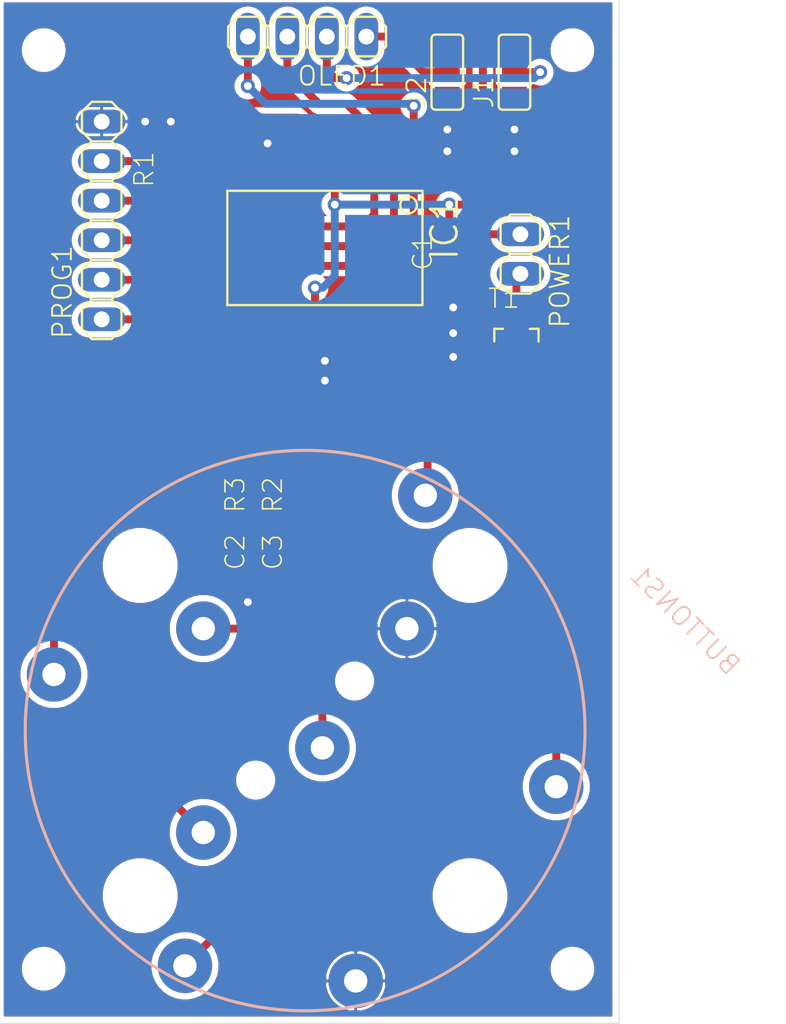
<source format=kicad_pcb>
(kicad_pcb (version 20171130) (host pcbnew 5.1.4+dfsg1-1~bpo10+1)

  (general
    (thickness 1.6)
    (drawings 16)
    (tracks 146)
    (zones 0)
    (modules 18)
    (nets 26)
  )

  (page A4)
  (layers
    (0 Top signal)
    (31 Bottom signal)
    (32 B.Adhes user hide)
    (33 F.Adhes user hide)
    (34 B.Paste user hide)
    (35 F.Paste user hide)
    (36 B.SilkS user hide)
    (37 F.SilkS user hide)
    (38 B.Mask user hide)
    (39 F.Mask user hide)
    (40 Dwgs.User user hide)
    (41 Cmts.User user hide)
    (42 Eco1.User user hide)
    (43 Eco2.User user hide)
    (44 Edge.Cuts user hide)
    (45 Margin user hide)
    (46 B.CrtYd user hide)
    (47 F.CrtYd user hide)
    (48 B.Fab user hide)
    (49 F.Fab user hide)
  )

  (setup
    (last_trace_width 0.25)
    (trace_clearance 0.1524)
    (zone_clearance 0.508)
    (zone_45_only no)
    (trace_min 0.2)
    (via_size 0.8)
    (via_drill 0.4)
    (via_min_size 0.4)
    (via_min_drill 0.3)
    (uvia_size 0.3)
    (uvia_drill 0.1)
    (uvias_allowed no)
    (uvia_min_size 0.2)
    (uvia_min_drill 0.1)
    (edge_width 0.05)
    (segment_width 0.2)
    (pcb_text_width 0.3)
    (pcb_text_size 1.5 1.5)
    (mod_edge_width 0.12)
    (mod_text_size 1 1)
    (mod_text_width 0.15)
    (pad_size 1.524 1.524)
    (pad_drill 0.762)
    (pad_to_mask_clearance 0.051)
    (solder_mask_min_width 0.25)
    (aux_axis_origin 0 0)
    (visible_elements FFFFFF7F)
    (pcbplotparams
      (layerselection 0x010fc_ffffffff)
      (usegerberextensions false)
      (usegerberattributes false)
      (usegerberadvancedattributes false)
      (creategerberjobfile false)
      (excludeedgelayer true)
      (linewidth 0.100000)
      (plotframeref false)
      (viasonmask false)
      (mode 1)
      (useauxorigin false)
      (hpglpennumber 1)
      (hpglpenspeed 20)
      (hpglpendiameter 15.000000)
      (psnegative false)
      (psa4output false)
      (plotreference true)
      (plotvalue true)
      (plotinvisibletext false)
      (padsonsilk false)
      (subtractmaskfromsilk false)
      (outputformat 1)
      (mirror false)
      (drillshape 1)
      (scaleselection 1)
      (outputdirectory ""))
  )

  (net 0 "")
  (net 1 VCC)
  (net 2 GND)
  (net 3 /SCHW_1/LEFT)
  (net 4 /SCHW_1/UP)
  (net 5 /SCHW_1/OK)
  (net 6 /SCHW_1/DOWN)
  (net 7 /SCHW_1/ENC_B_RAW)
  (net 8 /SCHW_1/ENC_A_RAW)
  (net 9 "Net-(IC1-Pad11)")
  (net 10 /SCHW_1/RIGHT)
  (net 11 /SCHW_1/RESET)
  (net 12 "Net-(IC1-Pad9)")
  (net 13 "Net-(IC1-Pad8)")
  (net 14 "Net-(IC1-Pad7)")
  (net 15 "Net-(IC1-Pad4)")
  (net 16 /SCHW_1/SCK)
  (net 17 /SCHW_1/MISO)
  (net 18 /SCHW_1/MOSI/SDA)
  (net 19 /SCHW_1/ENC_B)
  (net 20 /SCHW_1/ENC_A)
  (net 21 "Net-(J1-Pad2)")
  (net 22 "Net-(J2-Pad2)")
  (net 23 "Net-(T1-Pad1)")
  (net 24 "Net-(T1-Pad3)")
  (net 25 "Net-(POWER1-Pad2)")

  (net_class Default "This is the default net class."
    (clearance 0.1524)
    (trace_width 0.25)
    (via_dia 0.8)
    (via_drill 0.4)
    (uvia_dia 0.3)
    (uvia_drill 0.1)
    (add_net /SCHW_1/DOWN)
    (add_net /SCHW_1/ENC_A)
    (add_net /SCHW_1/ENC_A_RAW)
    (add_net /SCHW_1/ENC_B)
    (add_net /SCHW_1/ENC_B_RAW)
    (add_net /SCHW_1/LEFT)
    (add_net /SCHW_1/MISO)
    (add_net /SCHW_1/MOSI/SDA)
    (add_net /SCHW_1/OK)
    (add_net /SCHW_1/RESET)
    (add_net /SCHW_1/RIGHT)
    (add_net /SCHW_1/SCK)
    (add_net /SCHW_1/UP)
    (add_net GND)
    (add_net N$2)
    (add_net "Net-(IC1-Pad11)")
    (add_net "Net-(IC1-Pad4)")
    (add_net "Net-(IC1-Pad7)")
    (add_net "Net-(IC1-Pad8)")
    (add_net "Net-(IC1-Pad9)")
    (add_net "Net-(J1-Pad2)")
    (add_net "Net-(J2-Pad2)")
    (add_net "Net-(POWER1-Pad2)")
    (add_net "Net-(T1-Pad1)")
    (add_net "Net-(T1-Pad3)")
    (add_net VCC)
  )

  (module "" (layer Top) (tedit 0) (tstamp 0)
    (at 165.5011 134.5036)
    (fp_text reference @HOLE0 (at 0 0) (layer F.SilkS) hide
      (effects (font (size 1.27 1.27) (thickness 0.15)))
    )
    (fp_text value "" (at 0 0) (layer F.SilkS)
      (effects (font (size 1.27 1.27) (thickness 0.15)))
    )
    (pad "" np_thru_hole circle (at 0 0) (size 2 2) (drill 2) (layers *.Cu *.Mask))
  )

  (module "" (layer Top) (tedit 0) (tstamp 0)
    (at 131.5011 134.5036)
    (fp_text reference @HOLE1 (at 0 0) (layer F.SilkS) hide
      (effects (font (size 1.27 1.27) (thickness 0.15)))
    )
    (fp_text value "" (at 0 0) (layer F.SilkS)
      (effects (font (size 1.27 1.27) (thickness 0.15)))
    )
    (pad "" np_thru_hole circle (at 0 0) (size 2 2) (drill 2) (layers *.Cu *.Mask))
  )

  (module "" (layer Top) (tedit 0) (tstamp 0)
    (at 131.5011 75.5036)
    (fp_text reference @HOLE2 (at 0 0) (layer F.SilkS) hide
      (effects (font (size 1.27 1.27) (thickness 0.15)))
    )
    (fp_text value "" (at 0 0) (layer F.SilkS)
      (effects (font (size 1.27 1.27) (thickness 0.15)))
    )
    (pad "" np_thru_hole circle (at 0 0) (size 2 2) (drill 2) (layers *.Cu *.Mask))
  )

  (module "" (layer Top) (tedit 0) (tstamp 0)
    (at 165.5011 75.5036)
    (fp_text reference @HOLE3 (at 0 0) (layer F.SilkS) hide
      (effects (font (size 1.27 1.27) (thickness 0.15)))
    )
    (fp_text value "" (at 0 0) (layer F.SilkS)
      (effects (font (size 1.27 1.27) (thickness 0.15)))
    )
    (pad "" np_thru_hole circle (at 0 0) (size 2 2) (drill 2) (layers *.Cu *.Mask))
  )

  (module SCHW:ENCODER_ARROWS (layer Bottom) (tedit 0) (tstamp 5EF44C27)
    (at 148.3131 119.2076 135)
    (descr "Rottary encoder with center button and four arrows.")
    (path /5EF45030/F8860685)
    (fp_text reference BUTTONS1 (at -7.62 21.59 135) (layer B.SilkS)
      (effects (font (size 1.2065 1.2065) (thickness 0.1016)) (justify right bottom mirror))
    )
    (fp_text value ENCODER_ARROWS (at 0 0 135) (layer B.SilkS) hide
      (effects (font (size 1.27 1.27) (thickness 0.15)) (justify mirror))
    )
    (fp_text user >Encoder_arrows (at -7.62 19.05 135) (layer B.Fab)
      (effects (font (size 1.2065 1.2065) (thickness 0.1016)) (justify right bottom mirror))
    )
    (fp_circle (center 0 0) (end 18 0) (layer B.SilkS) (width 0.2))
    (pad S5 thru_hole circle (at -13.97 8.87 135) (size 3.5 3.5) (drill 1.5) (layers *.Cu *.Mask)
      (net 3 /SCHW_1/LEFT) (solder_mask_margin 0.1016))
    (pad S4 thru_hole circle (at 5.22 16.15 135) (size 3.5 3.5) (drill 1.5) (layers *.Cu *.Mask)
      (net 4 /SCHW_1/UP) (solder_mask_margin 0.1016))
    (pad S3 thru_hole circle (at 13.97 -8.87 135) (size 3.5 3.5) (drill 1.5) (layers *.Cu *.Mask)
      (net 10 /SCHW_1/RIGHT) (solder_mask_margin 0.1016))
    (pad COM_B thru_hole circle (at -13.67 -9.07 135) (size 3.5 3.5) (drill 1.5) (layers *.Cu *.Mask)
      (net 2 GND) (solder_mask_margin 0.1016))
    (pad "" np_thru_hole circle (at 15 0 135) (size 4 4) (drill 4) (layers *.Cu *.Mask))
    (pad "" np_thru_hole circle (at -15 0 135) (size 4 4) (drill 4) (layers *.Cu *.Mask))
    (pad S2 thru_hole circle (at -5.22 -16.15 135) (size 3.5 3.5) (drill 1.5) (layers *.Cu *.Mask)
      (net 6 /SCHW_1/DOWN) (solder_mask_margin 0.1016))
    (pad B thru_hole circle (at 9.26 0 135) (size 3.5 3.5) (drill 1.5) (layers *.Cu *.Mask)
      (net 19 /SCHW_1/ENC_B) (solder_mask_margin 0.1016))
    (pad S1 thru_hole circle (at -1.57 0 135) (size 3.5 3.5) (drill 1.5) (layers *.Cu *.Mask)
      (net 5 /SCHW_1/OK) (solder_mask_margin 0.1016))
    (pad "" np_thru_hole circle (at 0 -4.5 135) (size 1.7 1.7) (drill 1.7) (layers *.Cu *.Mask))
    (pad "" np_thru_hole circle (at 0 4.5 135) (size 1.7 1.7) (drill 1.7) (layers *.Cu *.Mask))
    (pad "" np_thru_hole circle (at 0 15 135) (size 4 4) (drill 4) (layers *.Cu *.Mask))
    (pad "" np_thru_hole circle (at 0 -15 135) (size 4 4) (drill 4) (layers *.Cu *.Mask))
    (pad COM_A thru_hole circle (at 0 9.26 135) (size 3.5 3.5) (drill 1.5) (layers *.Cu *.Mask)
      (net 2 GND) (solder_mask_margin 0.1016))
    (pad A thru_hole circle (at 0 -9.26 135) (size 3.5 3.5) (drill 1.5) (layers *.Cu *.Mask)
      (net 20 /SCHW_1/ENC_A) (solder_mask_margin 0.1016))
  )

  (module SCHW:C0805 (layer Top) (tedit 0) (tstamp 5EF44C3B)
    (at 157.8381 88.4736 90)
    (descr <b>CAPACITOR</b><p>)
    (path /5EF45030/D2FEF3C4)
    (fp_text reference C1 (at -1.27 -1.27 90) (layer F.SilkS)
      (effects (font (size 1.2065 1.2065) (thickness 0.1016)) (justify left bottom))
    )
    (fp_text value 100n (at -1.27 2.54 90) (layer F.Fab)
      (effects (font (size 1.2065 1.2065) (thickness 0.1016)) (justify left bottom))
    )
    (fp_poly (pts (xy -0.1001 0.4001) (xy 0.1001 0.4001) (xy 0.1001 -0.4001) (xy -0.1001 -0.4001)) (layer F.Adhes) (width 0))
    (fp_poly (pts (xy 0.3556 0.7239) (xy 1.1057 0.7239) (xy 1.1057 -0.7262) (xy 0.3556 -0.7262)) (layer F.Fab) (width 0))
    (fp_poly (pts (xy -1.0922 0.7239) (xy -0.3421 0.7239) (xy -0.3421 -0.7262) (xy -1.0922 -0.7262)) (layer F.Fab) (width 0))
    (fp_line (start 1.973 -0.983) (end 1.973 0.983) (layer Dwgs.User) (width 0.0508))
    (fp_line (start -0.356 0.66) (end 0.381 0.66) (layer F.Fab) (width 0.1016))
    (fp_line (start -0.381 -0.66) (end 0.381 -0.66) (layer F.Fab) (width 0.1016))
    (fp_line (start -1.973 0.983) (end -1.973 -0.983) (layer Dwgs.User) (width 0.0508))
    (fp_line (start 1.973 0.983) (end -1.973 0.983) (layer Dwgs.User) (width 0.0508))
    (fp_line (start -1.973 -0.983) (end 1.973 -0.983) (layer Dwgs.User) (width 0.0508))
    (pad 2 smd rect (at 0.95 0 90) (size 1.3 1.5) (layers Top F.Paste F.Mask)
      (net 1 VCC) (solder_mask_margin 0.1016))
    (pad 1 smd rect (at -0.95 0 90) (size 1.3 1.5) (layers Top F.Paste F.Mask)
      (net 2 GND) (solder_mask_margin 0.1016))
  )

  (module SCHW:C0805 (layer Top) (tedit 0) (tstamp 5EF44C49)
    (at 141.8361 107.7776 270)
    (descr <b>CAPACITOR</b><p>)
    (path /5EF45030/6797C5EC)
    (fp_text reference C2 (at -1.27 -1.27 270) (layer F.SilkS)
      (effects (font (size 1.2065 1.2065) (thickness 0.1016)) (justify right top))
    )
    (fp_text value 100n (at -1.27 2.54 270) (layer F.Fab)
      (effects (font (size 1.2065 1.2065) (thickness 0.1016)) (justify right top))
    )
    (fp_poly (pts (xy -0.1001 0.4001) (xy 0.1001 0.4001) (xy 0.1001 -0.4001) (xy -0.1001 -0.4001)) (layer F.Adhes) (width 0))
    (fp_poly (pts (xy 0.3556 0.7239) (xy 1.1057 0.7239) (xy 1.1057 -0.7262) (xy 0.3556 -0.7262)) (layer F.Fab) (width 0))
    (fp_poly (pts (xy -1.0922 0.7239) (xy -0.3421 0.7239) (xy -0.3421 -0.7262) (xy -1.0922 -0.7262)) (layer F.Fab) (width 0))
    (fp_line (start 1.973 -0.983) (end 1.973 0.983) (layer Dwgs.User) (width 0.0508))
    (fp_line (start -0.356 0.66) (end 0.381 0.66) (layer F.Fab) (width 0.1016))
    (fp_line (start -0.381 -0.66) (end 0.381 -0.66) (layer F.Fab) (width 0.1016))
    (fp_line (start -1.973 0.983) (end -1.973 -0.983) (layer Dwgs.User) (width 0.0508))
    (fp_line (start 1.973 0.983) (end -1.973 0.983) (layer Dwgs.User) (width 0.0508))
    (fp_line (start -1.973 -0.983) (end 1.973 -0.983) (layer Dwgs.User) (width 0.0508))
    (pad 2 smd rect (at 0.95 0 270) (size 1.3 1.5) (layers Top F.Paste F.Mask)
      (net 2 GND) (solder_mask_margin 0.1016))
    (pad 1 smd rect (at -0.95 0 270) (size 1.3 1.5) (layers Top F.Paste F.Mask)
      (net 20 /SCHW_1/ENC_A) (solder_mask_margin 0.1016))
  )

  (module SCHW:C0805 (layer Top) (tedit 0) (tstamp 5EF44C57)
    (at 144.2491 107.7776 270)
    (descr <b>CAPACITOR</b><p>)
    (path /5EF45030/4A30DC6E)
    (fp_text reference C3 (at -1.27 -1.27 270) (layer F.SilkS)
      (effects (font (size 1.2065 1.2065) (thickness 0.1016)) (justify right top))
    )
    (fp_text value 100n (at -1.27 2.54 270) (layer F.Fab)
      (effects (font (size 1.2065 1.2065) (thickness 0.1016)) (justify right top))
    )
    (fp_poly (pts (xy -0.1001 0.4001) (xy 0.1001 0.4001) (xy 0.1001 -0.4001) (xy -0.1001 -0.4001)) (layer F.Adhes) (width 0))
    (fp_poly (pts (xy 0.3556 0.7239) (xy 1.1057 0.7239) (xy 1.1057 -0.7262) (xy 0.3556 -0.7262)) (layer F.Fab) (width 0))
    (fp_poly (pts (xy -1.0922 0.7239) (xy -0.3421 0.7239) (xy -0.3421 -0.7262) (xy -1.0922 -0.7262)) (layer F.Fab) (width 0))
    (fp_line (start 1.973 -0.983) (end 1.973 0.983) (layer Dwgs.User) (width 0.0508))
    (fp_line (start -0.356 0.66) (end 0.381 0.66) (layer F.Fab) (width 0.1016))
    (fp_line (start -0.381 -0.66) (end 0.381 -0.66) (layer F.Fab) (width 0.1016))
    (fp_line (start -1.973 0.983) (end -1.973 -0.983) (layer Dwgs.User) (width 0.0508))
    (fp_line (start 1.973 0.983) (end -1.973 0.983) (layer Dwgs.User) (width 0.0508))
    (fp_line (start -1.973 -0.983) (end 1.973 -0.983) (layer Dwgs.User) (width 0.0508))
    (pad 2 smd rect (at 0.95 0 270) (size 1.3 1.5) (layers Top F.Paste F.Mask)
      (net 2 GND) (solder_mask_margin 0.1016))
    (pad 1 smd rect (at -0.95 0 270) (size 1.3 1.5) (layers Top F.Paste F.Mask)
      (net 19 /SCHW_1/ENC_B) (solder_mask_margin 0.1016))
  )

  (module SCHW:SO20L (layer Top) (tedit 0) (tstamp 5EF44C65)
    (at 150.2181 88.6006 180)
    (descr "<B>Small Outline Package</B> SOIC 0.300\"")
    (path /5EF45030/4A192407)
    (fp_text reference IC1 (at -6.0706 3.81 270) (layer F.SilkS)
      (effects (font (size 1.6891 1.6891) (thickness 0.1778)) (justify right top))
    )
    (fp_text value TINY26S (at -4.445 1.5494 180) (layer F.Fab)
      (effects (font (size 1.6891 1.6891) (thickness 0.1778)) (justify right top))
    )
    (fp_poly (pts (xy -5.2832 5.4356) (xy -4.8768 5.4356) (xy -4.8768 4.1148) (xy -5.2832 4.1148)) (layer F.Fab) (width 0))
    (fp_poly (pts (xy -4.0132 5.4356) (xy -3.6068 5.4356) (xy -3.6068 4.1148) (xy -4.0132 4.1148)) (layer F.Fab) (width 0))
    (fp_poly (pts (xy -2.7432 5.4356) (xy -2.3368 5.4356) (xy -2.3368 4.1148) (xy -2.7432 4.1148)) (layer F.Fab) (width 0))
    (fp_poly (pts (xy -1.4732 5.4356) (xy -1.0668 5.4356) (xy -1.0668 4.1148) (xy -1.4732 4.1148)) (layer F.Fab) (width 0))
    (fp_poly (pts (xy -0.2032 5.4356) (xy 0.2032 5.4356) (xy 0.2032 4.1148) (xy -0.2032 4.1148)) (layer F.Fab) (width 0))
    (fp_poly (pts (xy 1.0668 5.4356) (xy 1.4732 5.4356) (xy 1.4732 4.1148) (xy 1.0668 4.1148)) (layer F.Fab) (width 0))
    (fp_poly (pts (xy 2.3368 5.4356) (xy 2.7432 5.4356) (xy 2.7432 4.1148) (xy 2.3368 4.1148)) (layer F.Fab) (width 0))
    (fp_poly (pts (xy 3.6068 5.4356) (xy 4.0132 5.4356) (xy 4.0132 4.1148) (xy 3.6068 4.1148)) (layer F.Fab) (width 0))
    (fp_poly (pts (xy 4.8768 5.4356) (xy 5.2832 5.4356) (xy 5.2832 4.1148) (xy 4.8768 4.1148)) (layer F.Fab) (width 0))
    (fp_poly (pts (xy 6.1468 5.4356) (xy 6.5532 5.4356) (xy 6.5532 4.1148) (xy 6.1468 4.1148)) (layer F.Fab) (width 0))
    (fp_poly (pts (xy -5.2832 -3.3274) (xy -4.8768 -3.3274) (xy -4.8768 -4.6482) (xy -5.2832 -4.6482)) (layer F.Fab) (width 0))
    (fp_poly (pts (xy -4.0132 -3.3274) (xy -3.6068 -3.3274) (xy -3.6068 -4.6482) (xy -4.0132 -4.6482)) (layer F.Fab) (width 0))
    (fp_poly (pts (xy -2.7432 -3.3274) (xy -2.3368 -3.3274) (xy -2.3368 -4.6482) (xy -2.7432 -4.6482)) (layer F.Fab) (width 0))
    (fp_poly (pts (xy -1.4732 -3.3274) (xy -1.0668 -3.3274) (xy -1.0668 -4.6482) (xy -1.4732 -4.6482)) (layer F.Fab) (width 0))
    (fp_poly (pts (xy -0.2032 -3.3274) (xy 0.2032 -3.3274) (xy 0.2032 -4.6482) (xy -0.2032 -4.6482)) (layer F.Fab) (width 0))
    (fp_poly (pts (xy 1.0668 -3.3274) (xy 1.4732 -3.3274) (xy 1.4732 -4.6482) (xy 1.0668 -4.6482)) (layer F.Fab) (width 0))
    (fp_poly (pts (xy 2.3368 -3.3274) (xy 2.7432 -3.3274) (xy 2.7432 -4.6482) (xy 2.3368 -4.6482)) (layer F.Fab) (width 0))
    (fp_poly (pts (xy 3.6068 -3.3274) (xy 4.0132 -3.3274) (xy 4.0132 -4.6482) (xy 3.6068 -4.6482)) (layer F.Fab) (width 0))
    (fp_poly (pts (xy 4.8768 -3.3274) (xy 5.2832 -3.3274) (xy 5.2832 -4.6482) (xy 4.8768 -4.6482)) (layer F.Fab) (width 0))
    (fp_poly (pts (xy 6.1468 -3.3274) (xy 6.5532 -3.3274) (xy 6.5532 -4.6482) (xy 6.1468 -4.6482)) (layer F.Fab) (width 0))
    (fp_circle (center -4.7498 3.1496) (end -4.2164 3.1496) (layer F.SilkS) (width 0.1524))
    (fp_line (start -5.639 -3.277) (end -5.639 4.064) (layer F.SilkS) (width 0.1524))
    (fp_line (start 6.909 -3.277) (end -5.639 -3.277) (layer F.SilkS) (width 0.1524))
    (fp_line (start 6.909 4.064) (end 6.909 -3.277) (layer F.SilkS) (width 0.1524))
    (fp_line (start -5.639 4.064) (end 6.909 4.064) (layer F.SilkS) (width 0.1524))
    (pad 20 smd rect (at -5.08 -4.3942 180) (size 0.762 1.143) (layers Top F.Paste F.Mask)
      (net 3 /SCHW_1/LEFT) (solder_mask_margin 0.1016))
    (pad 19 smd rect (at -3.81 -4.3942 180) (size 0.762 1.143) (layers Top F.Paste F.Mask)
      (net 4 /SCHW_1/UP) (solder_mask_margin 0.1016))
    (pad 18 smd rect (at -2.54 -4.3942 180) (size 0.762 1.143) (layers Top F.Paste F.Mask)
      (net 5 /SCHW_1/OK) (solder_mask_margin 0.1016))
    (pad 17 smd rect (at -1.27 -4.3942 180) (size 0.762 1.143) (layers Top F.Paste F.Mask)
      (net 6 /SCHW_1/DOWN) (solder_mask_margin 0.1016))
    (pad 16 smd rect (at 0 -4.3942 180) (size 0.762 1.143) (layers Top F.Paste F.Mask)
      (net 2 GND) (solder_mask_margin 0.1016))
    (pad 15 smd rect (at 1.27 -4.3942 180) (size 0.762 1.143) (layers Top F.Paste F.Mask)
      (net 1 VCC) (solder_mask_margin 0.1016))
    (pad 14 smd rect (at 2.54 -4.3942 180) (size 0.762 1.143) (layers Top F.Paste F.Mask)
      (net 7 /SCHW_1/ENC_B_RAW) (solder_mask_margin 0.1016))
    (pad 13 smd rect (at 3.81 -4.3942 180) (size 0.762 1.143) (layers Top F.Paste F.Mask)
      (net 8 /SCHW_1/ENC_A_RAW) (solder_mask_margin 0.1016))
    (pad 11 smd rect (at 6.35 -4.3688 180) (size 0.762 1.143) (layers Top F.Paste F.Mask)
      (net 9 "Net-(IC1-Pad11)") (solder_mask_margin 0.1016))
    (pad 12 smd rect (at 5.08 -4.3942 180) (size 0.762 1.143) (layers Top F.Paste F.Mask)
      (net 10 /SCHW_1/RIGHT) (solder_mask_margin 0.1016))
    (pad 10 smd rect (at 6.35 5.1308 180) (size 0.762 1.143) (layers Top F.Paste F.Mask)
      (net 11 /SCHW_1/RESET) (solder_mask_margin 0.1016))
    (pad 9 smd rect (at 5.08 5.1308 180) (size 0.762 1.143) (layers Top F.Paste F.Mask)
      (net 12 "Net-(IC1-Pad9)") (solder_mask_margin 0.1016))
    (pad 8 smd rect (at 3.81 5.1308 180) (size 0.762 1.143) (layers Top F.Paste F.Mask)
      (net 13 "Net-(IC1-Pad8)") (solder_mask_margin 0.1016))
    (pad 7 smd rect (at 2.54 5.1308 180) (size 0.762 1.143) (layers Top F.Paste F.Mask)
      (net 14 "Net-(IC1-Pad7)") (solder_mask_margin 0.1016))
    (pad 6 smd rect (at 1.27 5.1308 180) (size 0.762 1.143) (layers Top F.Paste F.Mask)
      (net 2 GND) (solder_mask_margin 0.1016))
    (pad 5 smd rect (at 0 5.1308 180) (size 0.762 1.143) (layers Top F.Paste F.Mask)
      (net 1 VCC) (solder_mask_margin 0.1016))
    (pad 4 smd rect (at -1.27 5.1308 180) (size 0.762 1.143) (layers Top F.Paste F.Mask)
      (net 15 "Net-(IC1-Pad4)") (solder_mask_margin 0.1016))
    (pad 3 smd rect (at -2.54 5.1308 180) (size 0.762 1.143) (layers Top F.Paste F.Mask)
      (net 16 /SCHW_1/SCK) (solder_mask_margin 0.1016))
    (pad 2 smd rect (at -3.81 5.1308 180) (size 0.762 1.143) (layers Top F.Paste F.Mask)
      (net 17 /SCHW_1/MISO) (solder_mask_margin 0.1016))
    (pad 1 smd rect (at -5.08 5.1308 180) (size 0.762 1.143) (layers Top F.Paste F.Mask)
      (net 18 /SCHW_1/MOSI/SDA) (solder_mask_margin 0.1016))
  )

  (module SCHW:R0805 (layer Top) (tedit 0) (tstamp 5EF44C95)
    (at 139.9311 83.7746 90)
    (descr <b>RESISTOR</b><p>)
    (path /5EF45030/7C75F450)
    (fp_text reference R1 (at -0.635 -1.27 90) (layer F.SilkS)
      (effects (font (size 1.2065 1.2065) (thickness 0.1016)) (justify left bottom))
    )
    (fp_text value 10k (at -0.635 2.54 90) (layer F.Fab)
      (effects (font (size 1.2065 1.2065) (thickness 0.1016)) (justify left bottom))
    )
    (fp_poly (pts (xy -0.1999 0.5001) (xy 0.1999 0.5001) (xy 0.1999 -0.5001) (xy -0.1999 -0.5001)) (layer F.Adhes) (width 0))
    (fp_poly (pts (xy -1.0668 0.6985) (xy -0.4168 0.6985) (xy -0.4168 -0.7015) (xy -1.0668 -0.7015)) (layer F.Fab) (width 0))
    (fp_poly (pts (xy 0.4064 0.6985) (xy 1.0564 0.6985) (xy 1.0564 -0.7015) (xy 0.4064 -0.7015)) (layer F.Fab) (width 0))
    (fp_line (start -1.973 0.983) (end -1.973 -0.983) (layer Dwgs.User) (width 0.0508))
    (fp_line (start 1.973 0.983) (end -1.973 0.983) (layer Dwgs.User) (width 0.0508))
    (fp_line (start 1.973 -0.983) (end 1.973 0.983) (layer Dwgs.User) (width 0.0508))
    (fp_line (start -1.973 -0.983) (end 1.973 -0.983) (layer Dwgs.User) (width 0.0508))
    (fp_line (start -0.41 0.635) (end 0.41 0.635) (layer F.Fab) (width 0.1524))
    (fp_line (start -0.41 -0.635) (end 0.41 -0.635) (layer F.Fab) (width 0.1524))
    (pad 2 smd rect (at 0.95 0 90) (size 1.3 1.5) (layers Top F.Paste F.Mask)
      (net 1 VCC) (solder_mask_margin 0.1016))
    (pad 1 smd rect (at -0.95 0 90) (size 1.3 1.5) (layers Top F.Paste F.Mask)
      (net 11 /SCHW_1/RESET) (solder_mask_margin 0.1016))
  )

  (module SCHW:R0805 (layer Top) (tedit 0) (tstamp 5EF44CA3)
    (at 144.2491 103.4596 270)
    (descr <b>RESISTOR</b><p>)
    (path /5EF45030/63E913E8)
    (fp_text reference R2 (at -0.635 -1.27 270) (layer F.SilkS)
      (effects (font (size 1.2065 1.2065) (thickness 0.1016)) (justify right top))
    )
    (fp_text value 10K (at -0.635 2.54 270) (layer F.Fab)
      (effects (font (size 1.2065 1.2065) (thickness 0.1016)) (justify right top))
    )
    (fp_poly (pts (xy -0.1999 0.5001) (xy 0.1999 0.5001) (xy 0.1999 -0.5001) (xy -0.1999 -0.5001)) (layer F.Adhes) (width 0))
    (fp_poly (pts (xy -1.0668 0.6985) (xy -0.4168 0.6985) (xy -0.4168 -0.7015) (xy -1.0668 -0.7015)) (layer F.Fab) (width 0))
    (fp_poly (pts (xy 0.4064 0.6985) (xy 1.0564 0.6985) (xy 1.0564 -0.7015) (xy 0.4064 -0.7015)) (layer F.Fab) (width 0))
    (fp_line (start -1.973 0.983) (end -1.973 -0.983) (layer Dwgs.User) (width 0.0508))
    (fp_line (start 1.973 0.983) (end -1.973 0.983) (layer Dwgs.User) (width 0.0508))
    (fp_line (start 1.973 -0.983) (end 1.973 0.983) (layer Dwgs.User) (width 0.0508))
    (fp_line (start -1.973 -0.983) (end 1.973 -0.983) (layer Dwgs.User) (width 0.0508))
    (fp_line (start -0.41 0.635) (end 0.41 0.635) (layer F.Fab) (width 0.1524))
    (fp_line (start -0.41 -0.635) (end 0.41 -0.635) (layer F.Fab) (width 0.1524))
    (pad 2 smd rect (at 0.95 0 270) (size 1.3 1.5) (layers Top F.Paste F.Mask)
      (net 19 /SCHW_1/ENC_B) (solder_mask_margin 0.1016))
    (pad 1 smd rect (at -0.95 0 270) (size 1.3 1.5) (layers Top F.Paste F.Mask)
      (net 7 /SCHW_1/ENC_B_RAW) (solder_mask_margin 0.1016))
  )

  (module SCHW:R0805 (layer Top) (tedit 0) (tstamp 5EF44CB1)
    (at 141.8361 103.4596 270)
    (descr <b>RESISTOR</b><p>)
    (path /5EF45030/70C3E979)
    (fp_text reference R3 (at -0.635 -1.27 270) (layer F.SilkS)
      (effects (font (size 1.2065 1.2065) (thickness 0.1016)) (justify right top))
    )
    (fp_text value 10K (at -0.635 2.54 270) (layer F.Fab)
      (effects (font (size 1.2065 1.2065) (thickness 0.1016)) (justify right top))
    )
    (fp_poly (pts (xy -0.1999 0.5001) (xy 0.1999 0.5001) (xy 0.1999 -0.5001) (xy -0.1999 -0.5001)) (layer F.Adhes) (width 0))
    (fp_poly (pts (xy -1.0668 0.6985) (xy -0.4168 0.6985) (xy -0.4168 -0.7015) (xy -1.0668 -0.7015)) (layer F.Fab) (width 0))
    (fp_poly (pts (xy 0.4064 0.6985) (xy 1.0564 0.6985) (xy 1.0564 -0.7015) (xy 0.4064 -0.7015)) (layer F.Fab) (width 0))
    (fp_line (start -1.973 0.983) (end -1.973 -0.983) (layer Dwgs.User) (width 0.0508))
    (fp_line (start 1.973 0.983) (end -1.973 0.983) (layer Dwgs.User) (width 0.0508))
    (fp_line (start 1.973 -0.983) (end 1.973 0.983) (layer Dwgs.User) (width 0.0508))
    (fp_line (start -1.973 -0.983) (end 1.973 -0.983) (layer Dwgs.User) (width 0.0508))
    (fp_line (start -0.41 0.635) (end 0.41 0.635) (layer F.Fab) (width 0.1524))
    (fp_line (start -0.41 -0.635) (end 0.41 -0.635) (layer F.Fab) (width 0.1524))
    (pad 2 smd rect (at 0.95 0 270) (size 1.3 1.5) (layers Top F.Paste F.Mask)
      (net 20 /SCHW_1/ENC_A) (solder_mask_margin 0.1016))
    (pad 1 smd rect (at -0.95 0 270) (size 1.3 1.5) (layers Top F.Paste F.Mask)
      (net 8 /SCHW_1/ENC_A_RAW) (solder_mask_margin 0.1016))
  )

  (module SCHW:1X02 (layer Top) (tedit 0) (tstamp 5EF44CBF)
    (at 162.1561 88.6006 270)
    (descr "<b>PIN HEADER</b>")
    (path /5EF45030/D396DC29)
    (fp_text reference POWER1 (at -2.6162 -1.8288 270) (layer F.SilkS)
      (effects (font (size 1.2065 1.2065) (thickness 0.127)) (justify right top))
    )
    (fp_text value PINHD-1X2 (at -2.54 3.175 270) (layer F.Fab)
      (effects (font (size 1.2065 1.2065) (thickness 0.1016)) (justify right top))
    )
    (fp_poly (pts (xy 1.016 0.254) (xy 1.524 0.254) (xy 1.524 -0.254) (xy 1.016 -0.254)) (layer F.Fab) (width 0))
    (fp_poly (pts (xy -1.524 0.254) (xy -1.016 0.254) (xy -1.016 -0.254) (xy -1.524 -0.254)) (layer F.Fab) (width 0))
    (fp_line (start 0.635 1.27) (end 0 0.635) (layer F.SilkS) (width 0.1524))
    (fp_line (start 1.905 1.27) (end 0.635 1.27) (layer F.SilkS) (width 0.1524))
    (fp_line (start 2.54 0.635) (end 1.905 1.27) (layer F.SilkS) (width 0.1524))
    (fp_line (start 2.54 -0.635) (end 2.54 0.635) (layer F.SilkS) (width 0.1524))
    (fp_line (start 1.905 -1.27) (end 2.54 -0.635) (layer F.SilkS) (width 0.1524))
    (fp_line (start 0.635 -1.27) (end 1.905 -1.27) (layer F.SilkS) (width 0.1524))
    (fp_line (start 0 -0.635) (end 0.635 -1.27) (layer F.SilkS) (width 0.1524))
    (fp_line (start -0.635 1.27) (end -1.905 1.27) (layer F.SilkS) (width 0.1524))
    (fp_line (start -2.54 0.635) (end -1.905 1.27) (layer F.SilkS) (width 0.1524))
    (fp_line (start -1.905 -1.27) (end -2.54 -0.635) (layer F.SilkS) (width 0.1524))
    (fp_line (start -2.54 -0.635) (end -2.54 0.635) (layer F.SilkS) (width 0.1524))
    (fp_line (start 0 0.635) (end -0.635 1.27) (layer F.SilkS) (width 0.1524))
    (fp_line (start 0 -0.635) (end 0 0.635) (layer F.SilkS) (width 0.1524))
    (fp_line (start -0.635 -1.27) (end 0 -0.635) (layer F.SilkS) (width 0.1524))
    (fp_line (start -1.905 -1.27) (end -0.635 -1.27) (layer F.SilkS) (width 0.1524))
    (pad 2 thru_hole oval (at 1.27 0) (size 3.048 1.524) (drill 1.016) (layers *.Cu *.Mask)
      (net 25 "Net-(POWER1-Pad2)") (solder_mask_margin 0.1016))
    (pad 1 thru_hole oval (at -1.27 0) (size 3.048 1.524) (drill 1.016) (layers *.Cu *.Mask)
      (net 1 VCC) (solder_mask_margin 0.1016))
  )

  (module SCHW:1X04 (layer Top) (tedit 0) (tstamp 5EF44CD5)
    (at 148.4401 74.6306 180)
    (descr "<b>PIN HEADER</b>")
    (path /5EF45030/8A523948)
    (fp_text reference OLED1 (at -5.1562 -1.8288 180) (layer F.SilkS)
      (effects (font (size 1.2065 1.2065) (thickness 0.127)) (justify right top))
    )
    (fp_text value PINHD-1X4 (at -5.08 3.175 180) (layer F.Fab)
      (effects (font (size 1.2065 1.2065) (thickness 0.1016)) (justify right top))
    )
    (fp_poly (pts (xy 3.556 0.254) (xy 4.064 0.254) (xy 4.064 -0.254) (xy 3.556 -0.254)) (layer F.Fab) (width 0))
    (fp_poly (pts (xy -4.064 0.254) (xy -3.556 0.254) (xy -3.556 -0.254) (xy -4.064 -0.254)) (layer F.Fab) (width 0))
    (fp_poly (pts (xy -1.524 0.254) (xy -1.016 0.254) (xy -1.016 -0.254) (xy -1.524 -0.254)) (layer F.Fab) (width 0))
    (fp_poly (pts (xy 1.016 0.254) (xy 1.524 0.254) (xy 1.524 -0.254) (xy 1.016 -0.254)) (layer F.Fab) (width 0))
    (fp_line (start 4.445 1.27) (end 3.175 1.27) (layer F.SilkS) (width 0.1524))
    (fp_line (start 2.54 0.635) (end 3.175 1.27) (layer F.SilkS) (width 0.1524))
    (fp_line (start 3.175 -1.27) (end 2.54 -0.635) (layer F.SilkS) (width 0.1524))
    (fp_line (start 5.08 0.635) (end 4.445 1.27) (layer F.SilkS) (width 0.1524))
    (fp_line (start 5.08 -0.635) (end 5.08 0.635) (layer F.SilkS) (width 0.1524))
    (fp_line (start 4.445 -1.27) (end 5.08 -0.635) (layer F.SilkS) (width 0.1524))
    (fp_line (start 3.175 -1.27) (end 4.445 -1.27) (layer F.SilkS) (width 0.1524))
    (fp_line (start -3.175 1.27) (end -4.445 1.27) (layer F.SilkS) (width 0.1524))
    (fp_line (start -5.08 0.635) (end -4.445 1.27) (layer F.SilkS) (width 0.1524))
    (fp_line (start -4.445 -1.27) (end -5.08 -0.635) (layer F.SilkS) (width 0.1524))
    (fp_line (start -5.08 -0.635) (end -5.08 0.635) (layer F.SilkS) (width 0.1524))
    (fp_line (start -1.905 1.27) (end -2.54 0.635) (layer F.SilkS) (width 0.1524))
    (fp_line (start -0.635 1.27) (end -1.905 1.27) (layer F.SilkS) (width 0.1524))
    (fp_line (start 0 0.635) (end -0.635 1.27) (layer F.SilkS) (width 0.1524))
    (fp_line (start 0 -0.635) (end 0 0.635) (layer F.SilkS) (width 0.1524))
    (fp_line (start -0.635 -1.27) (end 0 -0.635) (layer F.SilkS) (width 0.1524))
    (fp_line (start -1.905 -1.27) (end -0.635 -1.27) (layer F.SilkS) (width 0.1524))
    (fp_line (start -2.54 -0.635) (end -1.905 -1.27) (layer F.SilkS) (width 0.1524))
    (fp_line (start -2.54 0.635) (end -3.175 1.27) (layer F.SilkS) (width 0.1524))
    (fp_line (start -2.54 -0.635) (end -2.54 0.635) (layer F.SilkS) (width 0.1524))
    (fp_line (start -3.175 -1.27) (end -2.54 -0.635) (layer F.SilkS) (width 0.1524))
    (fp_line (start -4.445 -1.27) (end -3.175 -1.27) (layer F.SilkS) (width 0.1524))
    (fp_line (start 0.635 1.27) (end 0 0.635) (layer F.SilkS) (width 0.1524))
    (fp_line (start 1.905 1.27) (end 0.635 1.27) (layer F.SilkS) (width 0.1524))
    (fp_line (start 2.54 0.635) (end 1.905 1.27) (layer F.SilkS) (width 0.1524))
    (fp_line (start 2.54 -0.635) (end 2.54 0.635) (layer F.SilkS) (width 0.1524))
    (fp_line (start 1.905 -1.27) (end 2.54 -0.635) (layer F.SilkS) (width 0.1524))
    (fp_line (start 0.635 -1.27) (end 1.905 -1.27) (layer F.SilkS) (width 0.1524))
    (fp_line (start 0 -0.635) (end 0.635 -1.27) (layer F.SilkS) (width 0.1524))
    (pad 4 thru_hole oval (at 3.81 0 270) (size 3.048 1.524) (drill 1.016) (layers *.Cu *.Mask)
      (net 18 /SCHW_1/MOSI/SDA) (solder_mask_margin 0.1016))
    (pad 3 thru_hole oval (at 1.27 0 270) (size 3.048 1.524) (drill 1.016) (layers *.Cu *.Mask)
      (net 16 /SCHW_1/SCK) (solder_mask_margin 0.1016))
    (pad 2 thru_hole oval (at -1.27 0 270) (size 3.048 1.524) (drill 1.016) (layers *.Cu *.Mask)
      (net 21 "Net-(J1-Pad2)") (solder_mask_margin 0.1016))
    (pad 1 thru_hole oval (at -3.81 0 270) (size 3.048 1.524) (drill 1.016) (layers *.Cu *.Mask)
      (net 22 "Net-(J2-Pad2)") (solder_mask_margin 0.1016))
  )

  (module SCHW:1X06 (layer Top) (tedit 0) (tstamp 5EF44CFD)
    (at 135.2321 86.4416 90)
    (descr "<b>PIN HEADER</b>")
    (path /5EF45030/BDC2A896)
    (fp_text reference PROG1 (at -7.6962 -1.8288 90) (layer F.SilkS)
      (effects (font (size 1.2065 1.2065) (thickness 0.127)) (justify left bottom))
    )
    (fp_text value PINHD-1X6 (at -7.62 3.175 90) (layer F.Fab)
      (effects (font (size 1.2065 1.2065) (thickness 0.1016)) (justify left bottom))
    )
    (fp_poly (pts (xy 6.096 0.254) (xy 6.604 0.254) (xy 6.604 -0.254) (xy 6.096 -0.254)) (layer F.Fab) (width 0))
    (fp_poly (pts (xy -6.604 0.254) (xy -6.096 0.254) (xy -6.096 -0.254) (xy -6.604 -0.254)) (layer F.Fab) (width 0))
    (fp_poly (pts (xy -4.064 0.254) (xy -3.556 0.254) (xy -3.556 -0.254) (xy -4.064 -0.254)) (layer F.Fab) (width 0))
    (fp_poly (pts (xy -1.524 0.254) (xy -1.016 0.254) (xy -1.016 -0.254) (xy -1.524 -0.254)) (layer F.Fab) (width 0))
    (fp_poly (pts (xy 1.016 0.254) (xy 1.524 0.254) (xy 1.524 -0.254) (xy 1.016 -0.254)) (layer F.Fab) (width 0))
    (fp_poly (pts (xy 3.556 0.254) (xy 4.064 0.254) (xy 4.064 -0.254) (xy 3.556 -0.254)) (layer F.Fab) (width 0))
    (fp_line (start 6.985 1.27) (end 5.715 1.27) (layer F.SilkS) (width 0.1524))
    (fp_line (start 5.08 0.635) (end 5.715 1.27) (layer F.SilkS) (width 0.1524))
    (fp_line (start 5.715 -1.27) (end 5.08 -0.635) (layer F.SilkS) (width 0.1524))
    (fp_line (start 7.62 0.635) (end 6.985 1.27) (layer F.SilkS) (width 0.1524))
    (fp_line (start 7.62 -0.635) (end 7.62 0.635) (layer F.SilkS) (width 0.1524))
    (fp_line (start 6.985 -1.27) (end 7.62 -0.635) (layer F.SilkS) (width 0.1524))
    (fp_line (start 5.715 -1.27) (end 6.985 -1.27) (layer F.SilkS) (width 0.1524))
    (fp_line (start -5.715 1.27) (end -6.985 1.27) (layer F.SilkS) (width 0.1524))
    (fp_line (start -7.62 0.635) (end -6.985 1.27) (layer F.SilkS) (width 0.1524))
    (fp_line (start -6.985 -1.27) (end -7.62 -0.635) (layer F.SilkS) (width 0.1524))
    (fp_line (start -7.62 -0.635) (end -7.62 0.635) (layer F.SilkS) (width 0.1524))
    (fp_line (start -4.445 1.27) (end -5.08 0.635) (layer F.SilkS) (width 0.1524))
    (fp_line (start -3.175 1.27) (end -4.445 1.27) (layer F.SilkS) (width 0.1524))
    (fp_line (start -2.54 0.635) (end -3.175 1.27) (layer F.SilkS) (width 0.1524))
    (fp_line (start -2.54 -0.635) (end -2.54 0.635) (layer F.SilkS) (width 0.1524))
    (fp_line (start -3.175 -1.27) (end -2.54 -0.635) (layer F.SilkS) (width 0.1524))
    (fp_line (start -4.445 -1.27) (end -3.175 -1.27) (layer F.SilkS) (width 0.1524))
    (fp_line (start -5.08 -0.635) (end -4.445 -1.27) (layer F.SilkS) (width 0.1524))
    (fp_line (start -5.08 0.635) (end -5.715 1.27) (layer F.SilkS) (width 0.1524))
    (fp_line (start -5.08 -0.635) (end -5.08 0.635) (layer F.SilkS) (width 0.1524))
    (fp_line (start -5.715 -1.27) (end -5.08 -0.635) (layer F.SilkS) (width 0.1524))
    (fp_line (start -6.985 -1.27) (end -5.715 -1.27) (layer F.SilkS) (width 0.1524))
    (fp_line (start 1.905 1.27) (end 0.635 1.27) (layer F.SilkS) (width 0.1524))
    (fp_line (start 0 0.635) (end 0.635 1.27) (layer F.SilkS) (width 0.1524))
    (fp_line (start 0.635 -1.27) (end 0 -0.635) (layer F.SilkS) (width 0.1524))
    (fp_line (start -1.905 1.27) (end -2.54 0.635) (layer F.SilkS) (width 0.1524))
    (fp_line (start -0.635 1.27) (end -1.905 1.27) (layer F.SilkS) (width 0.1524))
    (fp_line (start 0 0.635) (end -0.635 1.27) (layer F.SilkS) (width 0.1524))
    (fp_line (start 0 -0.635) (end 0 0.635) (layer F.SilkS) (width 0.1524))
    (fp_line (start -0.635 -1.27) (end 0 -0.635) (layer F.SilkS) (width 0.1524))
    (fp_line (start -1.905 -1.27) (end -0.635 -1.27) (layer F.SilkS) (width 0.1524))
    (fp_line (start -2.54 -0.635) (end -1.905 -1.27) (layer F.SilkS) (width 0.1524))
    (fp_line (start 3.175 1.27) (end 2.54 0.635) (layer F.SilkS) (width 0.1524))
    (fp_line (start 4.445 1.27) (end 3.175 1.27) (layer F.SilkS) (width 0.1524))
    (fp_line (start 5.08 0.635) (end 4.445 1.27) (layer F.SilkS) (width 0.1524))
    (fp_line (start 5.08 -0.635) (end 5.08 0.635) (layer F.SilkS) (width 0.1524))
    (fp_line (start 4.445 -1.27) (end 5.08 -0.635) (layer F.SilkS) (width 0.1524))
    (fp_line (start 3.175 -1.27) (end 4.445 -1.27) (layer F.SilkS) (width 0.1524))
    (fp_line (start 2.54 -0.635) (end 3.175 -1.27) (layer F.SilkS) (width 0.1524))
    (fp_line (start 2.54 0.635) (end 1.905 1.27) (layer F.SilkS) (width 0.1524))
    (fp_line (start 2.54 -0.635) (end 2.54 0.635) (layer F.SilkS) (width 0.1524))
    (fp_line (start 1.905 -1.27) (end 2.54 -0.635) (layer F.SilkS) (width 0.1524))
    (fp_line (start 0.635 -1.27) (end 1.905 -1.27) (layer F.SilkS) (width 0.1524))
    (pad 6 thru_hole oval (at 6.35 0 180) (size 3.048 1.524) (drill 1.016) (layers *.Cu *.Mask)
      (net 2 GND) (solder_mask_margin 0.1016))
    (pad 5 thru_hole oval (at 3.81 0 180) (size 3.048 1.524) (drill 1.016) (layers *.Cu *.Mask)
      (net 1 VCC) (solder_mask_margin 0.1016))
    (pad 4 thru_hole oval (at 1.27 0 180) (size 3.048 1.524) (drill 1.016) (layers *.Cu *.Mask)
      (net 11 /SCHW_1/RESET) (solder_mask_margin 0.1016))
    (pad 3 thru_hole oval (at -1.27 0 180) (size 3.048 1.524) (drill 1.016) (layers *.Cu *.Mask)
      (net 16 /SCHW_1/SCK) (solder_mask_margin 0.1016))
    (pad 2 thru_hole oval (at -3.81 0 180) (size 3.048 1.524) (drill 1.016) (layers *.Cu *.Mask)
      (net 17 /SCHW_1/MISO) (solder_mask_margin 0.1016))
    (pad 1 thru_hole oval (at -6.35 0 180) (size 3.048 1.524) (drill 1.016) (layers *.Cu *.Mask)
      (net 18 /SCHW_1/MOSI/SDA) (solder_mask_margin 0.1016))
  )

  (module SCHW:SJ_2 (layer Top) (tedit 0) (tstamp 5EF44D37)
    (at 161.7751 76.9166 90)
    (descr "<b>Solder jumper</b>")
    (path /5EF45030/1559640A)
    (fp_text reference J1 (at -2.413 -1.27 90) (layer F.SilkS)
      (effects (font (size 1.2065 1.2065) (thickness 0.127)) (justify left bottom))
    )
    (fp_text value SJ2W (at -0.1001 0 90) (layer F.Fab)
      (effects (font (size 0.019 0.019) (thickness 0.0016)) (justify left bottom))
    )
    (fp_poly (pts (xy -0.508 0.762) (xy 0.508 0.762) (xy 0.508 -0.762) (xy -0.508 -0.762)) (layer F.Fab) (width 0))
    (fp_arc (start -1.016 0) (end -1.016 0.127) (angle 180) (layer F.Fab) (width 1.27))
    (fp_arc (start 1.016 0) (end 1.016 -0.127) (angle 180) (layer F.Fab) (width 1.27))
    (fp_line (start 0 1.016) (end 0 0.762) (layer F.Fab) (width 0.1524))
    (fp_line (start 0 -0.762) (end 0 -1.016) (layer F.Fab) (width 0.1524))
    (fp_line (start -1.778 0) (end -2.286 0) (layer F.Fab) (width 0.1524))
    (fp_line (start 1.778 0) (end 2.286 0) (layer F.Fab) (width 0.1524))
    (fp_line (start -2.159 -1.016) (end 2.159 -1.016) (layer F.SilkS) (width 0.1524))
    (fp_line (start -2.413 0.762) (end -2.413 -0.762) (layer F.SilkS) (width 0.1524))
    (fp_line (start 2.413 0.762) (end 2.413 -0.762) (layer F.SilkS) (width 0.1524))
    (fp_arc (start 2.159 0.762) (end 2.159 1.016) (angle -90) (layer F.SilkS) (width 0.1524))
    (fp_arc (start -2.159 0.762) (end -2.413 0.762) (angle -90) (layer F.SilkS) (width 0.1524))
    (fp_arc (start -2.159 -0.762) (end -2.413 -0.762) (angle 90) (layer F.SilkS) (width 0.1524))
    (fp_arc (start 2.159 -0.762) (end 2.159 -1.016) (angle 90) (layer F.SilkS) (width 0.1524))
    (fp_line (start 2.159 1.016) (end -2.159 1.016) (layer F.SilkS) (width 0.1524))
    (pad 3 smd rect (at 1.524 0 90) (size 1.1684 1.6002) (layers Top F.Paste F.Mask)
      (net 1 VCC) (solder_mask_margin 0.1016))
    (pad 2 smd rect (at 0 0 90) (size 1.1684 1.6002) (layers Top F.Paste F.Mask)
      (net 21 "Net-(J1-Pad2)") (solder_mask_margin 0.1016))
    (pad 1 smd rect (at -1.524 0 90) (size 1.1684 1.6002) (layers Top F.Paste F.Mask)
      (net 2 GND) (solder_mask_margin 0.1016))
  )

  (module SCHW:SJ_2 (layer Top) (tedit 0) (tstamp 5EF44D4C)
    (at 157.4571 76.9166 90)
    (descr "<b>Solder jumper</b>")
    (path /5EF45030/2642E6A5)
    (fp_text reference J2 (at -2.413 -1.27 90) (layer F.SilkS)
      (effects (font (size 1.2065 1.2065) (thickness 0.127)) (justify left bottom))
    )
    (fp_text value SJ2W (at -0.1001 0 90) (layer F.Fab)
      (effects (font (size 0.019 0.019) (thickness 0.0016)) (justify left bottom))
    )
    (fp_poly (pts (xy -0.508 0.762) (xy 0.508 0.762) (xy 0.508 -0.762) (xy -0.508 -0.762)) (layer F.Fab) (width 0))
    (fp_arc (start -1.016 0) (end -1.016 0.127) (angle 180) (layer F.Fab) (width 1.27))
    (fp_arc (start 1.016 0) (end 1.016 -0.127) (angle 180) (layer F.Fab) (width 1.27))
    (fp_line (start 0 1.016) (end 0 0.762) (layer F.Fab) (width 0.1524))
    (fp_line (start 0 -0.762) (end 0 -1.016) (layer F.Fab) (width 0.1524))
    (fp_line (start -1.778 0) (end -2.286 0) (layer F.Fab) (width 0.1524))
    (fp_line (start 1.778 0) (end 2.286 0) (layer F.Fab) (width 0.1524))
    (fp_line (start -2.159 -1.016) (end 2.159 -1.016) (layer F.SilkS) (width 0.1524))
    (fp_line (start -2.413 0.762) (end -2.413 -0.762) (layer F.SilkS) (width 0.1524))
    (fp_line (start 2.413 0.762) (end 2.413 -0.762) (layer F.SilkS) (width 0.1524))
    (fp_arc (start 2.159 0.762) (end 2.159 1.016) (angle -90) (layer F.SilkS) (width 0.1524))
    (fp_arc (start -2.159 0.762) (end -2.413 0.762) (angle -90) (layer F.SilkS) (width 0.1524))
    (fp_arc (start -2.159 -0.762) (end -2.413 -0.762) (angle 90) (layer F.SilkS) (width 0.1524))
    (fp_arc (start 2.159 -0.762) (end 2.159 -1.016) (angle 90) (layer F.SilkS) (width 0.1524))
    (fp_line (start 2.159 1.016) (end -2.159 1.016) (layer F.SilkS) (width 0.1524))
    (pad 3 smd rect (at 1.524 0 90) (size 1.1684 1.6002) (layers Top F.Paste F.Mask)
      (net 1 VCC) (solder_mask_margin 0.1016))
    (pad 2 smd rect (at 0 0 90) (size 1.1684 1.6002) (layers Top F.Paste F.Mask)
      (net 22 "Net-(J2-Pad2)") (solder_mask_margin 0.1016))
    (pad 1 smd rect (at -1.524 0 90) (size 1.1684 1.6002) (layers Top F.Paste F.Mask)
      (net 2 GND) (solder_mask_margin 0.1016))
  )

  (module SCHW:SOT23 (layer Top) (tedit 0) (tstamp 5EF44D61)
    (at 161.9021 94.0616)
    (descr <B>DIODE</B>)
    (path /5EF45030/8692C711)
    (fp_text reference T1 (at -1.905 -1.905) (layer F.SilkS)
      (effects (font (size 1.2065 1.2065) (thickness 0.1016)) (justify left bottom))
    )
    (fp_text value AP2306GN_MOSFETSOT23 (at -1.905 3.175) (layer F.Fab)
      (effects (font (size 1.2065 1.2065) (thickness 0.1016)) (justify left bottom))
    )
    (fp_poly (pts (xy -1.1684 1.2954) (xy -0.7112 1.2954) (xy -0.7112 0.7112) (xy -1.1684 0.7112)) (layer F.Fab) (width 0))
    (fp_poly (pts (xy 0.7112 1.2954) (xy 1.1684 1.2954) (xy 1.1684 0.7112) (xy 0.7112 0.7112)) (layer F.Fab) (width 0))
    (fp_poly (pts (xy -0.2286 -0.7112) (xy 0.2286 -0.7112) (xy 0.2286 -1.2954) (xy -0.2286 -1.2954)) (layer F.Fab) (width 0))
    (fp_line (start 0.8636 -0.6604) (end 1.4224 -0.6604) (layer F.SilkS) (width 0.1524))
    (fp_line (start 1.4224 -0.6604) (end 1.4224 0.1524) (layer F.SilkS) (width 0.1524))
    (fp_line (start -1.4224 -0.6604) (end -0.8636 -0.6604) (layer F.SilkS) (width 0.1524))
    (fp_line (start -1.4224 0.1524) (end -1.4224 -0.6604) (layer F.SilkS) (width 0.1524))
    (fp_line (start -1.4224 -0.6604) (end 1.4224 -0.6604) (layer F.Fab) (width 0.1524))
    (fp_line (start -1.4224 0.6604) (end -1.4224 -0.6604) (layer F.Fab) (width 0.1524))
    (fp_line (start 1.4224 0.6604) (end -1.4224 0.6604) (layer F.Fab) (width 0.1524))
    (fp_line (start 1.4224 -0.6604) (end 1.4224 0.6604) (layer F.Fab) (width 0.1524))
    (pad 1 smd rect (at -0.95 1.1) (size 1 1.4) (layers Top F.Paste F.Mask)
      (net 23 "Net-(T1-Pad1)") (solder_mask_margin 0.1016))
    (pad 2 smd rect (at 0.95 1.1) (size 1 1.4) (layers Top F.Paste F.Mask)
      (net 2 GND) (solder_mask_margin 0.1016))
    (pad 3 smd rect (at 0 -1.1) (size 1 1.4) (layers Top F.Paste F.Mask)
      (net 24 "Net-(T1-Pad3)") (solder_mask_margin 0.1016))
  )

  (gr_line (start 128.5011 138.0036) (end 168.5011 138.0036) (layer Edge.Cuts) (width 0.05) (tstamp 4A75330))
  (gr_line (start 168.5011 138.0036) (end 168.5011 72.0036) (layer Edge.Cuts) (width 0.05) (tstamp 4A755E0))
  (gr_line (start 168.5011 72.0036) (end 128.5011 72.0036) (layer Edge.Cuts) (width 0.05) (tstamp 4A812F0))
  (gr_line (start 128.5011 72.0036) (end 128.5011 138.0036) (layer Edge.Cuts) (width 0.05) (tstamp 4A81590))
  (gr_line (start 133.4161 72.5096) (end 142.4161 72.5096) (layer F.Fab) (width 0.1524) (tstamp 4A81830))
  (gr_line (start 142.4161 72.5096) (end 154.4161 72.5096) (layer F.Fab) (width 0.1524) (tstamp 4A81B98))
  (gr_line (start 154.4161 72.5096) (end 163.4161 72.5096) (layer F.Fab) (width 0.1524) (tstamp 4E77660))
  (gr_line (start 133.4161 100.5096) (end 163.4161 100.5096) (layer F.Fab) (width 0.1524) (tstamp 4E779A0))
  (gr_line (start 133.4161 72.5096) (end 133.4161 100.5096) (layer F.Fab) (width 0.1524) (tstamp 4E77CE0))
  (gr_line (start 163.4161 72.5096) (end 163.4161 100.5096) (layer F.Fab) (width 0.1524) (tstamp 4E82530))
  (gr_line (start 163.4161 100.5096) (end 163.1721 100.5386) (layer F.Fab) (width 0.1524) (tstamp 4E82870))
  (gr_line (start 142.4161 72.5096) (end 142.4161 76.5096) (layer F.Fab) (width 0.1524) (tstamp 4E82BB0))
  (gr_line (start 142.4161 76.5096) (end 154.4161 76.5096) (layer F.Fab) (width 0.1524) (tstamp 4E82EF0))
  (gr_line (start 154.4161 72.5096) (end 154.4161 76.5096) (layer F.Fab) (width 0.1524) (tstamp 4A708C8))
  (gr_text SC1.0 (at 134.2161 75.5196) (layer Top) (tstamp 4B67410)
    (effects (font (size 1.6891 1.6891) (thickness 0.14224)) (justify left bottom))
  )
  (gr_text TOP (at 162.6641 134.4476) (layer Top) (tstamp 4B67748)
    (effects (font (size 1.6891 1.6891) (thickness 0.14224)) (justify right top))
  )

  (segment (start 139.9311 82.8246) (end 139.7381 82.6316) (width 0.508) (layer Top) (net 23) (tstamp 4A443E0))
  (segment (start 139.7381 82.6316) (end 135.2321 82.6316) (width 0.508) (layer Top) (net 23) (tstamp 4A44720))
  (segment (start 161.7751 75.3926) (end 159.7431 75.3926) (width 0.508) (layer Top) (net 23) (tstamp 4A44D20))
  (segment (start 159.7431 75.3926) (end 157.4571 75.3926) (width 0.508) (layer Top) (net 23) (tstamp 4A45060))
  (segment (start 147.8051 79.8376) (end 143.5531 79.8376) (width 0.508) (layer Top) (net 23) (tstamp 4C83420))
  (segment (start 150.2181 82.2506) (end 147.8051 79.8376) (width 0.508) (layer Top) (net 23) (tstamp 4C83760))
  (segment (start 150.2181 82.2506) (end 150.2181 83.4698) (width 0.508) (layer Top) (net 23) (tstamp 4C83AA0))
  (via (at 148.9481 90.7596) (size 0.9064) (drill 0.5) (layers Top Bottom) (net 23) (tstamp 4C83F28))
  (segment (start 148.9481 90.7596) (end 148.9481 92.9948) (width 0.508) (layer Top) (net 23) (tstamp 4C841A8))
  (via (at 150.2181 85.4256) (size 0.9064) (drill 0.5) (layers Top Bottom) (net 23) (tstamp 4C844D0))
  (segment (start 150.2181 83.4698) (end 150.2181 85.4256) (width 0.508) (layer Top) (net 23) (tstamp 4C84730))
  (segment (start 150.2181 85.4256) (end 150.2181 89.9976) (width 0.508) (layer Bottom) (net 23) (tstamp 4C84A78))
  (segment (start 149.4561 90.7596) (end 148.9481 90.7596) (width 0.508) (layer Bottom) (net 23) (tstamp 4C84DB8))
  (segment (start 150.2181 89.9976) (end 149.4561 90.7596) (width 0.508) (layer Bottom) (net 23) (tstamp 4C850F8))
  (via (at 157.5841 85.4256) (size 0.9064) (drill 0.5) (layers Top Bottom) (net 23) (tstamp 4A31FB0))
  (segment (start 157.5841 85.4256) (end 150.2181 85.4256) (width 0.508) (layer Bottom) (net 23) (tstamp 4A32210))
  (segment (start 157.5841 85.4256) (end 157.5841 87.2696) (width 0.508) (layer Top) (net 23) (tstamp 4A32550))
  (segment (start 157.8381 87.5236) (end 157.5841 87.2696) (width 0.508) (layer Top) (net 23) (tstamp 4A32890))
  (segment (start 143.5531 79.8376) (end 140.5661 82.8246) (width 0.508) (layer Top) (net 23) (tstamp 4A32BD0))
  (segment (start 140.5661 82.8246) (end 139.9311 82.8246) (width 0.508) (layer Top) (net 23) (tstamp 4A32F10))
  (segment (start 160.9521 95.1616) (end 160.9521 95.1436) (width 0.508) (layer Top) (net 23) (tstamp 4A33530))
  (segment (start 160.9521 95.1616) (end 159.7431 93.9526) (width 0.508) (layer Top) (net 23) (tstamp 4A33870))
  (segment (start 159.7431 93.9526) (end 159.7431 87.4576) (width 0.508) (layer Top) (net 23) (tstamp 4A33BB0))
  (segment (start 159.7431 87.4576) (end 159.7431 85.4256) (width 0.508) (layer Top) (net 23) (tstamp 4A33EF0))
  (segment (start 159.7431 85.4256) (end 159.7431 75.3926) (width 0.508) (layer Top) (net 23) (tstamp 4A2DE18))
  (segment (start 157.5841 85.4256) (end 159.7431 85.4256) (width 0.508) (layer Top) (net 23) (tstamp 4A2E158))
  (segment (start 162.1561 87.3306) (end 159.8701 87.3306) (width 0.508) (layer Top) (net 23) (tstamp 4A2E498))
  (segment (start 159.8701 87.3306) (end 159.7431 87.4576) (width 0.508) (layer Top) (net 23) (tstamp 4A2E7D8))
  (segment (start 144.2491 108.7276) (end 141.8361 108.7276) (width 0.508) (layer Top) (net 2) (tstamp 4A2FA70))
  (via (at 145.9001 81.4886) (size 0.9064) (drill 0.5) (layers Top Bottom) (net 2) (tstamp 4A2FD90))
  (segment (start 148.9481 82.8856) (end 148.9481 83.4698) (width 0.508) (layer Top) (net 2) (tstamp 4A2FFF0))
  (segment (start 147.5511 81.4886) (end 145.9001 81.4886) (width 0.508) (layer Top) (net 2) (tstamp 4A8CCD0))
  (segment (start 148.9481 82.8856) (end 147.5511 81.4886) (width 0.508) (layer Top) (net 2) (tstamp 4A8D010))
  (via (at 157.4571 80.5996) (size 0.9064) (drill 0.5) (layers Top Bottom) (net 2) (tstamp 4A8D330))
  (via (at 138.0261 80.0916) (size 0.9064) (drill 0.5) (layers Top Bottom) (net 2) (tstamp 4A8D570))
  (via (at 139.6771 80.0916) (size 0.9064) (drill 0.5) (layers Top Bottom) (net 2) (tstamp 4A8D7B0))
  (via (at 157.4571 81.9966) (size 0.9064) (drill 0.5) (layers Top Bottom) (net 2) (tstamp 4A8D9F0))
  (via (at 161.7751 80.5996) (size 0.9064) (drill 0.5) (layers Top Bottom) (net 2) (tstamp 4A8DC30))
  (via (at 161.7751 81.9966) (size 0.9064) (drill 0.5) (layers Top Bottom) (net 2) (tstamp 4A8DE70))
  (via (at 157.8381 92.0296) (size 0.9064) (drill 0.5) (layers Top Bottom) (net 2) (tstamp 4A8E0B0))
  (via (at 157.8381 95.2046) (size 0.9064) (drill 0.5) (layers Top Bottom) (net 2) (tstamp 4A8E2F0))
  (via (at 157.8381 93.6806) (size 0.9064) (drill 0.5) (layers Top Bottom) (net 2) (tstamp 4A8E530))
  (via (at 149.5831 95.4586) (size 0.9064) (drill 0.5) (layers Top Bottom) (net 2) (tstamp 4A8E770))
  (via (at 144.6301 110.9526) (size 0.9064) (drill 0.5) (layers Top Bottom) (net 2) (tstamp 4A8E9B0))
  (segment (start 144.6301 110.9526) (end 144.2491 110.5716) (width 0.508) (layer Top) (net 2) (tstamp 4A8EC10))
  (segment (start 144.2491 108.7276) (end 144.2491 110.5716) (width 0.508) (layer Top) (net 2) (tstamp 4A8EF50))
  (segment (start 150.2181 92.9948) (end 150.2181 94.8236) (width 0.508) (layer Top) (net 2) (tstamp 3C42D68))
  (segment (start 150.2181 94.8236) (end 149.5831 95.4586) (width 0.508) (layer Top) (net 2) (tstamp 3C430B0))
  (via (at 149.5831 96.7286) (size 0.9064) (drill 0.5) (layers Top Bottom) (net 2) (tstamp 3C43500))
  (segment (start 155.2981 89.3626) (end 141.9631 89.3626) (width 0.508) (layer Top) (net 18) (tstamp 3C44F30))
  (segment (start 141.9631 89.3626) (end 138.5341 92.7916) (width 0.508) (layer Top) (net 18) (tstamp 3C45270))
  (segment (start 138.5341 92.7916) (end 135.2321 92.7916) (width 0.508) (layer Top) (net 18) (tstamp 3C455B0))
  (segment (start 155.2981 83.4698) (end 155.2981 89.3626) (width 0.508) (layer Top) (net 18) (tstamp 4A3AD78))
  (via (at 144.6301 77.8056) (size 0.9064) (drill 0.5) (layers Top Bottom) (net 18) (tstamp 4A3B220))
  (via (at 155.2981 79.0756) (size 0.9064) (drill 0.5) (layers Top Bottom) (net 18) (tstamp 4A3B440))
  (segment (start 155.2981 79.0756) (end 155.2981 83.4698) (width 0.508) (layer Top) (net 18) (tstamp 4A3B6A0))
  (segment (start 144.6301 74.6306) (end 144.6301 77.8056) (width 0.508) (layer Top) (net 18) (tstamp 4A3B9E8))
  (segment (start 155.1711 78.9486) (end 145.7731 78.9486) (width 0.508) (layer Bottom) (net 18) (tstamp 4A3BD28))
  (segment (start 145.7731 78.9486) (end 144.6301 77.8056) (width 0.508) (layer Bottom) (net 18) (tstamp 4A3C068))
  (segment (start 155.2981 79.0756) (end 155.1711 78.9486) (width 0.508) (layer Bottom) (net 18) (tstamp 4A3C3A8))
  (segment (start 140.4391 88.0926) (end 138.2801 90.2516) (width 0.508) (layer Top) (net 17) (tstamp 4A3CAE8))
  (segment (start 138.2801 90.2516) (end 135.2321 90.2516) (width 0.508) (layer Top) (net 17) (tstamp 4A3CE08))
  (segment (start 154.0281 87.9656) (end 153.9011 88.0926) (width 0.508) (layer Top) (net 17) (tstamp 4A3D148))
  (segment (start 154.0281 83.4698) (end 154.0281 87.9656) (width 0.508) (layer Top) (net 17) (tstamp 4A3D480))
  (segment (start 153.9011 88.0926) (end 140.4391 88.0926) (width 0.508) (layer Top) (net 17) (tstamp 4A3D7C8))
  (segment (start 138.6611 86.8226) (end 137.7721 87.7116) (width 0.508) (layer Top) (net 16) (tstamp 4A3DEC8))
  (segment (start 137.7721 87.7116) (end 135.2321 87.7116) (width 0.508) (layer Top) (net 16) (tstamp 4A46518))
  (segment (start 152.7581 86.0606) (end 151.9961 86.8226) (width 0.508) (layer Top) (net 16) (tstamp 4A46858))
  (segment (start 152.7581 83.4698) (end 152.7581 86.0606) (width 0.508) (layer Top) (net 16) (tstamp 4A46B98))
  (segment (start 151.9961 86.8226) (end 138.6611 86.8226) (width 0.508) (layer Top) (net 16) (tstamp 4A46EE0))
  (segment (start 152.7581 80.7266) (end 152.7581 83.4698) (width 0.508) (layer Top) (net 16) (tstamp 4A47398))
  (segment (start 147.2971 74.7576) (end 147.1701 74.6306) (width 0.508) (layer Top) (net 16) (tstamp 4A476E0))
  (segment (start 152.7581 80.7266) (end 150.9801 78.9486) (width 0.508) (layer Top) (net 16) (tstamp 4A47A20))
  (segment (start 150.9801 78.9486) (end 149.2021 78.9486) (width 0.508) (layer Top) (net 16) (tstamp 4A47D60))
  (segment (start 149.2021 78.9486) (end 147.1701 76.9166) (width 0.508) (layer Top) (net 16) (tstamp 4A480A0))
  (segment (start 147.1701 74.8846) (end 147.1701 76.9166) (width 0.508) (layer Top) (net 16) (tstamp 4A483E0))
  (segment (start 147.2971 74.7576) (end 147.1701 74.8846) (width 0.508) (layer Top) (net 16) (tstamp 4A48720))
  (segment (start 139.9311 84.7246) (end 139.6111 85.0446) (width 0.508) (layer Top) (net 11) (tstamp 4A48FA8))
  (segment (start 139.9311 84.7246) (end 139.4841 85.1716) (width 0.508) (layer Top) (net 11) (tstamp 4A492E8))
  (segment (start 139.4841 85.1716) (end 135.2321 85.1716) (width 0.508) (layer Top) (net 11) (tstamp 4A49628))
  (segment (start 143.4363 85.1716) (end 140.3781 85.1716) (width 0.508) (layer Top) (net 11) (tstamp 4BF1C50))
  (segment (start 140.3781 85.1716) (end 139.9311 84.7246) (width 0.508) (layer Top) (net 11) (tstamp 4BF1F78))
  (segment (start 143.8681 83.4698) (end 143.8681 84.7398) (width 0.508) (layer Top) (net 11) (tstamp 4BF22B8))
  (segment (start 143.8681 84.7398) (end 143.4363 85.1716) (width 0.508) (layer Top) (net 11) (tstamp 4BF2608))
  (segment (start 155.2981 92.9948) (end 155.2981 96.8556) (width 0.508) (layer Top) (net 3) (tstamp 4BF2D68))
  (segment (start 164.463421 106.020922) (end 164.463421 122.813847) (width 0.508) (layer Top) (net 3) (tstamp 4BF3090))
  (segment (start 164.463421 106.020922) (end 155.2981 96.8556) (width 0.508) (layer Top) (net 3) (tstamp 4BF3430))
  (segment (start 145.1381 92.9948) (end 145.1381 94.3156) (width 0.508) (layer Top) (net 10) (tstamp 4BF3B98))
  (segment (start 132.162781 101.829919) (end 132.162781 115.601357) (width 0.508) (layer Top) (net 10) (tstamp 4BF3EE0))
  (segment (start 134.5971 99.3956) (end 132.162781 101.829919) (width 0.508) (layer Top) (net 10) (tstamp 4BF4270))
  (segment (start 140.0581 99.3956) (end 134.5971 99.3956) (width 0.508) (layer Top) (net 10) (tstamp 4BF45D8))
  (segment (start 145.1381 94.3156) (end 140.0581 99.3956) (width 0.508) (layer Top) (net 10) (tstamp 4BF4918))
  (segment (start 154.0281 92.9948) (end 154.0281 97.4906) (width 0.508) (layer Top) (net 4) (tstamp 4BF5030))
  (segment (start 154.0281 97.4906) (end 156.1871 99.6496) (width 0.508) (layer Top) (net 4) (tstamp 4BF5378))
  (segment (start 156.1871 99.6496) (end 156.1871 103.951407) (width 0.508) (layer Top) (net 4) (tstamp 4BF56B8))
  (segment (start 156.1871 103.951407) (end 156.041778 104.096729) (width 0.508) (layer Top) (net 4) (tstamp 4BF5A10))
  (segment (start 147.251131 121.511444) (end 146.6621 120.922413) (width 0.508) (layer Top) (net 6) (tstamp 4BF61A8))
  (segment (start 147.251131 127.651769) (end 140.584425 134.318475) (width 0.508) (layer Top) (net 6) (tstamp 4BF6508))
  (segment (start 147.251131 121.511444) (end 147.251131 127.651769) (width 0.508) (layer Top) (net 6) (tstamp 4BF6890))
  (segment (start 146.6621 118.3186) (end 146.6621 120.922413) (width 0.508) (layer Top) (net 6) (tstamp 4BF6C30))
  (segment (start 151.4881 92.9948) (end 151.4881 108.9206) (width 0.508) (layer Top) (net 6) (tstamp 4BF6F80))
  (segment (start 151.4881 108.9206) (end 148.0591 112.3496) (width 0.508) (layer Top) (net 6) (tstamp 4BF72C8))
  (segment (start 148.0591 112.3496) (end 148.0591 116.9216) (width 0.508) (layer Top) (net 6) (tstamp 4BF7608))
  (segment (start 148.0591 116.9216) (end 146.6621 118.3186) (width 0.508) (layer Top) (net 6) (tstamp 4BF7948))
  (segment (start 141.8361 104.4096) (end 141.8361 105.2376) (width 0.508) (layer Top) (net 20) (tstamp 4BF8208))
  (segment (start 141.8361 105.2376) (end 141.8361 106.8276) (width 0.508) (layer Top) (net 20) (tstamp 4BF8548))
  (segment (start 141.765293 125.75541) (end 136.6291 120.619216) (width 0.508) (layer Top) (net 20) (tstamp 4BF8888))
  (segment (start 136.6291 114.3816) (end 133.4541 111.2066) (width 0.508) (layer Top) (net 20) (tstamp 4BF8C10))
  (segment (start 133.4541 107.1426) (end 133.4541 111.2066) (width 0.508) (layer Top) (net 20) (tstamp 4BF8F50))
  (segment (start 141.8361 105.2376) (end 135.3591 105.2376) (width 0.508) (layer Top) (net 20) (tstamp 4BF9290))
  (segment (start 136.6291 114.3816) (end 136.6291 120.619216) (width 0.508) (layer Top) (net 20) (tstamp 4BF95D0))
  (segment (start 135.3591 105.2376) (end 133.4541 107.1426) (width 0.508) (layer Top) (net 20) (tstamp 4BF9928))
  (segment (start 144.2491 104.4096) (end 144.2491 105.2376) (width 0.508) (layer Top) (net 19) (tstamp 4BFA1C0))
  (segment (start 144.2491 105.2376) (end 144.2491 106.8276) (width 0.508) (layer Top) (net 19) (tstamp 4BFA500))
  (segment (start 146.2811 111.953988) (end 145.575293 112.659794) (width 0.508) (layer Top) (net 19) (tstamp 4BFA840))
  (segment (start 145.575293 112.659794) (end 141.765293 112.659794) (width 0.508) (layer Top) (net 19) (tstamp 4BFABC0))
  (segment (start 146.2811 105.4916) (end 144.5031 105.4916) (width 0.508) (layer Top) (net 19) (tstamp 4BFAF60))
  (segment (start 144.5031 105.4916) (end 144.2491 105.2376) (width 0.508) (layer Top) (net 19) (tstamp 4BFB2A0))
  (segment (start 146.2811 105.4916) (end 146.2811 111.953988) (width 0.508) (layer Top) (net 19) (tstamp 4BFB5E0))
  (segment (start 147.6781 92.9948) (end 147.5511 93.1218) (width 0.508) (layer Top) (net 7) (tstamp 4BFBCE8))
  (segment (start 144.2491 102.5096) (end 147.6781 99.0806) (width 0.508) (layer Top) (net 7) (tstamp 4BFC038))
  (segment (start 147.6781 99.0806) (end 147.6781 92.9948) (width 0.508) (layer Top) (net 7) (tstamp 4BFC378))
  (segment (start 141.9631 102.3826) (end 141.8361 102.5096) (width 0.508) (layer Top) (net 8) (tstamp 4BFCAA0))
  (segment (start 146.4081 92.9948) (end 146.3421 93.0608) (width 0.508) (layer Top) (net 8) (tstamp 4BFCDE0))
  (segment (start 141.8361 102.5096) (end 141.8361 101.6816) (width 0.508) (layer Top) (net 8) (tstamp 4BFD130))
  (segment (start 146.4081 97.1096) (end 146.4081 92.9948) (width 0.508) (layer Top) (net 8) (tstamp 4BFD470))
  (segment (start 141.8361 101.6816) (end 146.4081 97.1096) (width 0.508) (layer Top) (net 8) (tstamp 4BFD7B8))
  (segment (start 152.7581 92.9948) (end 152.7581 109.4286) (width 0.508) (layer Top) (net 5) (tstamp 4BFDED0))
  (segment (start 149.375075 116.903757) (end 149.423259 116.951941) (width 0.508) (layer Top) (net 5) (tstamp 4BFE218))
  (segment (start 149.423259 116.951941) (end 149.423259 120.31776) (width 0.508) (layer Top) (net 5) (tstamp 4BFE5B0))
  (segment (start 149.375075 112.811625) (end 149.375075 116.903757) (width 0.508) (layer Top) (net 5) (tstamp 4BFE950))
  (segment (start 152.7581 109.4286) (end 149.375075 112.811625) (width 0.508) (layer Top) (net 5) (tstamp 4BFECD8))
  (segment (start 157.4571 76.9166) (end 155.9331 76.9166) (width 0.508) (layer Top) (net 22) (tstamp 4BFF400))
  (segment (start 153.6471 74.6306) (end 152.2501 74.6306) (width 0.508) (layer Top) (net 22) (tstamp 4BFF740))
  (segment (start 155.9331 76.9166) (end 153.6471 74.6306) (width 0.508) (layer Top) (net 22) (tstamp 4BFFA80))
  (via (at 150.9801 77.2976) (size 0.9064) (drill 0.5) (layers Top Bottom) (net 21) (tstamp 4C00188))
  (via (at 163.4261 76.9166) (size 0.9064) (drill 0.5) (layers Top Bottom) (net 21) (tstamp 4C003A8))
  (segment (start 150.9801 77.2976) (end 150.2181 77.2976) (width 0.508) (layer Top) (net 21) (tstamp 4C00608))
  (segment (start 150.2181 77.2976) (end 149.7101 76.7896) (width 0.508) (layer Top) (net 21) (tstamp 4C00948))
  (segment (start 149.7101 76.7896) (end 149.7101 74.6306) (width 0.508) (layer Top) (net 21) (tstamp 4C00C88))
  (segment (start 163.4261 76.9166) (end 161.7751 76.9166) (width 0.508) (layer Top) (net 21) (tstamp 4C00FC8))
  (segment (start 150.9801 77.2976) (end 163.0451 77.2976) (width 0.508) (layer Bottom) (net 21) (tstamp 4C01308))
  (segment (start 163.4261 76.9166) (end 163.0451 77.2976) (width 0.508) (layer Bottom) (net 21) (tstamp 4C01648))
  (segment (start 162.1561 92.7076) (end 161.9021 92.9616) (width 0.508) (layer Top) (net 24) (tstamp 4C01D58))
  (segment (start 161.9021 92.9616) (end 161.9021 90.1246) (width 0.508) (layer Top) (net 24) (tstamp 4C02098))
  (segment (start 161.9021 90.1246) (end 162.1561 89.8706) (width 0.508) (layer Top) (net 24) (tstamp 4C023D8))

  (zone (net 2) (net_name GND) (layer Top) (tstamp 3C43778) (hatch edge 0.508)
    (priority 6)
    (connect_pads (clearance 0.4064))
    (min_thickness 0.0635)
    (fill yes (arc_segments 32) (thermal_gap 0.177) (thermal_bridge_width 0.177))
    (polygon
      (pts
        (xy 168.5646 72.983425) (xy 168.5646 138.067714) (xy 128.8186 137.685492) (xy 128.8186 72.4081) (xy 168.157979 72.4081)
      )
    )
    (filled_polygon
      (pts
        (xy 168.03795 137.54045) (xy 128.96425 137.54045) (xy 128.96425 134.361955) (xy 130.06295 134.361955) (xy 130.06295 134.645245)
        (xy 130.118217 134.923093) (xy 130.226628 135.18482) (xy 130.384016 135.420367) (xy 130.584333 135.620684) (xy 130.81988 135.778072)
        (xy 131.081607 135.886483) (xy 131.359455 135.94175) (xy 131.642745 135.94175) (xy 131.920593 135.886483) (xy 132.18232 135.778072)
        (xy 132.417867 135.620684) (xy 132.618184 135.420367) (xy 132.775572 135.18482) (xy 132.883983 134.923093) (xy 132.93925 134.645245)
        (xy 132.93925 134.361955) (xy 132.887733 134.102958) (xy 138.396273 134.102958) (xy 138.396273 134.533986) (xy 138.480362 134.956732)
        (xy 138.645309 135.35495) (xy 138.884776 135.713337) (xy 139.189558 136.018119) (xy 139.547945 136.257586) (xy 139.946163 136.422533)
        (xy 140.368909 136.506622) (xy 140.799937 136.506622) (xy 141.222683 136.422533) (xy 141.620901 136.257586) (xy 141.979288 136.018119)
        (xy 142.28407 135.713337) (xy 142.325702 135.65103) (xy 149.631481 135.65103) (xy 149.739626 136.021404) (xy 149.91795 136.363564)
        (xy 150.159599 136.66436) (xy 150.455288 136.912233) (xy 150.793653 137.097657) (xy 151.16169 137.213506) (xy 151.201969 137.221518)
        (xy 151.509041 137.202408) (xy 151.509041 135.343958) (xy 151.622541 135.343958) (xy 151.622541 137.202408) (xy 151.929613 137.221518)
        (xy 152.299987 137.113373) (xy 152.642147 136.935049) (xy 152.942943 136.6934) (xy 153.190816 136.397711) (xy 153.37624 136.059346)
        (xy 153.492089 135.691309) (xy 153.500101 135.65103) (xy 153.480991 135.343958) (xy 151.622541 135.343958) (xy 151.509041 135.343958)
        (xy 149.650591 135.343958) (xy 149.631481 135.65103) (xy 142.325702 135.65103) (xy 142.523537 135.35495) (xy 142.688484 134.956732)
        (xy 142.695116 134.923386) (xy 149.631481 134.923386) (xy 149.650591 135.230458) (xy 151.509041 135.230458) (xy 151.509041 133.372008)
        (xy 151.622541 133.372008) (xy 151.622541 135.230458) (xy 153.480991 135.230458) (xy 153.500101 134.923386) (xy 153.391956 134.553012)
        (xy 153.213632 134.210852) (xy 152.971983 133.910056) (xy 152.689685 133.673408) (xy 157.338143 133.673408) (xy 157.338143 137.225598)
        (xy 163.10225 137.225598) (xy 163.10225 134.361955) (xy 164.06295 134.361955) (xy 164.06295 134.645245) (xy 164.118217 134.923093)
        (xy 164.226628 135.18482) (xy 164.384016 135.420367) (xy 164.584333 135.620684) (xy 164.81988 135.778072) (xy 165.081607 135.886483)
        (xy 165.359455 135.94175) (xy 165.642745 135.94175) (xy 165.920593 135.886483) (xy 166.18232 135.778072) (xy 166.417867 135.620684)
        (xy 166.618184 135.420367) (xy 166.775572 135.18482) (xy 166.883983 134.923093) (xy 166.93925 134.645245) (xy 166.93925 134.361955)
        (xy 166.883983 134.084107) (xy 166.775572 133.82238) (xy 166.618184 133.586833) (xy 166.417867 133.386516) (xy 166.18232 133.229128)
        (xy 165.920593 133.120717) (xy 165.642745 133.06545) (xy 165.359455 133.06545) (xy 165.081607 133.120717) (xy 164.81988 133.229128)
        (xy 164.584333 133.386516) (xy 164.384016 133.586833) (xy 164.226628 133.82238) (xy 164.118217 134.084107) (xy 164.06295 134.361955)
        (xy 163.10225 134.361955) (xy 163.10225 133.673408) (xy 157.338143 133.673408) (xy 152.689685 133.673408) (xy 152.676294 133.662183)
        (xy 152.337929 133.476759) (xy 151.969892 133.36091) (xy 151.929613 133.352898) (xy 151.622541 133.372008) (xy 151.509041 133.372008)
        (xy 151.201969 133.352898) (xy 150.831595 133.461043) (xy 150.489435 133.639367) (xy 150.188639 133.881016) (xy 149.940766 134.176705)
        (xy 149.755342 134.51507) (xy 149.639493 134.883107) (xy 149.631481 134.923386) (xy 142.695116 134.923386) (xy 142.772573 134.533986)
        (xy 142.772573 134.102958) (xy 142.688484 133.680212) (xy 142.54586 133.335887) (xy 146.307682 129.574065) (xy 156.481552 129.574065)
        (xy 156.481552 130.054339) (xy 156.575249 130.525384) (xy 156.759042 130.969099) (xy 157.025867 131.368432) (xy 157.365472 131.708037)
        (xy 157.764805 131.974862) (xy 158.20852 132.158655) (xy 158.679565 132.252352) (xy 159.159839 132.252352) (xy 159.630884 132.158655)
        (xy 160.074599 131.974862) (xy 160.473932 131.708037) (xy 160.813537 131.368432) (xy 161.080362 130.969099) (xy 161.264155 130.525384)
        (xy 161.357852 130.054339) (xy 161.357852 129.574065) (xy 161.264155 129.10302) (xy 161.080362 128.659305) (xy 160.813537 128.259972)
        (xy 160.473932 127.920367) (xy 160.074599 127.653542) (xy 159.630884 127.469749) (xy 159.159839 127.376052) (xy 158.679565 127.376052)
        (xy 158.20852 127.469749) (xy 157.764805 127.653542) (xy 157.365472 127.920367) (xy 157.025867 128.259972) (xy 156.759042 128.659305)
        (xy 156.575249 129.10302) (xy 156.481552 129.574065) (xy 146.307682 129.574065) (xy 147.716506 128.165241) (xy 147.742923 128.143561)
        (xy 147.829417 128.038168) (xy 147.893688 127.917925) (xy 147.933266 127.787454) (xy 147.943281 127.685771) (xy 147.943281 127.685765)
        (xy 147.946629 127.65177) (xy 147.943281 127.617775) (xy 147.943281 121.932293) (xy 148.028393 122.017405) (xy 148.38678 122.256872)
        (xy 148.784998 122.421819) (xy 149.207744 122.505908) (xy 149.638772 122.505908) (xy 150.061518 122.421819) (xy 150.459736 122.256872)
        (xy 150.818123 122.017405) (xy 151.122905 121.712623) (xy 151.362372 121.354236) (xy 151.527319 120.956018) (xy 151.611408 120.533272)
        (xy 151.611408 120.102244) (xy 151.527319 119.679498) (xy 151.362372 119.28128) (xy 151.122905 118.922893) (xy 150.818123 118.618111)
        (xy 150.459736 118.378644) (xy 150.115409 118.236019) (xy 150.115409 116.985932) (xy 150.118757 116.95194) (xy 150.115409 116.917948)
        (xy 150.115409 116.917939) (xy 150.105394 116.816256) (xy 150.067225 116.69043) (xy 150.067225 115.898747) (xy 150.206931 115.898747)
        (xy 150.206931 116.152491) (xy 150.256434 116.401359) (xy 150.353537 116.635787) (xy 150.494509 116.846767) (xy 150.673933 117.026191)
        (xy 150.884913 117.167163) (xy 151.119341 117.264266) (xy 151.368209 117.313769) (xy 151.621953 117.313769) (xy 151.870821 117.264266)
        (xy 152.105249 117.167163) (xy 152.316229 117.026191) (xy 152.495653 116.846767) (xy 152.636625 116.635787) (xy 152.733728 116.401359)
        (xy 152.783231 116.152491) (xy 152.783231 115.898747) (xy 152.733728 115.649879) (xy 152.636625 115.415451) (xy 152.495653 115.204471)
        (xy 152.316229 115.025047) (xy 152.105249 114.884075) (xy 151.870821 114.786972) (xy 151.621953 114.737469) (xy 151.368209 114.737469)
        (xy 151.119341 114.786972) (xy 150.884913 114.884075) (xy 150.673933 115.025047) (xy 150.494509 115.204471) (xy 150.353537 115.415451)
        (xy 150.256434 115.649879) (xy 150.206931 115.898747) (xy 150.067225 115.898747) (xy 150.067225 113.098322) (xy 150.141934 113.023613)
        (xy 152.926599 113.023613) (xy 153.034744 113.393987) (xy 153.213068 113.736147) (xy 153.454717 114.036943) (xy 153.750406 114.284816)
        (xy 154.088771 114.47024) (xy 154.456808 114.586089) (xy 154.497087 114.594101) (xy 154.804159 114.574991) (xy 154.804159 112.716541)
        (xy 154.917659 112.716541) (xy 154.917659 114.574991) (xy 155.224731 114.594101) (xy 155.595105 114.485956) (xy 155.937265 114.307632)
        (xy 156.238061 114.065983) (xy 156.485934 113.770294) (xy 156.671358 113.431929) (xy 156.787207 113.063892) (xy 156.795219 113.023613)
        (xy 156.776109 112.716541) (xy 154.917659 112.716541) (xy 154.804159 112.716541) (xy 152.945709 112.716541) (xy 152.926599 113.023613)
        (xy 150.141934 113.023613) (xy 150.869578 112.295969) (xy 152.926599 112.295969) (xy 152.945709 112.603041) (xy 154.804159 112.603041)
        (xy 154.804159 110.744591) (xy 154.917659 110.744591) (xy 154.917659 112.603041) (xy 156.776109 112.603041) (xy 156.795219 112.295969)
        (xy 156.687074 111.925595) (xy 156.50875 111.583435) (xy 156.267101 111.282639) (xy 155.971412 111.034766) (xy 155.633047 110.849342)
        (xy 155.26501 110.733493) (xy 155.224731 110.725481) (xy 154.917659 110.744591) (xy 154.804159 110.744591) (xy 154.497087 110.725481)
        (xy 154.126713 110.833626) (xy 153.784553 111.01195) (xy 153.483757 111.253599) (xy 153.235884 111.549288) (xy 153.05046 111.887653)
        (xy 152.934611 112.25569) (xy 152.926599 112.295969) (xy 150.869578 112.295969) (xy 153.223481 109.942067) (xy 153.249892 109.920392)
        (xy 153.336386 109.814999) (xy 153.400657 109.694756) (xy 153.440235 109.564285) (xy 153.45025 109.462602) (xy 153.453599 109.4286)
        (xy 153.45025 109.394598) (xy 153.45025 108.360861) (xy 156.481552 108.360861) (xy 156.481552 108.841135) (xy 156.575249 109.31218)
        (xy 156.759042 109.755895) (xy 157.025867 110.155228) (xy 157.365472 110.494833) (xy 157.764805 110.761658) (xy 158.20852 110.945451)
        (xy 158.679565 111.039148) (xy 159.159839 111.039148) (xy 159.630884 110.945451) (xy 160.074599 110.761658) (xy 160.473932 110.494833)
        (xy 160.813537 110.155228) (xy 161.080362 109.755895) (xy 161.264155 109.31218) (xy 161.357852 108.841135) (xy 161.357852 108.360861)
        (xy 161.264155 107.889816) (xy 161.080362 107.446101) (xy 160.813537 107.046768) (xy 160.473932 106.707163) (xy 160.074599 106.440338)
        (xy 159.630884 106.256545) (xy 159.159839 106.162848) (xy 158.679565 106.162848) (xy 158.20852 106.256545) (xy 157.764805 106.440338)
        (xy 157.365472 106.707163) (xy 157.025867 107.046768) (xy 156.759042 107.446101) (xy 156.575249 107.889816) (xy 156.481552 108.360861)
        (xy 153.45025 108.360861) (xy 153.45025 97.877529) (xy 153.536309 97.982392) (xy 153.56272 98.004067) (xy 155.49495 99.936297)
        (xy 155.494951 101.97448) (xy 155.403517 101.992667) (xy 155.005299 102.157614) (xy 154.646912 102.397081) (xy 154.34213 102.701863)
        (xy 154.102663 103.06025) (xy 153.937716 103.458468) (xy 153.853627 103.881214) (xy 153.853627 104.312242) (xy 153.937716 104.734988)
        (xy 154.102663 105.133206) (xy 154.34213 105.491593) (xy 154.646912 105.796375) (xy 155.005299 106.035842) (xy 155.403517 106.200789)
        (xy 155.826263 106.284878) (xy 156.257291 106.284878) (xy 156.680037 106.200789) (xy 157.078255 106.035842) (xy 157.436642 105.796375)
        (xy 157.741424 105.491593) (xy 157.980891 105.133206) (xy 158.145838 104.734988) (xy 158.229927 104.312242) (xy 158.229927 103.881214)
        (xy 158.145838 103.458468) (xy 157.980891 103.06025) (xy 157.741424 102.701863) (xy 157.436642 102.397081) (xy 157.078255 102.157614)
        (xy 156.87925 102.075184) (xy 156.87925 99.683594) (xy 156.882598 99.649599) (xy 156.87925 99.615604) (xy 156.87925 99.615598)
        (xy 156.869235 99.513915) (xy 156.829657 99.383444) (xy 156.809632 99.345979) (xy 163.771271 106.30762) (xy 163.771272 120.732105)
        (xy 163.426941 120.874731) (xy 163.068554 121.114198) (xy 162.763772 121.41898) (xy 162.524305 121.777367) (xy 162.359358 122.175585)
        (xy 162.275269 122.598331) (xy 162.275269 123.029359) (xy 162.359358 123.452105) (xy 162.524305 123.850323) (xy 162.763772 124.20871)
        (xy 163.068554 124.513492) (xy 163.426941 124.752959) (xy 163.825159 124.917906) (xy 164.247905 125.001995) (xy 164.678933 125.001995)
        (xy 165.101679 124.917906) (xy 165.499897 124.752959) (xy 165.858284 124.513492) (xy 166.163066 124.20871) (xy 166.402533 123.850323)
        (xy 166.56748 123.452105) (xy 166.651569 123.029359) (xy 166.651569 122.598331) (xy 166.56748 122.175585) (xy 166.402533 121.777367)
        (xy 166.163066 121.41898) (xy 165.858284 121.114198) (xy 165.499897 120.874731) (xy 165.155571 120.732107) (xy 165.155571 106.054917)
        (xy 165.158919 106.020922) (xy 165.155571 105.986927) (xy 165.155571 105.98692) (xy 165.145556 105.885237) (xy 165.105978 105.754766)
        (xy 165.041707 105.634523) (xy 165.033069 105.623998) (xy 164.976888 105.555541) (xy 164.976884 105.555537) (xy 164.955212 105.52913)
        (xy 164.928807 105.50746) (xy 155.99025 96.568904) (xy 155.99025 93.877756) (xy 155.990418 93.877618) (xy 156.045171 93.810901)
        (xy 156.085856 93.734784) (xy 156.11091 93.652192) (xy 156.11937 93.5663) (xy 156.11937 92.4233) (xy 156.11091 92.337408)
        (xy 156.085856 92.254816) (xy 156.045171 92.178699) (xy 155.990418 92.111982) (xy 155.923701 92.057229) (xy 155.847584 92.016544)
        (xy 155.764992 91.99149) (xy 155.6791 91.98303) (xy 154.9171 91.98303) (xy 154.831208 91.99149) (xy 154.748616 92.016544)
        (xy 154.672499 92.057229) (xy 154.6631 92.064943) (xy 154.653701 92.057229) (xy 154.577584 92.016544) (xy 154.494992 91.99149)
        (xy 154.4091 91.98303) (xy 153.6471 91.98303) (xy 153.561208 91.99149) (xy 153.478616 92.016544) (xy 153.402499 92.057229)
        (xy 153.3931 92.064943) (xy 153.383701 92.057229) (xy 153.307584 92.016544) (xy 153.224992 91.99149) (xy 153.1391 91.98303)
        (xy 152.3771 91.98303) (xy 152.291208 91.99149) (xy 152.208616 92.016544) (xy 152.132499 92.057229) (xy 152.1231 92.064943)
        (xy 152.113701 92.057229) (xy 152.037584 92.016544) (xy 151.954992 91.99149) (xy 151.8691 91.98303) (xy 151.1071 91.98303)
        (xy 151.021208 91.99149) (xy 150.938616 92.016544) (xy 150.862499 92.057229) (xy 150.795782 92.111982) (xy 150.741029 92.178699)
        (xy 150.706205 92.24385) (xy 150.679372 92.229507) (xy 150.640022 92.21757) (xy 150.5991 92.21354) (xy 150.327037 92.21455)
        (xy 150.27485 92.266737) (xy 150.27485 92.93805) (xy 150.29485 92.93805) (xy 150.29485 93.05155) (xy 150.27485 93.05155)
        (xy 150.27485 93.722863) (xy 150.327037 93.77505) (xy 150.5991 93.77606) (xy 150.640022 93.77203) (xy 150.679372 93.760093)
        (xy 150.706205 93.74575) (xy 150.741029 93.810901) (xy 150.795782 93.877618) (xy 150.79595 93.877756) (xy 150.795951 108.633901)
        (xy 147.59372 111.836133) (xy 147.567308 111.857809) (xy 147.480814 111.963202) (xy 147.416543 112.083445) (xy 147.376965 112.213916)
        (xy 147.36695 112.315599) (xy 147.36695 112.315605) (xy 147.363602 112.3496) (xy 147.36695 112.383595) (xy 147.366951 116.634901)
        (xy 146.19672 117.805133) (xy 146.170308 117.826809) (xy 146.083814 117.932202) (xy 146.019543 118.052445) (xy 145.979965 118.182916)
        (xy 145.96995 118.284599) (xy 145.96995 118.284605) (xy 145.966602 118.3186) (xy 145.96995 118.352595) (xy 145.969951 120.888408)
        (xy 145.966602 120.922413) (xy 145.979965 121.058097) (xy 146.019543 121.188568) (xy 146.083814 121.308811) (xy 146.121094 121.354236)
        (xy 146.170309 121.414205) (xy 146.19672 121.43588) (xy 146.558981 121.798142) (xy 146.558982 127.365071) (xy 141.567015 132.357038)
        (xy 141.222683 132.214411) (xy 140.799937 132.130322) (xy 140.368909 132.130322) (xy 139.946163 132.214411) (xy 139.547945 132.379358)
        (xy 139.189558 132.618825) (xy 138.884776 132.923607) (xy 138.645309 133.281994) (xy 138.480362 133.680212) (xy 138.396273 134.102958)
        (xy 132.887733 134.102958) (xy 132.883983 134.084107) (xy 132.775572 133.82238) (xy 132.618184 133.586833) (xy 132.417867 133.386516)
        (xy 132.18232 133.229128) (xy 131.920593 133.120717) (xy 131.642745 133.06545) (xy 131.359455 133.06545) (xy 131.081607 133.120717)
        (xy 130.81988 133.229128) (xy 130.584333 133.386516) (xy 130.384016 133.586833) (xy 130.226628 133.82238) (xy 130.118217 134.084107)
        (xy 130.06295 134.361955) (xy 128.96425 134.361955) (xy 128.96425 129.574065) (xy 135.268348 129.574065) (xy 135.268348 130.054339)
        (xy 135.362045 130.525384) (xy 135.545838 130.969099) (xy 135.812663 131.368432) (xy 136.152268 131.708037) (xy 136.551601 131.974862)
        (xy 136.995316 132.158655) (xy 137.466361 132.252352) (xy 137.946635 132.252352) (xy 138.41768 132.158655) (xy 138.861395 131.974862)
        (xy 139.260728 131.708037) (xy 139.600333 131.368432) (xy 139.867158 130.969099) (xy 140.050951 130.525384) (xy 140.144648 130.054339)
        (xy 140.144648 129.574065) (xy 140.050951 129.10302) (xy 139.867158 128.659305) (xy 139.600333 128.259972) (xy 139.260728 127.920367)
        (xy 138.861395 127.653542) (xy 138.41768 127.469749) (xy 137.946635 127.376052) (xy 137.466361 127.376052) (xy 136.995316 127.469749)
        (xy 136.551601 127.653542) (xy 136.152268 127.920367) (xy 135.812663 128.259972) (xy 135.545838 128.659305) (xy 135.362045 129.10302)
        (xy 135.268348 129.574065) (xy 128.96425 129.574065) (xy 128.96425 115.385841) (xy 129.974631 115.385841) (xy 129.974631 115.816869)
        (xy 130.05872 116.239615) (xy 130.223667 116.637833) (xy 130.463134 116.99622) (xy 130.767916 117.301002) (xy 131.126303 117.540469)
        (xy 131.524521 117.705416) (xy 131.947267 117.789505) (xy 132.378295 117.789505) (xy 132.801041 117.705416) (xy 133.199259 117.540469)
        (xy 133.557646 117.301002) (xy 133.862428 116.99622) (xy 134.101895 116.637833) (xy 134.266842 116.239615) (xy 134.350931 115.816869)
        (xy 134.350931 115.385841) (xy 134.266842 114.963095) (xy 134.101895 114.564877) (xy 133.862428 114.20649) (xy 133.557646 113.901708)
        (xy 133.199259 113.662241) (xy 132.854931 113.519616) (xy 132.854931 111.553929) (xy 132.875814 111.592998) (xy 132.875815 111.592999)
        (xy 132.962309 111.698392) (xy 132.98872 111.720067) (xy 135.93695 114.668297) (xy 135.936951 120.585211) (xy 135.933602 120.619216)
        (xy 135.946965 120.7549) (xy 135.986543 120.885371) (xy 136.050814 121.005614) (xy 136.050815 121.005615) (xy 136.137309 121.111008)
        (xy 136.16372 121.132683) (xy 139.803856 124.77282) (xy 139.66123 125.117149) (xy 139.577141 125.539895) (xy 139.577141 125.970923)
        (xy 139.66123 126.393669) (xy 139.826177 126.791887) (xy 140.065644 127.150274) (xy 140.370426 127.455056) (xy 140.728813 127.694523)
        (xy 141.127031 127.85947) (xy 141.549777 127.943559) (xy 141.980805 127.943559) (xy 142.403551 127.85947) (xy 142.801769 127.694523)
        (xy 143.160156 127.455056) (xy 143.464938 127.150274) (xy 143.704405 126.791887) (xy 143.869352 126.393669) (xy 143.953441 125.970923)
        (xy 143.953441 125.539895) (xy 143.869352 125.117149) (xy 143.704405 124.718931) (xy 143.464938 124.360544) (xy 143.160156 124.055762)
        (xy 142.801769 123.816295) (xy 142.403551 123.651348) (xy 141.980805 123.567259) (xy 141.549777 123.567259) (xy 141.127031 123.651348)
        (xy 140.782704 123.793973) (xy 139.25144 122.262709) (xy 143.842969 122.262709) (xy 143.842969 122.516453) (xy 143.892472 122.765321)
        (xy 143.989575 122.999749) (xy 144.130547 123.210729) (xy 144.309971 123.390153) (xy 144.520951 123.531125) (xy 144.755379 123.628228)
        (xy 145.004247 123.677731) (xy 145.257991 123.677731) (xy 145.506859 123.628228) (xy 145.741287 123.531125) (xy 145.952267 123.390153)
        (xy 146.131691 123.210729) (xy 146.272663 122.999749) (xy 146.369766 122.765321) (xy 146.419269 122.516453) (xy 146.419269 122.262709)
        (xy 146.369766 122.013841) (xy 146.272663 121.779413) (xy 146.131691 121.568433) (xy 145.952267 121.389009) (xy 145.741287 121.248037)
        (xy 145.506859 121.150934) (xy 145.257991 121.101431) (xy 145.004247 121.101431) (xy 144.755379 121.150934) (xy 144.520951 121.248037)
        (xy 144.309971 121.389009) (xy 144.130547 121.568433) (xy 143.989575 121.779413) (xy 143.892472 122.013841) (xy 143.842969 122.262709)
        (xy 139.25144 122.262709) (xy 137.32125 120.33252) (xy 137.32125 114.415594) (xy 137.324598 114.381599) (xy 137.32125 114.347604)
        (xy 137.32125 114.347598) (xy 137.311235 114.245915) (xy 137.271657 114.115444) (xy 137.207386 113.995201) (xy 137.120891 113.889808)
        (xy 137.09448 113.868133) (xy 134.14625 110.919903) (xy 134.14625 108.360861) (xy 135.268348 108.360861) (xy 135.268348 108.841135)
        (xy 135.362045 109.31218) (xy 135.545838 109.755895) (xy 135.812663 110.155228) (xy 136.152268 110.494833) (xy 136.551601 110.761658)
        (xy 136.995316 110.945451) (xy 137.466361 111.039148) (xy 137.946635 111.039148) (xy 138.41768 110.945451) (xy 138.861395 110.761658)
        (xy 139.260728 110.494833) (xy 139.600333 110.155228) (xy 139.867158 109.755895) (xy 140.023853 109.3776) (xy 140.87634 109.3776)
        (xy 140.88037 109.418522) (xy 140.892307 109.457872) (xy 140.911691 109.494136) (xy 140.937777 109.525923) (xy 140.969564 109.552009)
        (xy 141.005828 109.571393) (xy 141.045178 109.58333) (xy 141.0861 109.58736) (xy 141.727163 109.58635) (xy 141.77935 109.534163)
        (xy 141.77935 108.78435) (xy 141.89285 108.78435) (xy 141.89285 109.534163) (xy 141.945037 109.58635) (xy 142.5861 109.58736)
        (xy 142.627022 109.58333) (xy 142.666372 109.571393) (xy 142.702636 109.552009) (xy 142.734423 109.525923) (xy 142.760509 109.494136)
        (xy 142.779893 109.457872) (xy 142.79183 109.418522) (xy 142.79586 109.3776) (xy 143.28934 109.3776) (xy 143.29337 109.418522)
        (xy 143.305307 109.457872) (xy 143.324691 109.494136) (xy 143.350777 109.525923) (xy 143.382564 109.552009) (xy 143.418828 109.571393)
        (xy 143.458178 109.58333) (xy 143.4991 109.58736) (xy 144.140163 109.58635) (xy 144.19235 109.534163) (xy 144.19235 108.78435)
        (xy 144.30585 108.78435) (xy 144.30585 109.534163) (xy 144.358037 109.58635) (xy 144.9991 109.58736) (xy 145.040022 109.58333)
        (xy 145.079372 109.571393) (xy 145.115636 109.552009) (xy 145.147423 109.525923) (xy 145.173509 109.494136) (xy 145.192893 109.457872)
        (xy 145.20483 109.418522) (xy 145.20886 109.3776) (xy 145.20785 108.836537) (xy 145.155663 108.78435) (xy 144.30585 108.78435)
        (xy 144.19235 108.78435) (xy 143.342537 108.78435) (xy 143.29035 108.836537) (xy 143.28934 109.3776) (xy 142.79586 109.3776)
        (xy 142.79485 108.836537) (xy 142.742663 108.78435) (xy 141.89285 108.78435) (xy 141.77935 108.78435) (xy 140.929537 108.78435)
        (xy 140.87735 108.836537) (xy 140.87634 109.3776) (xy 140.023853 109.3776) (xy 140.050951 109.31218) (xy 140.144648 108.841135)
        (xy 140.144648 108.360861) (xy 140.050951 107.889816) (xy 139.867158 107.446101) (xy 139.600333 107.046768) (xy 139.260728 106.707163)
        (xy 138.861395 106.440338) (xy 138.41768 106.256545) (xy 137.946635 106.162848) (xy 137.466361 106.162848) (xy 136.995316 106.256545)
        (xy 136.551601 106.440338) (xy 136.152268 106.707163) (xy 135.812663 107.046768) (xy 135.545838 107.446101) (xy 135.362045 107.889816)
        (xy 135.268348 108.360861) (xy 134.14625 108.360861) (xy 134.14625 107.429297) (xy 135.645798 105.92975) (xy 140.722695 105.92975)
        (xy 140.720029 105.932999) (xy 140.679344 106.009116) (xy 140.65429 106.091708) (xy 140.64583 106.1776) (xy 140.64583 107.4776)
        (xy 140.65429 107.563492) (xy 140.679344 107.646084) (xy 140.720029 107.722201) (xy 140.774782 107.788918) (xy 140.841499 107.843671)
        (xy 140.917616 107.884356) (xy 140.973236 107.901228) (xy 140.969564 107.903191) (xy 140.937777 107.929277) (xy 140.911691 107.961064)
        (xy 140.892307 107.997328) (xy 140.88037 108.036678) (xy 140.87634 108.0776) (xy 140.87735 108.618663) (xy 140.929537 108.67085)
        (xy 141.77935 108.67085) (xy 141.77935 108.65085) (xy 141.89285 108.65085) (xy 141.89285 108.67085) (xy 142.742663 108.67085)
        (xy 142.79485 108.618663) (xy 142.79586 108.0776) (xy 142.79183 108.036678) (xy 142.779893 107.997328) (xy 142.760509 107.961064)
        (xy 142.734423 107.929277) (xy 142.702636 107.903191) (xy 142.698964 107.901228) (xy 142.754584 107.884356) (xy 142.830701 107.843671)
        (xy 142.897418 107.788918) (xy 142.952171 107.722201) (xy 142.992856 107.646084) (xy 143.01791 107.563492) (xy 143.02637 107.4776)
        (xy 143.02637 106.1776) (xy 143.01791 106.091708) (xy 142.992856 106.009116) (xy 142.952171 105.932999) (xy 142.897418 105.866282)
        (xy 142.830701 105.811529) (xy 142.754584 105.770844) (xy 142.671992 105.74579) (xy 142.5861 105.73733) (xy 142.52825 105.73733)
        (xy 142.52825 105.49987) (xy 142.5861 105.49987) (xy 142.671992 105.49141) (xy 142.754584 105.466356) (xy 142.830701 105.425671)
        (xy 142.897418 105.370918) (xy 142.952171 105.304201) (xy 142.992856 105.228084) (xy 143.01791 105.145492) (xy 143.02637 105.0596)
        (xy 143.02637 103.7596) (xy 143.01791 103.673708) (xy 142.992856 103.591116) (xy 142.952171 103.514999) (xy 142.906706 103.4596)
        (xy 142.952171 103.404201) (xy 142.992856 103.328084) (xy 143.01791 103.245492) (xy 143.02637 103.1596) (xy 143.02637 101.8596)
        (xy 143.01791 101.773708) (xy 142.992856 101.691116) (xy 142.952171 101.614999) (xy 142.920338 101.57621) (xy 146.873486 97.623062)
        (xy 146.899891 97.601392) (xy 146.921563 97.574985) (xy 146.921566 97.574982) (xy 146.952134 97.537735) (xy 146.98595 97.49653)
        (xy 146.98595 98.793902) (xy 144.360523 101.41933) (xy 143.4991 101.41933) (xy 143.413208 101.42779) (xy 143.330616 101.452844)
        (xy 143.254499 101.493529) (xy 143.187782 101.548282) (xy 143.133029 101.614999) (xy 143.092344 101.691116) (xy 143.06729 101.773708)
        (xy 143.05883 101.8596) (xy 143.05883 103.1596) (xy 143.06729 103.245492) (xy 143.092344 103.328084) (xy 143.133029 103.404201)
        (xy 143.178494 103.4596) (xy 143.133029 103.514999) (xy 143.092344 103.591116) (xy 143.06729 103.673708) (xy 143.05883 103.7596)
        (xy 143.05883 105.0596) (xy 143.06729 105.145492) (xy 143.092344 105.228084) (xy 143.133029 105.304201) (xy 143.187782 105.370918)
        (xy 143.254499 105.425671) (xy 143.330616 105.466356) (xy 143.413208 105.49141) (xy 143.4991 105.49987) (xy 143.55695 105.49987)
        (xy 143.55695 105.73733) (xy 143.4991 105.73733) (xy 143.413208 105.74579) (xy 143.330616 105.770844) (xy 143.254499 105.811529)
        (xy 143.187782 105.866282) (xy 143.133029 105.932999) (xy 143.092344 106.009116) (xy 143.06729 106.091708) (xy 143.05883 106.1776)
        (xy 143.05883 107.4776) (xy 143.06729 107.563492) (xy 143.092344 107.646084) (xy 143.133029 107.722201) (xy 143.187782 107.788918)
        (xy 143.254499 107.843671) (xy 143.330616 107.884356) (xy 143.386236 107.901228) (xy 143.382564 107.903191) (xy 143.350777 107.929277)
        (xy 143.324691 107.961064) (xy 143.305307 107.997328) (xy 143.29337 108.036678) (xy 143.28934 108.0776) (xy 143.29035 108.618663)
        (xy 143.342537 108.67085) (xy 144.19235 108.67085) (xy 144.19235 108.65085) (xy 144.30585 108.65085) (xy 144.30585 108.67085)
        (xy 145.155663 108.67085) (xy 145.20785 108.618663) (xy 145.20886 108.0776) (xy 145.20483 108.036678) (xy 145.192893 107.997328)
        (xy 145.173509 107.961064) (xy 145.147423 107.929277) (xy 145.115636 107.903191) (xy 145.111964 107.901228) (xy 145.167584 107.884356)
        (xy 145.243701 107.843671) (xy 145.310418 107.788918) (xy 145.365171 107.722201) (xy 145.405856 107.646084) (xy 145.43091 107.563492)
        (xy 145.43937 107.4776) (xy 145.43937 106.18375) (xy 145.58895 106.18375) (xy 145.588951 111.667289) (xy 145.288596 111.967644)
        (xy 143.847031 111.967644) (xy 143.704405 111.623313) (xy 143.464938 111.264926) (xy 143.160156 110.960144) (xy 142.801769 110.720677)
        (xy 142.403551 110.55573) (xy 141.980805 110.471641) (xy 141.549777 110.471641) (xy 141.127031 110.55573) (xy 140.728813 110.720677)
        (xy 140.370426 110.960144) (xy 140.065644 111.264926) (xy 139.826177 111.623313) (xy 139.66123 112.021531) (xy 139.577141 112.444277)
        (xy 139.577141 112.875305) (xy 139.66123 113.298051) (xy 139.826177 113.696269) (xy 140.065644 114.054656) (xy 140.370426 114.359438)
        (xy 140.728813 114.598905) (xy 141.127031 114.763852) (xy 141.549777 114.847941) (xy 141.980805 114.847941) (xy 142.403551 114.763852)
        (xy 142.801769 114.598905) (xy 143.160156 114.359438) (xy 143.464938 114.054656) (xy 143.704405 113.696269) (xy 143.847029 113.351944)
        (xy 145.541298 113.351944) (xy 145.575293 113.355292) (xy 145.609288 113.351944) (xy 145.609295 113.351944) (xy 145.710978 113.341929)
        (xy 145.841449 113.302351) (xy 145.961692 113.23808) (xy 146.067085 113.151586) (xy 146.088764 113.12517) (xy 146.74648 112.467456)
        (xy 146.772892 112.44578) (xy 146.859386 112.340387) (xy 146.923657 112.220144) (xy 146.963235 112.089673) (xy 146.97325 111.98799)
        (xy 146.97325 111.987984) (xy 146.976598 111.953989) (xy 146.97325 111.919994) (xy 146.97325 105.525602) (xy 146.976599 105.4916)
        (xy 146.963235 105.355915) (xy 146.923657 105.225444) (xy 146.859386 105.105201) (xy 146.772892 104.999808) (xy 146.667499 104.913314)
        (xy 146.547256 104.849043) (xy 146.416785 104.809465) (xy 146.315102 104.79945) (xy 146.2811 104.796101) (xy 146.247098 104.79945)
        (xy 145.43937 104.79945) (xy 145.43937 103.7596) (xy 145.43091 103.673708) (xy 145.405856 103.591116) (xy 145.365171 103.514999)
        (xy 145.319706 103.4596) (xy 145.365171 103.404201) (xy 145.405856 103.328084) (xy 145.43091 103.245492) (xy 145.43937 103.1596)
        (xy 145.43937 102.298177) (xy 148.143486 99.594062) (xy 148.169891 99.572392) (xy 148.191563 99.545985) (xy 148.191566 99.545982)
        (xy 148.217882 99.513915) (xy 148.256386 99.466999) (xy 148.320657 99.346756) (xy 148.360235 99.216285) (xy 148.37025 99.114602)
        (xy 148.37025 99.114596) (xy 148.373598 99.080601) (xy 148.37025 99.046606) (xy 148.37025 93.957894) (xy 148.398616 93.973056)
        (xy 148.481208 93.99811) (xy 148.5671 94.00657) (xy 149.3291 94.00657) (xy 149.414992 93.99811) (xy 149.497584 93.973056)
        (xy 149.573701 93.932371) (xy 149.640418 93.877618) (xy 149.695171 93.810901) (xy 149.729995 93.74575) (xy 149.756828 93.760093)
        (xy 149.796178 93.77203) (xy 149.8371 93.77606) (xy 150.109163 93.77505) (xy 150.16135 93.722863) (xy 150.16135 93.05155)
        (xy 150.14135 93.05155) (xy 150.14135 92.93805) (xy 150.16135 92.93805) (xy 150.16135 92.266737) (xy 150.109163 92.21455)
        (xy 149.8371 92.21354) (xy 149.796178 92.21757) (xy 149.756828 92.229507) (xy 149.729995 92.24385) (xy 149.695171 92.178699)
        (xy 149.640418 92.111982) (xy 149.64025 92.111844) (xy 149.64025 91.32801) (xy 149.640457 91.327803) (xy 149.738004 91.181813)
        (xy 149.805196 91.019597) (xy 149.83945 90.84739) (xy 149.83945 90.67181) (xy 149.805196 90.499603) (xy 149.738004 90.337387)
        (xy 149.640457 90.191397) (xy 149.52266 90.0736) (xy 156.87834 90.0736) (xy 156.88237 90.114522) (xy 156.894307 90.153872)
        (xy 156.913691 90.190136) (xy 156.939777 90.221923) (xy 156.971564 90.248009) (xy 157.007828 90.267393) (xy 157.047178 90.27933)
        (xy 157.0881 90.28336) (xy 157.729163 90.28235) (xy 157.78135 90.230163) (xy 157.78135 89.48035) (xy 157.89485 89.48035)
        (xy 157.89485 90.230163) (xy 157.947037 90.28235) (xy 158.5881 90.28336) (xy 158.629022 90.27933) (xy 158.668372 90.267393)
        (xy 158.704636 90.248009) (xy 158.736423 90.221923) (xy 158.762509 90.190136) (xy 158.781893 90.153872) (xy 158.79383 90.114522)
        (xy 158.79786 90.0736) (xy 158.79685 89.532537) (xy 158.744663 89.48035) (xy 157.89485 89.48035) (xy 157.78135 89.48035)
        (xy 156.931537 89.48035) (xy 156.87935 89.532537) (xy 156.87834 90.0736) (xy 149.52266 90.0736) (xy 149.516303 90.067243)
        (xy 149.497606 90.05475) (xy 155.264098 90.05475) (xy 155.2981 90.058099) (xy 155.332102 90.05475) (xy 155.433785 90.044735)
        (xy 155.564256 90.005157) (xy 155.684499 89.940886) (xy 155.789892 89.854392) (xy 155.876386 89.748999) (xy 155.940657 89.628756)
        (xy 155.980235 89.498285) (xy 155.993599 89.3626) (xy 155.99025 89.328598) (xy 155.99025 84.352756) (xy 155.990418 84.352618)
        (xy 156.045171 84.285901) (xy 156.085856 84.209784) (xy 156.11091 84.127192) (xy 156.11937 84.0413) (xy 156.11937 82.8983)
        (xy 156.11091 82.812408) (xy 156.085856 82.729816) (xy 156.045171 82.653699) (xy 155.990418 82.586982) (xy 155.99025 82.586844)
        (xy 155.99025 79.64401) (xy 155.990457 79.643803) (xy 156.088004 79.497813) (xy 156.155196 79.335597) (xy 156.18945 79.16339)
        (xy 156.18945 79.0248) (xy 156.44724 79.0248) (xy 156.45127 79.065722) (xy 156.463207 79.105072) (xy 156.482591 79.141336)
        (xy 156.508677 79.173123) (xy 156.540464 79.199209) (xy 156.576728 79.218593) (xy 156.616078 79.23053) (xy 156.657 79.23456)
        (xy 157.348163 79.23355) (xy 157.40035 79.181363) (xy 157.40035 78.49735) (xy 157.51385 78.49735) (xy 157.51385 79.181363)
        (xy 157.566037 79.23355) (xy 158.2572 79.23456) (xy 158.298122 79.23053) (xy 158.337472 79.218593) (xy 158.373736 79.199209)
        (xy 158.405523 79.173123) (xy 158.431609 79.141336) (xy 158.450993 79.105072) (xy 158.46293 79.065722) (xy 158.46696 79.0248)
        (xy 158.46595 78.549537) (xy 158.413763 78.49735) (xy 157.51385 78.49735) (xy 157.40035 78.49735) (xy 156.500437 78.49735)
        (xy 156.44825 78.549537) (xy 156.44724 79.0248) (xy 156.18945 79.0248) (xy 156.18945 78.98781) (xy 156.155196 78.815603)
        (xy 156.088004 78.653387) (xy 155.990457 78.507397) (xy 155.866303 78.383243) (xy 155.720313 78.285696) (xy 155.558097 78.218504)
        (xy 155.38589 78.18425) (xy 155.21031 78.18425) (xy 155.038103 78.218504) (xy 154.875887 78.285696) (xy 154.729897 78.383243)
        (xy 154.605743 78.507397) (xy 154.508196 78.653387) (xy 154.441004 78.815603) (xy 154.40675 78.98781) (xy 154.40675 79.16339)
        (xy 154.441004 79.335597) (xy 154.508196 79.497813) (xy 154.605743 79.643803) (xy 154.60595 79.64401) (xy 154.605951 82.506706)
        (xy 154.577584 82.491544) (xy 154.494992 82.46649) (xy 154.4091 82.45803) (xy 153.6471 82.45803) (xy 153.561208 82.46649)
        (xy 153.478616 82.491544) (xy 153.45025 82.506706) (xy 153.45025 80.760602) (xy 153.453599 80.7266) (xy 153.440235 80.590915)
        (xy 153.400657 80.460444) (xy 153.336386 80.340201) (xy 153.271567 80.261219) (xy 153.271563 80.261215) (xy 153.249891 80.234808)
        (xy 153.223485 80.213137) (xy 151.493571 78.483224) (xy 151.471892 78.456808) (xy 151.366499 78.370314) (xy 151.246256 78.306043)
        (xy 151.115785 78.266465) (xy 151.014102 78.25645) (xy 151.014095 78.25645) (xy 150.9801 78.253102) (xy 150.946105 78.25645)
        (xy 149.488798 78.25645) (xy 147.86225 76.629903) (xy 147.86225 76.377133) (xy 148.02284 76.24534) (xy 148.172817 76.062594)
        (xy 148.284259 75.8541) (xy 148.352885 75.627871) (xy 148.37025 75.45156) (xy 148.37025 73.80964) (xy 148.50995 73.80964)
        (xy 148.50995 75.451559) (xy 148.527315 75.62787) (xy 148.595941 75.854099) (xy 148.707383 76.062593) (xy 148.85736 76.24534)
        (xy 149.01795 76.377134) (xy 149.01795 76.755605) (xy 149.014602 76.7896) (xy 149.01795 76.823595) (xy 149.01795 76.823601)
        (xy 149.027965 76.925284) (xy 149.067543 77.055755) (xy 149.131814 77.175998) (xy 149.218308 77.281391) (xy 149.24472 77.303067)
        (xy 149.704633 77.762981) (xy 149.726308 77.789392) (xy 149.831701 77.875886) (xy 149.951944 77.940157) (xy 150.082415 77.979735)
        (xy 150.184098 77.98975) (xy 150.184107 77.98975) (xy 150.218099 77.993098) (xy 150.252091 77.98975) (xy 150.41169 77.98975)
        (xy 150.411897 77.989957) (xy 150.557887 78.087504) (xy 150.720103 78.154696) (xy 150.89231 78.18895) (xy 151.06789 78.18895)
        (xy 151.240097 78.154696) (xy 151.402313 78.087504) (xy 151.548303 77.989957) (xy 151.672457 77.865803) (xy 151.770004 77.719813)
        (xy 151.837196 77.557597) (xy 151.87145 77.38539) (xy 151.87145 77.20981) (xy 151.837196 77.037603) (xy 151.770004 76.875387)
        (xy 151.672457 76.729397) (xy 151.548303 76.605243) (xy 151.402313 76.507696) (xy 151.240097 76.440504) (xy 151.06789 76.40625)
        (xy 150.89231 76.40625) (xy 150.720103 76.440504) (xy 150.557887 76.507696) (xy 150.467463 76.568115) (xy 150.40225 76.502903)
        (xy 150.40225 76.377133) (xy 150.56284 76.24534) (xy 150.712817 76.062594) (xy 150.824259 75.8541) (xy 150.892885 75.627871)
        (xy 150.91025 75.45156) (xy 150.91025 73.80964) (xy 151.04995 73.80964) (xy 151.04995 75.451559) (xy 151.067315 75.62787)
        (xy 151.135941 75.854099) (xy 151.247383 76.062593) (xy 151.39736 76.24534) (xy 151.580106 76.395317) (xy 151.7886 76.506759)
        (xy 152.014829 76.575385) (xy 152.2501 76.598557) (xy 152.48537 76.575385) (xy 152.711599 76.506759) (xy 152.920093 76.395317)
        (xy 153.10284 76.24534) (xy 153.252817 76.062594) (xy 153.364259 75.8541) (xy 153.432885 75.627871) (xy 153.45025 75.45156)
        (xy 153.45025 75.412597) (xy 155.419632 77.38198) (xy 155.441308 77.408392) (xy 155.546701 77.494886) (xy 155.666944 77.559157)
        (xy 155.797415 77.598735) (xy 155.899098 77.60875) (xy 155.899104 77.60875) (xy 155.933099 77.612098) (xy 155.967094 77.60875)
        (xy 156.231881 77.60875) (xy 156.250244 77.669284) (xy 156.290929 77.745401) (xy 156.345682 77.812118) (xy 156.412399 77.866871)
        (xy 156.447302 77.885527) (xy 156.44825 78.331663) (xy 156.500437 78.38385) (xy 157.40035 78.38385) (xy 157.40035 78.36385)
        (xy 157.51385 78.36385) (xy 157.51385 78.38385) (xy 158.413763 78.38385) (xy 158.46595 78.331663) (xy 158.466898 77.885527)
        (xy 158.501801 77.866871) (xy 158.568518 77.812118) (xy 158.623271 77.745401) (xy 158.663956 77.669284) (xy 158.68901 77.586692)
        (xy 158.69747 77.5008) (xy 158.69747 76.3324) (xy 158.68901 76.246508) (xy 158.663956 76.163916) (xy 158.658977 76.1546)
        (xy 158.663956 76.145284) (xy 158.682319 76.08475) (xy 159.050951 76.08475) (xy 159.05095 84.73345) (xy 158.15251 84.73345)
        (xy 158.152303 84.733243) (xy 158.006313 84.635696) (xy 157.844097 84.568504) (xy 157.67189 84.53425) (xy 157.49631 84.53425)
        (xy 157.324103 84.568504) (xy 157.161887 84.635696) (xy 157.015897 84.733243) (xy 156.891743 84.857397) (xy 156.794196 85.003387)
        (xy 156.727004 85.165603) (xy 156.69275 85.33781) (xy 156.69275 85.51339) (xy 156.727004 85.685597) (xy 156.794196 85.847813)
        (xy 156.891743 85.993803) (xy 156.89195 85.99401) (xy 156.891951 86.481631) (xy 156.843499 86.507529) (xy 156.776782 86.562282)
        (xy 156.722029 86.628999) (xy 156.681344 86.705116) (xy 156.65629 86.787708) (xy 156.64783 86.8736) (xy 156.64783 88.1736)
        (xy 156.65629 88.259492) (xy 156.681344 88.342084) (xy 156.722029 88.418201) (xy 156.776782 88.484918) (xy 156.843499 88.539671)
        (xy 156.919616 88.580356) (xy 156.975236 88.597228) (xy 156.971564 88.599191) (xy 156.939777 88.625277) (xy 156.913691 88.657064)
        (xy 156.894307 88.693328) (xy 156.88237 88.732678) (xy 156.87834 88.7736) (xy 156.87935 89.314663) (xy 156.931537 89.36685)
        (xy 157.78135 89.36685) (xy 157.78135 89.34685) (xy 157.89485 89.34685) (xy 157.89485 89.36685) (xy 158.744663 89.36685)
        (xy 158.79685 89.314663) (xy 158.79786 88.7736) (xy 158.79383 88.732678) (xy 158.781893 88.693328) (xy 158.762509 88.657064)
        (xy 158.736423 88.625277) (xy 158.704636 88.599191) (xy 158.700964 88.597228) (xy 158.756584 88.580356) (xy 158.832701 88.539671)
        (xy 158.899418 88.484918) (xy 158.954171 88.418201) (xy 158.994856 88.342084) (xy 159.01991 88.259492) (xy 159.02837 88.1736)
        (xy 159.02837 86.8736) (xy 159.01991 86.787708) (xy 158.994856 86.705116) (xy 158.954171 86.628999) (xy 158.899418 86.562282)
        (xy 158.832701 86.507529) (xy 158.756584 86.466844) (xy 158.673992 86.44179) (xy 158.5881 86.43333) (xy 158.27625 86.43333)
        (xy 158.27625 86.11775) (xy 159.050951 86.11775) (xy 159.05095 87.423605) (xy 159.047602 87.4576) (xy 159.05095 87.491595)
        (xy 159.05095 87.491601) (xy 159.050951 87.491611) (xy 159.05095 93.918605) (xy 159.047602 93.9526) (xy 159.05095 93.986595)
        (xy 159.05095 93.986601) (xy 159.060965 94.088284) (xy 159.100543 94.218755) (xy 159.164814 94.338998) (xy 159.251308 94.444391)
        (xy 159.27772 94.466067) (xy 160.01183 95.200178) (xy 160.01183 95.8616) (xy 160.02029 95.947492) (xy 160.045344 96.030084)
        (xy 160.086029 96.106201) (xy 160.140782 96.172918) (xy 160.207499 96.227671) (xy 160.283616 96.268356) (xy 160.366208 96.29341)
        (xy 160.4521 96.30187) (xy 161.4521 96.30187) (xy 161.537992 96.29341) (xy 161.620584 96.268356) (xy 161.696701 96.227671)
        (xy 161.763418 96.172918) (xy 161.818171 96.106201) (xy 161.858856 96.030084) (xy 161.88391 95.947492) (xy 161.89237 95.8616)
        (xy 162.14234 95.8616) (xy 162.14637 95.902522) (xy 162.158307 95.941872) (xy 162.177691 95.978136) (xy 162.203777 96.009923)
        (xy 162.235564 96.036009) (xy 162.271828 96.055393) (xy 162.311178 96.06733) (xy 162.3521 96.07136) (xy 162.743163 96.07035)
        (xy 162.79535 96.018163) (xy 162.79535 95.21835) (xy 162.90885 95.21835) (xy 162.90885 96.018163) (xy 162.961037 96.07035)
        (xy 163.3521 96.07136) (xy 163.393022 96.06733) (xy 163.432372 96.055393) (xy 163.468636 96.036009) (xy 163.500423 96.009923)
        (xy 163.526509 95.978136) (xy 163.545893 95.941872) (xy 163.55783 95.902522) (xy 163.56186 95.8616) (xy 163.56085 95.270537)
        (xy 163.508663 95.21835) (xy 162.90885 95.21835) (xy 162.79535 95.21835) (xy 162.195537 95.21835) (xy 162.14335 95.270537)
        (xy 162.14234 95.8616) (xy 161.89237 95.8616) (xy 161.89237 94.4616) (xy 162.14234 94.4616) (xy 162.14335 95.052663)
        (xy 162.195537 95.10485) (xy 162.79535 95.10485) (xy 162.79535 94.305037) (xy 162.90885 94.305037) (xy 162.90885 95.10485)
        (xy 163.508663 95.10485) (xy 163.56085 95.052663) (xy 163.56186 94.4616) (xy 163.55783 94.420678) (xy 163.545893 94.381328)
        (xy 163.526509 94.345064) (xy 163.500423 94.313277) (xy 163.468636 94.287191) (xy 163.432372 94.267807) (xy 163.393022 94.25587)
        (xy 163.3521 94.25184) (xy 162.961037 94.25285) (xy 162.90885 94.305037) (xy 162.79535 94.305037) (xy 162.743163 94.25285)
        (xy 162.3521 94.25184) (xy 162.311178 94.25587) (xy 162.271828 94.267807) (xy 162.235564 94.287191) (xy 162.203777 94.313277)
        (xy 162.177691 94.345064) (xy 162.158307 94.381328) (xy 162.14637 94.420678) (xy 162.14234 94.4616) (xy 161.89237 94.4616)
        (xy 161.88391 94.375708) (xy 161.858856 94.293116) (xy 161.818171 94.216999) (xy 161.763418 94.150282) (xy 161.704428 94.10187)
        (xy 162.4021 94.10187) (xy 162.487992 94.09341) (xy 162.570584 94.068356) (xy 162.646701 94.027671) (xy 162.713418 93.972918)
        (xy 162.768171 93.906201) (xy 162.808856 93.830084) (xy 162.83391 93.747492) (xy 162.84237 93.6616) (xy 162.84237 92.801299)
        (xy 162.851598 92.707601) (xy 162.84237 92.613902) (xy 162.84237 92.2616) (xy 162.83391 92.175708) (xy 162.808856 92.093116)
        (xy 162.768171 92.016999) (xy 162.713418 91.950282) (xy 162.646701 91.895529) (xy 162.59425 91.867494) (xy 162.59425 91.07075)
        (xy 162.97706 91.07075) (xy 163.153371 91.053385) (xy 163.3796 90.984759) (xy 163.588094 90.873317) (xy 163.77084 90.72334)
        (xy 163.920817 90.540594) (xy 164.032259 90.3321) (xy 164.100885 90.105871) (xy 164.124057 89.8706) (xy 164.100885 89.635329)
        (xy 164.032259 89.4091) (xy 163.920817 89.200606) (xy 163.77084 89.01786) (xy 163.588094 88.867883) (xy 163.3796 88.756441)
        (xy 163.153371 88.687815) (xy 162.97706 88.67045) (xy 161.33514 88.67045) (xy 161.158829 88.687815) (xy 160.9326 88.756441)
        (xy 160.724106 88.867883) (xy 160.54136 89.01786) (xy 160.43525 89.147154) (xy 160.43525 88.054046) (xy 160.54136 88.18334)
        (xy 160.724106 88.333317) (xy 160.9326 88.444759) (xy 161.158829 88.513385) (xy 161.33514 88.53075) (xy 162.97706 88.53075)
        (xy 163.153371 88.513385) (xy 163.3796 88.444759) (xy 163.588094 88.333317) (xy 163.77084 88.18334) (xy 163.920817 88.000594)
        (xy 164.032259 87.7921) (xy 164.100885 87.565871) (xy 164.124057 87.3306) (xy 164.100885 87.095329) (xy 164.032259 86.8691)
        (xy 163.920817 86.660606) (xy 163.77084 86.47786) (xy 163.588094 86.327883) (xy 163.3796 86.216441) (xy 163.153371 86.147815)
        (xy 162.97706 86.13045) (xy 161.33514 86.13045) (xy 161.158829 86.147815) (xy 160.9326 86.216441) (xy 160.724106 86.327883)
        (xy 160.54136 86.47786) (xy 160.43525 86.607154) (xy 160.43525 85.459601) (xy 160.438599 85.4256) (xy 160.43525 85.391598)
        (xy 160.43525 79.0248) (xy 160.76524 79.0248) (xy 160.76927 79.065722) (xy 160.781207 79.105072) (xy 160.800591 79.141336)
        (xy 160.826677 79.173123) (xy 160.858464 79.199209) (xy 160.894728 79.218593) (xy 160.934078 79.23053) (xy 160.975 79.23456)
        (xy 161.666163 79.23355) (xy 161.71835 79.181363) (xy 161.71835 78.49735) (xy 161.83185 78.49735) (xy 161.83185 79.181363)
        (xy 161.884037 79.23355) (xy 162.5752 79.23456) (xy 162.616122 79.23053) (xy 162.655472 79.218593) (xy 162.691736 79.199209)
        (xy 162.723523 79.173123) (xy 162.749609 79.141336) (xy 162.768993 79.105072) (xy 162.78093 79.065722) (xy 162.78496 79.0248)
        (xy 162.78395 78.549537) (xy 162.731763 78.49735) (xy 161.83185 78.49735) (xy 161.71835 78.49735) (xy 160.818437 78.49735)
        (xy 160.76625 78.549537) (xy 160.76524 79.0248) (xy 160.43525 79.0248) (xy 160.43525 76.08475) (xy 160.549881 76.08475)
        (xy 160.568244 76.145284) (xy 160.573223 76.1546) (xy 160.568244 76.163916) (xy 160.54319 76.246508) (xy 160.53473 76.3324)
        (xy 160.53473 77.5008) (xy 160.54319 77.586692) (xy 160.568244 77.669284) (xy 160.608929 77.745401) (xy 160.663682 77.812118)
        (xy 160.730399 77.866871) (xy 160.765302 77.885527) (xy 160.76625 78.331663) (xy 160.818437 78.38385) (xy 161.71835 78.38385)
        (xy 161.71835 78.36385) (xy 161.83185 78.36385) (xy 161.83185 78.38385) (xy 162.731763 78.38385) (xy 162.78395 78.331663)
        (xy 162.784898 77.885527) (xy 162.819801 77.866871) (xy 162.886518 77.812118) (xy 162.941271 77.745401) (xy 162.973068 77.685912)
        (xy 163.003887 77.706504) (xy 163.166103 77.773696) (xy 163.33831 77.80795) (xy 163.51389 77.80795) (xy 163.686097 77.773696)
        (xy 163.848313 77.706504) (xy 163.994303 77.608957) (xy 164.118457 77.484803) (xy 164.216004 77.338813) (xy 164.283196 77.176597)
        (xy 164.31745 77.00439) (xy 164.31745 76.82881) (xy 164.283196 76.656603) (xy 164.216004 76.494387) (xy 164.118457 76.348397)
        (xy 163.994303 76.224243) (xy 163.848313 76.126696) (xy 163.686097 76.059504) (xy 163.51389 76.02525) (xy 163.33831 76.02525)
        (xy 163.166103 76.059504) (xy 163.003887 76.126696) (xy 162.983453 76.14035) (xy 163.00701 76.062692) (xy 163.01547 75.9768)
        (xy 163.01547 75.361955) (xy 164.06295 75.361955) (xy 164.06295 75.645245) (xy 164.118217 75.923093) (xy 164.226628 76.18482)
        (xy 164.384016 76.420367) (xy 164.584333 76.620684) (xy 164.81988 76.778072) (xy 165.081607 76.886483) (xy 165.359455 76.94175)
        (xy 165.642745 76.94175) (xy 165.920593 76.886483) (xy 166.18232 76.778072) (xy 166.417867 76.620684) (xy 166.618184 76.420367)
        (xy 166.775572 76.18482) (xy 166.883983 75.923093) (xy 166.93925 75.645245) (xy 166.93925 75.361955) (xy 166.883983 75.084107)
        (xy 166.775572 74.82238) (xy 166.618184 74.586833) (xy 166.417867 74.386516) (xy 166.18232 74.229128) (xy 165.920593 74.120717)
        (xy 165.642745 74.06545) (xy 165.359455 74.06545) (xy 165.081607 74.120717) (xy 164.81988 74.229128) (xy 164.584333 74.386516)
        (xy 164.384016 74.586833) (xy 164.226628 74.82238) (xy 164.118217 75.084107) (xy 164.06295 75.361955) (xy 163.01547 75.361955)
        (xy 163.01547 74.8084) (xy 163.00701 74.722508) (xy 162.981956 74.639916) (xy 162.941271 74.563799) (xy 162.886518 74.497082)
        (xy 162.819801 74.442329) (xy 162.743684 74.401644) (xy 162.661092 74.37659) (xy 162.5752 74.36813) (xy 160.975 74.36813)
        (xy 160.889108 74.37659) (xy 160.806516 74.401644) (xy 160.730399 74.442329) (xy 160.663682 74.497082) (xy 160.608929 74.563799)
        (xy 160.568244 74.639916) (xy 160.549881 74.70045) (xy 159.777102 74.70045) (xy 159.7431 74.697101) (xy 159.709098 74.70045)
        (xy 158.682319 74.70045) (xy 158.663956 74.639916) (xy 158.623271 74.563799) (xy 158.568518 74.497082) (xy 158.501801 74.442329)
        (xy 158.425684 74.401644) (xy 158.343092 74.37659) (xy 158.2572 74.36813) (xy 156.657 74.36813) (xy 156.571108 74.37659)
        (xy 156.488516 74.401644) (xy 156.412399 74.442329) (xy 156.345682 74.497082) (xy 156.290929 74.563799) (xy 156.250244 74.639916)
        (xy 156.22519 74.722508) (xy 156.21673 74.8084) (xy 156.21673 75.9768) (xy 156.22519 76.062692) (xy 156.250244 76.145284)
        (xy 156.255223 76.1546) (xy 156.250244 76.163916) (xy 156.231881 76.22445) (xy 156.219798 76.22445) (xy 154.160571 74.165224)
        (xy 154.138892 74.138808) (xy 154.033499 74.052314) (xy 153.913256 73.988043) (xy 153.782785 73.948465) (xy 153.681102 73.93845)
        (xy 153.681095 73.93845) (xy 153.6471 73.935102) (xy 153.613105 73.93845) (xy 153.45025 73.93845) (xy 153.45025 73.80964)
        (xy 153.432885 73.633329) (xy 153.364259 73.4071) (xy 153.252817 73.198606) (xy 153.10284 73.01586) (xy 152.920094 72.865883)
        (xy 152.7116 72.754441) (xy 152.485371 72.685815) (xy 152.2501 72.662643) (xy 152.01483 72.685815) (xy 151.788601 72.754441)
        (xy 151.580107 72.865883) (xy 151.397361 73.01586) (xy 151.247384 73.198606) (xy 151.135942 73.4071) (xy 151.067315 73.633329)
        (xy 151.04995 73.80964) (xy 150.91025 73.80964) (xy 150.892885 73.633329) (xy 150.824259 73.4071) (xy 150.712817 73.198606)
        (xy 150.56284 73.01586) (xy 150.380094 72.865883) (xy 150.1716 72.754441) (xy 149.945371 72.685815) (xy 149.7101 72.662643)
        (xy 149.47483 72.685815) (xy 149.248601 72.754441) (xy 149.040107 72.865883) (xy 148.857361 73.01586) (xy 148.707384 73.198606)
        (xy 148.595942 73.4071) (xy 148.527315 73.633329) (xy 148.50995 73.80964) (xy 148.37025 73.80964) (xy 148.352885 73.633329)
        (xy 148.284259 73.4071) (xy 148.172817 73.198606) (xy 148.02284 73.01586) (xy 147.840094 72.865883) (xy 147.6316 72.754441)
        (xy 147.405371 72.685815) (xy 147.1701 72.662643) (xy 146.93483 72.685815) (xy 146.708601 72.754441) (xy 146.500107 72.865883)
        (xy 146.317361 73.01586) (xy 146.167384 73.198606) (xy 146.055942 73.4071) (xy 145.987315 73.633329) (xy 145.96995 73.80964)
        (xy 145.96995 75.451559) (xy 145.987315 75.62787) (xy 146.055941 75.854099) (xy 146.167383 76.062593) (xy 146.31736 76.24534)
        (xy 146.477951 76.377134) (xy 146.477951 76.882596) (xy 146.474602 76.9166) (xy 146.487965 77.052284) (xy 146.527543 77.182755)
        (xy 146.591814 77.302998) (xy 146.645067 77.367886) (xy 146.678309 77.408392) (xy 146.704719 77.430066) (xy 148.688632 79.41398)
        (xy 148.710308 79.440392) (xy 148.815701 79.526886) (xy 148.935944 79.591157) (xy 149.066415 79.630735) (xy 149.168098 79.64075)
        (xy 149.168105 79.64075) (xy 149.2021 79.644098) (xy 149.236095 79.64075) (xy 150.693403 79.64075) (xy 152.06595 81.013298)
        (xy 152.065951 82.506706) (xy 152.037584 82.491544) (xy 151.954992 82.46649) (xy 151.8691 82.45803) (xy 151.1071 82.45803)
        (xy 151.021208 82.46649) (xy 150.938616 82.491544) (xy 150.91025 82.506706) (xy 150.91025 82.284594) (xy 150.913598 82.250599)
        (xy 150.91025 82.216604) (xy 150.91025 82.216598) (xy 150.900235 82.114915) (xy 150.860657 81.984444) (xy 150.796386 81.864201)
        (xy 150.750697 81.808529) (xy 150.731566 81.785218) (xy 150.731563 81.785215) (xy 150.709891 81.758808) (xy 150.683485 81.737137)
        (xy 148.318571 79.372224) (xy 148.296892 79.345808) (xy 148.191499 79.259314) (xy 148.071256 79.195043) (xy 147.940785 79.155465)
        (xy 147.839102 79.14545) (xy 147.839095 79.14545) (xy 147.8051 79.142102) (xy 147.771105 79.14545) (xy 143.587095 79.14545)
        (xy 143.5531 79.142102) (xy 143.519105 79.14545) (xy 143.519098 79.14545) (xy 143.417415 79.155465) (xy 143.286944 79.195043)
        (xy 143.166701 79.259314) (xy 143.061308 79.345808) (xy 143.039633 79.372219) (xy 140.677523 81.73433) (xy 139.1811 81.73433)
        (xy 139.095208 81.74279) (xy 139.012616 81.767844) (xy 138.936499 81.808529) (xy 138.869782 81.863282) (xy 138.815029 81.929999)
        (xy 138.809977 81.93945) (xy 136.978634 81.93945) (xy 136.84684 81.77886) (xy 136.664094 81.628883) (xy 136.4556 81.517441)
        (xy 136.229371 81.448815) (xy 136.05306 81.43145) (xy 134.41114 81.43145) (xy 134.234829 81.448815) (xy 134.0086 81.517441)
        (xy 133.800106 81.628883) (xy 133.61736 81.77886) (xy 133.467383 81.961606) (xy 133.355941 82.1701) (xy 133.287315 82.396329)
        (xy 133.264143 82.6316) (xy 133.287315 82.866871) (xy 133.355941 83.0931) (xy 133.467383 83.301594) (xy 133.61736 83.48434)
        (xy 133.800106 83.634317) (xy 134.0086 83.745759) (xy 134.234829 83.814385) (xy 134.41114 83.83175) (xy 136.05306 83.83175)
        (xy 136.229371 83.814385) (xy 136.4556 83.745759) (xy 136.664094 83.634317) (xy 136.84684 83.48434) (xy 136.978634 83.32375)
        (xy 138.74083 83.32375) (xy 138.74083 83.4746) (xy 138.74929 83.560492) (xy 138.774344 83.643084) (xy 138.815029 83.719201)
        (xy 138.860494 83.7746) (xy 138.815029 83.829999) (xy 138.774344 83.906116) (xy 138.74929 83.988708) (xy 138.74083 84.0746)
        (xy 138.74083 84.47945) (xy 136.978634 84.47945) (xy 136.84684 84.31886) (xy 136.664094 84.168883) (xy 136.4556 84.057441)
        (xy 136.229371 83.988815) (xy 136.05306 83.97145) (xy 134.41114 83.97145) (xy 134.234829 83.988815) (xy 134.0086 84.057441)
        (xy 133.800106 84.168883) (xy 133.61736 84.31886) (xy 133.467383 84.501606) (xy 133.355941 84.7101) (xy 133.287315 84.936329)
        (xy 133.264143 85.1716) (xy 133.287315 85.406871) (xy 133.355941 85.6331) (xy 133.467383 85.841594) (xy 133.61736 86.02434)
        (xy 133.800106 86.174317) (xy 134.0086 86.285759) (xy 134.234829 86.354385) (xy 134.41114 86.37175) (xy 136.05306 86.37175)
        (xy 136.229371 86.354385) (xy 136.4556 86.285759) (xy 136.664094 86.174317) (xy 136.84684 86.02434) (xy 136.978634 85.86375)
        (xy 139.450105 85.86375) (xy 139.4841 85.867098) (xy 139.518095 85.86375) (xy 139.518102 85.86375) (xy 139.619785 85.853735)
        (xy 139.747906 85.81487) (xy 140.114294 85.81487) (xy 140.242415 85.853735) (xy 140.344098 85.86375) (xy 140.344107 85.86375)
        (xy 140.378099 85.867098) (xy 140.412091 85.86375) (xy 143.402305 85.86375) (xy 143.4363 85.867098) (xy 143.470295 85.86375)
        (xy 143.470302 85.86375) (xy 143.571985 85.853735) (xy 143.702456 85.814157) (xy 143.822699 85.749886) (xy 143.928092 85.663392)
        (xy 143.949772 85.636975) (xy 144.333475 85.253272) (xy 144.359892 85.231592) (xy 144.446386 85.126199) (xy 144.510657 85.005956)
        (xy 144.550235 84.875485) (xy 144.56025 84.773802) (xy 144.56025 84.773796) (xy 144.563598 84.739801) (xy 144.56025 84.705806)
        (xy 144.56025 84.432894) (xy 144.588616 84.448056) (xy 144.671208 84.47311) (xy 144.7571 84.48157) (xy 145.5191 84.48157)
        (xy 145.604992 84.47311) (xy 145.687584 84.448056) (xy 145.763701 84.407371) (xy 145.7731 84.399657) (xy 145.782499 84.407371)
        (xy 145.858616 84.448056) (xy 145.941208 84.47311) (xy 146.0271 84.48157) (xy 146.7891 84.48157) (xy 146.874992 84.47311)
        (xy 146.957584 84.448056) (xy 147.033701 84.407371) (xy 147.0431 84.399657) (xy 147.052499 84.407371) (xy 147.128616 84.448056)
        (xy 147.211208 84.47311) (xy 147.2971 84.48157) (xy 148.0591 84.48157) (xy 148.144992 84.47311) (xy 148.227584 84.448056)
        (xy 148.303701 84.407371) (xy 148.370418 84.352618) (xy 148.425171 84.285901) (xy 148.459995 84.22075) (xy 148.486828 84.235093)
        (xy 148.526178 84.24703) (xy 148.5671 84.25106) (xy 148.839163 84.25005) (xy 148.89135 84.197863) (xy 148.89135 83.52655)
        (xy 148.87135 83.52655) (xy 148.87135 83.41305) (xy 148.89135 83.41305) (xy 148.89135 82.741737) (xy 148.839163 82.68955)
        (xy 148.5671 82.68854) (xy 148.526178 82.69257) (xy 148.486828 82.704507) (xy 148.459995 82.71885) (xy 148.425171 82.653699)
        (xy 148.370418 82.586982) (xy 148.303701 82.532229) (xy 148.227584 82.491544) (xy 148.144992 82.46649) (xy 148.0591 82.45803)
        (xy 147.2971 82.45803) (xy 147.211208 82.46649) (xy 147.128616 82.491544) (xy 147.052499 82.532229) (xy 147.0431 82.539943)
        (xy 147.033701 82.532229) (xy 146.957584 82.491544) (xy 146.874992 82.46649) (xy 146.7891 82.45803) (xy 146.0271 82.45803)
        (xy 145.941208 82.46649) (xy 145.858616 82.491544) (xy 145.782499 82.532229) (xy 145.7731 82.539943) (xy 145.763701 82.532229)
        (xy 145.687584 82.491544) (xy 145.604992 82.46649) (xy 145.5191 82.45803) (xy 144.7571 82.45803) (xy 144.671208 82.46649)
        (xy 144.588616 82.491544) (xy 144.512499 82.532229) (xy 144.5031 82.539943) (xy 144.493701 82.532229) (xy 144.417584 82.491544)
        (xy 144.334992 82.46649) (xy 144.2491 82.45803) (xy 143.4871 82.45803) (xy 143.401208 82.46649) (xy 143.318616 82.491544)
        (xy 143.242499 82.532229) (xy 143.175782 82.586982) (xy 143.121029 82.653699) (xy 143.080344 82.729816) (xy 143.05529 82.812408)
        (xy 143.04683 82.8983) (xy 143.04683 84.0413) (xy 143.05529 84.127192) (xy 143.080344 84.209784) (xy 143.121029 84.285901)
        (xy 143.175782 84.352618) (xy 143.175951 84.352756) (xy 143.175951 84.453102) (xy 143.149603 84.47945) (xy 141.12137 84.47945)
        (xy 141.12137 84.0746) (xy 141.11291 83.988708) (xy 141.087856 83.906116) (xy 141.047171 83.829999) (xy 141.001706 83.7746)
        (xy 141.047171 83.719201) (xy 141.087856 83.643084) (xy 141.11291 83.560492) (xy 141.12137 83.4746) (xy 141.12137 83.248177)
        (xy 143.839798 80.52975) (xy 147.518403 80.52975) (xy 149.52595 82.537298) (xy 149.52595 82.586844) (xy 149.525782 82.586982)
        (xy 149.471029 82.653699) (xy 149.436205 82.71885) (xy 149.409372 82.704507) (xy 149.370022 82.69257) (xy 149.3291 82.68854)
        (xy 149.057037 82.68955) (xy 149.00485 82.741737) (xy 149.00485 83.41305) (xy 149.02485 83.41305) (xy 149.02485 83.52655)
        (xy 149.00485 83.52655) (xy 149.00485 84.197863) (xy 149.057037 84.25005) (xy 149.3291 84.25106) (xy 149.370022 84.24703)
        (xy 149.409372 84.235093) (xy 149.436205 84.22075) (xy 149.471029 84.285901) (xy 149.525782 84.352618) (xy 149.52595 84.352756)
        (xy 149.525951 84.857189) (xy 149.525743 84.857397) (xy 149.428196 85.003387) (xy 149.361004 85.165603) (xy 149.32675 85.33781)
        (xy 149.32675 85.51339) (xy 149.361004 85.685597) (xy 149.428196 85.847813) (xy 149.525743 85.993803) (xy 149.649897 86.117957)
        (xy 149.668594 86.13045) (xy 138.695102 86.13045) (xy 138.6611 86.127101) (xy 138.627098 86.13045) (xy 138.525415 86.140465)
        (xy 138.394944 86.180043) (xy 138.274701 86.244314) (xy 138.169308 86.330808) (xy 138.147633 86.357219) (xy 137.485403 87.01945)
        (xy 136.978634 87.01945) (xy 136.84684 86.85886) (xy 136.664094 86.708883) (xy 136.4556 86.597441) (xy 136.229371 86.528815)
        (xy 136.05306 86.51145) (xy 134.41114 86.51145) (xy 134.234829 86.528815) (xy 134.0086 86.597441) (xy 133.800106 86.708883)
        (xy 133.61736 86.85886) (xy 133.467383 87.041606) (xy 133.355941 87.2501) (xy 133.287315 87.476329) (xy 133.264143 87.7116)
        (xy 133.287315 87.946871) (xy 133.355941 88.1731) (xy 133.467383 88.381594) (xy 133.61736 88.56434) (xy 133.800106 88.714317)
        (xy 134.0086 88.825759) (xy 134.234829 88.894385) (xy 134.41114 88.91175) (xy 136.05306 88.91175) (xy 136.229371 88.894385)
        (xy 136.4556 88.825759) (xy 136.664094 88.714317) (xy 136.84684 88.56434) (xy 136.978634 88.40375) (xy 137.738105 88.40375)
        (xy 137.7721 88.407098) (xy 137.806095 88.40375) (xy 137.806102 88.40375) (xy 137.907785 88.393735) (xy 138.038256 88.354157)
        (xy 138.158499 88.289886) (xy 138.263892 88.203392) (xy 138.285571 88.176976) (xy 138.947798 87.51475) (xy 140.05217 87.51475)
        (xy 139.947308 87.600808) (xy 139.925628 87.627225) (xy 137.993403 89.55945) (xy 136.978634 89.55945) (xy 136.84684 89.39886)
        (xy 136.664094 89.248883) (xy 136.4556 89.137441) (xy 136.229371 89.068815) (xy 136.05306 89.05145) (xy 134.41114 89.05145)
        (xy 134.234829 89.068815) (xy 134.0086 89.137441) (xy 133.800106 89.248883) (xy 133.61736 89.39886) (xy 133.467383 89.581606)
        (xy 133.355941 89.7901) (xy 133.287315 90.016329) (xy 133.264143 90.2516) (xy 133.287315 90.486871) (xy 133.355941 90.7131)
        (xy 133.467383 90.921594) (xy 133.61736 91.10434) (xy 133.800106 91.254317) (xy 134.0086 91.365759) (xy 134.234829 91.434385)
        (xy 134.41114 91.45175) (xy 136.05306 91.45175) (xy 136.229371 91.434385) (xy 136.4556 91.365759) (xy 136.664094 91.254317)
        (xy 136.84684 91.10434) (xy 136.978634 90.94375) (xy 138.246105 90.94375) (xy 138.2801 90.947098) (xy 138.314095 90.94375)
        (xy 138.314102 90.94375) (xy 138.415785 90.933735) (xy 138.546256 90.894157) (xy 138.666499 90.829886) (xy 138.771892 90.743392)
        (xy 138.793572 90.716975) (xy 140.725797 88.78475) (xy 141.57617 88.78475) (xy 141.471308 88.870808) (xy 141.449633 88.897219)
        (xy 138.247403 92.09945) (xy 136.978634 92.09945) (xy 136.84684 91.93886) (xy 136.664094 91.788883) (xy 136.4556 91.677441)
        (xy 136.229371 91.608815) (xy 136.05306 91.59145) (xy 134.41114 91.59145) (xy 134.234829 91.608815) (xy 134.0086 91.677441)
        (xy 133.800106 91.788883) (xy 133.61736 91.93886) (xy 133.467383 92.121606) (xy 133.355941 92.3301) (xy 133.287315 92.556329)
        (xy 133.264143 92.7916) (xy 133.287315 93.026871) (xy 133.355941 93.2531) (xy 133.467383 93.461594) (xy 133.61736 93.64434)
        (xy 133.800106 93.794317) (xy 134.0086 93.905759) (xy 134.234829 93.974385) (xy 134.41114 93.99175) (xy 136.05306 93.99175)
        (xy 136.229371 93.974385) (xy 136.4556 93.905759) (xy 136.664094 93.794317) (xy 136.84684 93.64434) (xy 136.978634 93.48375)
        (xy 138.500105 93.48375) (xy 138.5341 93.487098) (xy 138.568095 93.48375) (xy 138.568102 93.48375) (xy 138.669785 93.473735)
        (xy 138.800256 93.434157) (xy 138.920499 93.369886) (xy 139.025892 93.283392) (xy 139.047572 93.256976) (xy 142.249798 90.05475)
        (xy 148.398594 90.05475) (xy 148.379897 90.067243) (xy 148.255743 90.191397) (xy 148.158196 90.337387) (xy 148.091004 90.499603)
        (xy 148.05675 90.67181) (xy 148.05675 90.84739) (xy 148.091004 91.019597) (xy 148.158196 91.181813) (xy 148.255743 91.327803)
        (xy 148.25595 91.32801) (xy 148.255951 92.031706) (xy 148.227584 92.016544) (xy 148.144992 91.99149) (xy 148.0591 91.98303)
        (xy 147.2971 91.98303) (xy 147.211208 91.99149) (xy 147.128616 92.016544) (xy 147.052499 92.057229) (xy 147.0431 92.064943)
        (xy 147.033701 92.057229) (xy 146.957584 92.016544) (xy 146.874992 91.99149) (xy 146.7891 91.98303) (xy 146.0271 91.98303)
        (xy 145.941208 91.99149) (xy 145.858616 92.016544) (xy 145.782499 92.057229) (xy 145.7731 92.064943) (xy 145.763701 92.057229)
        (xy 145.687584 92.016544) (xy 145.604992 91.99149) (xy 145.5191 91.98303) (xy 144.7571 91.98303) (xy 144.671208 91.99149)
        (xy 144.588616 92.016544) (xy 144.519858 92.053296) (xy 144.493701 92.031829) (xy 144.417584 91.991144) (xy 144.334992 91.96609)
        (xy 144.2491 91.95763) (xy 143.4871 91.95763) (xy 143.401208 91.96609) (xy 143.318616 91.991144) (xy 143.242499 92.031829)
        (xy 143.175782 92.086582) (xy 143.121029 92.153299) (xy 143.080344 92.229416) (xy 143.05529 92.312008) (xy 143.04683 92.3979)
        (xy 143.04683 93.5409) (xy 143.05529 93.626792) (xy 143.080344 93.709384) (xy 143.121029 93.785501) (xy 143.175782 93.852218)
        (xy 143.242499 93.906971) (xy 143.318616 93.947656) (xy 143.401208 93.97271) (xy 143.4871 93.98117) (xy 144.2491 93.98117)
        (xy 144.334992 93.97271) (xy 144.417584 93.947656) (xy 144.445951 93.932494) (xy 144.445951 94.028901) (xy 139.771403 98.70345)
        (xy 134.631095 98.70345) (xy 134.5971 98.700102) (xy 134.563105 98.70345) (xy 134.563098 98.70345) (xy 134.461415 98.713465)
        (xy 134.330944 98.753043) (xy 134.210701 98.817314) (xy 134.105308 98.903808) (xy 134.083633 98.930219) (xy 131.697401 101.316452)
        (xy 131.670989 101.338128) (xy 131.584495 101.443521) (xy 131.520224 101.563764) (xy 131.480646 101.694235) (xy 131.470631 101.795918)
        (xy 131.470631 101.795924) (xy 131.467283 101.829919) (xy 131.470631 101.863914) (xy 131.470632 113.519616) (xy 131.126303 113.662241)
        (xy 130.767916 113.901708) (xy 130.463134 114.20649) (xy 130.223667 114.564877) (xy 130.05872 114.963095) (xy 129.974631 115.385841)
        (xy 128.96425 115.385841) (xy 128.96425 80.29925) (xy 133.521819 80.29925) (xy 133.551525 80.41066) (xy 133.631421 80.583734)
        (xy 133.743547 80.737896) (xy 133.883594 80.867221) (xy 134.04618 80.966739) (xy 134.225057 81.032626) (xy 134.41335 81.06235)
        (xy 135.17535 81.06235) (xy 135.17535 80.14835) (xy 135.28885 80.14835) (xy 135.28885 81.06235) (xy 136.05085 81.06235)
        (xy 136.239143 81.032626) (xy 136.41802 80.966739) (xy 136.580606 80.867221) (xy 136.720653 80.737896) (xy 136.832779 80.583734)
        (xy 136.912675 80.41066) (xy 136.942381 80.29925) (xy 136.910908 80.14835) (xy 135.28885 80.14835) (xy 135.17535 80.14835)
        (xy 133.553292 80.14835) (xy 133.521819 80.29925) (xy 128.96425 80.29925) (xy 128.96425 79.88395) (xy 133.521819 79.88395)
        (xy 133.553292 80.03485) (xy 135.17535 80.03485) (xy 135.17535 79.12085) (xy 135.28885 79.12085) (xy 135.28885 80.03485)
        (xy 136.910908 80.03485) (xy 136.942381 79.88395) (xy 136.912675 79.77254) (xy 136.832779 79.599466) (xy 136.720653 79.445304)
        (xy 136.580606 79.315979) (xy 136.41802 79.216461) (xy 136.239143 79.150574) (xy 136.05085 79.12085) (xy 135.28885 79.12085)
        (xy 135.17535 79.12085) (xy 134.41335 79.12085) (xy 134.225057 79.150574) (xy 134.04618 79.216461) (xy 133.883594 79.315979)
        (xy 133.743547 79.445304) (xy 133.631421 79.599466) (xy 133.551525 79.77254) (xy 133.521819 79.88395) (xy 128.96425 79.88395)
        (xy 128.96425 75.361955) (xy 130.06295 75.361955) (xy 130.06295 75.645245) (xy 130.118217 75.923093) (xy 130.226628 76.18482)
        (xy 130.384016 76.420367) (xy 130.584333 76.620684) (xy 130.81988 76.778072) (xy 131.081607 76.886483) (xy 131.359455 76.94175)
        (xy 131.642745 76.94175) (xy 131.920593 76.886483) (xy 132.18232 76.778072) (xy 132.417867 76.620684) (xy 132.618184 76.420367)
        (xy 132.775572 76.18482) (xy 132.883983 75.923093) (xy 132.93925 75.645245) (xy 132.93925 75.361955) (xy 132.883983 75.084107)
        (xy 132.775572 74.82238) (xy 132.618184 74.586833) (xy 132.417867 74.386516) (xy 132.18232 74.229128) (xy 131.920593 74.120717)
        (xy 131.642745 74.06545) (xy 131.359455 74.06545) (xy 131.081607 74.120717) (xy 130.81988 74.229128) (xy 130.584333 74.386516)
        (xy 130.384016 74.586833) (xy 130.226628 74.82238) (xy 130.118217 75.084107) (xy 130.06295 75.361955) (xy 128.96425 75.361955)
        (xy 128.96425 72.914068) (xy 133.77795 72.914068) (xy 133.77795 76.466258) (xy 142.115923 76.466258) (xy 142.115923 73.80964)
        (xy 143.42995 73.80964) (xy 143.42995 75.451559) (xy 143.447315 75.62787) (xy 143.515941 75.854099) (xy 143.627383 76.062593)
        (xy 143.77736 76.24534) (xy 143.937951 76.377134) (xy 143.937951 77.237189) (xy 143.937743 77.237397) (xy 143.840196 77.383387)
        (xy 143.773004 77.545603) (xy 143.73875 77.71781) (xy 143.73875 77.89339) (xy 143.773004 78.065597) (xy 143.840196 78.227813)
        (xy 143.937743 78.373803) (xy 144.061897 78.497957) (xy 144.207887 78.595504) (xy 144.370103 78.662696) (xy 144.54231 78.69695)
        (xy 144.71789 78.69695) (xy 144.890097 78.662696) (xy 145.052313 78.595504) (xy 145.198303 78.497957) (xy 145.322457 78.373803)
        (xy 145.420004 78.227813) (xy 145.487196 78.065597) (xy 145.52145 77.89339) (xy 145.52145 77.71781) (xy 145.487196 77.545603)
        (xy 145.420004 77.383387) (xy 145.322457 77.237397) (xy 145.32225 77.23719) (xy 145.32225 76.377133) (xy 145.48284 76.24534)
        (xy 145.632817 76.062594) (xy 145.744259 75.8541) (xy 145.812885 75.627871) (xy 145.83025 75.45156) (xy 145.83025 73.80964)
        (xy 145.812885 73.633329) (xy 145.744259 73.4071) (xy 145.632817 73.198606) (xy 145.48284 73.01586) (xy 145.300094 72.865883)
        (xy 145.0916 72.754441) (xy 144.865371 72.685815) (xy 144.6301 72.662643) (xy 144.39483 72.685815) (xy 144.168601 72.754441)
        (xy 143.960107 72.865883) (xy 143.777361 73.01586) (xy 143.627384 73.198606) (xy 143.515942 73.4071) (xy 143.447315 73.633329)
        (xy 143.42995 73.80964) (xy 142.115923 73.80964) (xy 142.115923 72.914068) (xy 133.77795 72.914068) (xy 128.96425 72.914068)
        (xy 128.96425 72.46675) (xy 168.037951 72.46675)
      )
    )
  )
  (zone (net 2) (net_name GND) (layer Bottom) (tstamp 3C44270) (hatch edge 0.508)
    (priority 6)
    (connect_pads (clearance 0.4064))
    (min_thickness 0.0635)
    (fill yes (arc_segments 32) (thermal_gap 0.177) (thermal_bridge_width 0.177))
    (polygon
      (pts
        (xy 168.1886 137.8131) (xy 128.6916 137.8131) (xy 128.6916 72.2811) (xy 168.1886 72.2811)
      )
    )
    (filled_polygon
      (pts
        (xy 168.03795 137.54045) (xy 128.96425 137.54045) (xy 128.96425 134.361955) (xy 130.06295 134.361955) (xy 130.06295 134.645245)
        (xy 130.118217 134.923093) (xy 130.226628 135.18482) (xy 130.384016 135.420367) (xy 130.584333 135.620684) (xy 130.81988 135.778072)
        (xy 131.081607 135.886483) (xy 131.359455 135.94175) (xy 131.642745 135.94175) (xy 131.920593 135.886483) (xy 132.18232 135.778072)
        (xy 132.417867 135.620684) (xy 132.618184 135.420367) (xy 132.775572 135.18482) (xy 132.883983 134.923093) (xy 132.93925 134.645245)
        (xy 132.93925 134.361955) (xy 132.887733 134.102958) (xy 138.396273 134.102958) (xy 138.396273 134.533986) (xy 138.480362 134.956732)
        (xy 138.645309 135.35495) (xy 138.884776 135.713337) (xy 139.189558 136.018119) (xy 139.547945 136.257586) (xy 139.946163 136.422533)
        (xy 140.368909 136.506622) (xy 140.799937 136.506622) (xy 141.222683 136.422533) (xy 141.620901 136.257586) (xy 141.979288 136.018119)
        (xy 142.28407 135.713337) (xy 142.325702 135.65103) (xy 149.631481 135.65103) (xy 149.739626 136.021404) (xy 149.91795 136.363564)
        (xy 150.159599 136.66436) (xy 150.455288 136.912233) (xy 150.793653 137.097657) (xy 151.16169 137.213506) (xy 151.201969 137.221518)
        (xy 151.509041 137.202408) (xy 151.509041 135.343958) (xy 151.622541 135.343958) (xy 151.622541 137.202408) (xy 151.929613 137.221518)
        (xy 152.299987 137.113373) (xy 152.642147 136.935049) (xy 152.942943 136.6934) (xy 153.190816 136.397711) (xy 153.37624 136.059346)
        (xy 153.492089 135.691309) (xy 153.500101 135.65103) (xy 153.480991 135.343958) (xy 151.622541 135.343958) (xy 151.509041 135.343958)
        (xy 149.650591 135.343958) (xy 149.631481 135.65103) (xy 142.325702 135.65103) (xy 142.523537 135.35495) (xy 142.688484 134.956732)
        (xy 142.695116 134.923386) (xy 149.631481 134.923386) (xy 149.650591 135.230458) (xy 151.509041 135.230458) (xy 151.509041 133.372008)
        (xy 151.622541 133.372008) (xy 151.622541 135.230458) (xy 153.480991 135.230458) (xy 153.500101 134.923386) (xy 153.391956 134.553012)
        (xy 153.292383 134.361955) (xy 164.06295 134.361955) (xy 164.06295 134.645245) (xy 164.118217 134.923093) (xy 164.226628 135.18482)
        (xy 164.384016 135.420367) (xy 164.584333 135.620684) (xy 164.81988 135.778072) (xy 165.081607 135.886483) (xy 165.359455 135.94175)
        (xy 165.642745 135.94175) (xy 165.920593 135.886483) (xy 166.18232 135.778072) (xy 166.417867 135.620684) (xy 166.618184 135.420367)
        (xy 166.775572 135.18482) (xy 166.883983 134.923093) (xy 166.93925 134.645245) (xy 166.93925 134.361955) (xy 166.883983 134.084107)
        (xy 166.775572 133.82238) (xy 166.618184 133.586833) (xy 166.417867 133.386516) (xy 166.18232 133.229128) (xy 165.920593 133.120717)
        (xy 165.642745 133.06545) (xy 165.359455 133.06545) (xy 165.081607 133.120717) (xy 164.81988 133.229128) (xy 164.584333 133.386516)
        (xy 164.384016 133.586833) (xy 164.226628 133.82238) (xy 164.118217 134.084107) (xy 164.06295 134.361955) (xy 153.292383 134.361955)
        (xy 153.213632 134.210852) (xy 152.971983 133.910056) (xy 152.676294 133.662183) (xy 152.337929 133.476759) (xy 151.969892 133.36091)
        (xy 151.929613 133.352898) (xy 151.622541 133.372008) (xy 151.509041 133.372008) (xy 151.201969 133.352898) (xy 150.831595 133.461043)
        (xy 150.489435 133.639367) (xy 150.188639 133.881016) (xy 149.940766 134.176705) (xy 149.755342 134.51507) (xy 149.639493 134.883107)
        (xy 149.631481 134.923386) (xy 142.695116 134.923386) (xy 142.772573 134.533986) (xy 142.772573 134.102958) (xy 142.688484 133.680212)
        (xy 142.523537 133.281994) (xy 142.28407 132.923607) (xy 141.979288 132.618825) (xy 141.620901 132.379358) (xy 141.222683 132.214411)
        (xy 140.799937 132.130322) (xy 140.368909 132.130322) (xy 139.946163 132.214411) (xy 139.547945 132.379358) (xy 139.189558 132.618825)
        (xy 138.884776 132.923607) (xy 138.645309 133.281994) (xy 138.480362 133.680212) (xy 138.396273 134.102958) (xy 132.887733 134.102958)
        (xy 132.883983 134.084107) (xy 132.775572 133.82238) (xy 132.618184 133.586833) (xy 132.417867 133.386516) (xy 132.18232 133.229128)
        (xy 131.920593 133.120717) (xy 131.642745 133.06545) (xy 131.359455 133.06545) (xy 131.081607 133.120717) (xy 130.81988 133.229128)
        (xy 130.584333 133.386516) (xy 130.384016 133.586833) (xy 130.226628 133.82238) (xy 130.118217 134.084107) (xy 130.06295 134.361955)
        (xy 128.96425 134.361955) (xy 128.96425 129.574065) (xy 135.268348 129.574065) (xy 135.268348 130.054339) (xy 135.362045 130.525384)
        (xy 135.545838 130.969099) (xy 135.812663 131.368432) (xy 136.152268 131.708037) (xy 136.551601 131.974862) (xy 136.995316 132.158655)
        (xy 137.466361 132.252352) (xy 137.946635 132.252352) (xy 138.41768 132.158655) (xy 138.861395 131.974862) (xy 139.260728 131.708037)
        (xy 139.600333 131.368432) (xy 139.867158 130.969099) (xy 140.050951 130.525384) (xy 140.144648 130.054339) (xy 140.144648 129.574065)
        (xy 156.481552 129.574065) (xy 156.481552 130.054339) (xy 156.575249 130.525384) (xy 156.759042 130.969099) (xy 157.025867 131.368432)
        (xy 157.365472 131.708037) (xy 157.764805 131.974862) (xy 158.20852 132.158655) (xy 158.679565 132.252352) (xy 159.159839 132.252352)
        (xy 159.630884 132.158655) (xy 160.074599 131.974862) (xy 160.473932 131.708037) (xy 160.813537 131.368432) (xy 161.080362 130.969099)
        (xy 161.264155 130.525384) (xy 161.357852 130.054339) (xy 161.357852 129.574065) (xy 161.264155 129.10302) (xy 161.080362 128.659305)
        (xy 160.813537 128.259972) (xy 160.473932 127.920367) (xy 160.074599 127.653542) (xy 159.630884 127.469749) (xy 159.159839 127.376052)
        (xy 158.679565 127.376052) (xy 158.20852 127.469749) (xy 157.764805 127.653542) (xy 157.365472 127.920367) (xy 157.025867 128.259972)
        (xy 156.759042 128.659305) (xy 156.575249 129.10302) (xy 156.481552 129.574065) (xy 140.144648 129.574065) (xy 140.050951 129.10302)
        (xy 139.867158 128.659305) (xy 139.600333 128.259972) (xy 139.260728 127.920367) (xy 138.861395 127.653542) (xy 138.41768 127.469749)
        (xy 137.946635 127.376052) (xy 137.466361 127.376052) (xy 136.995316 127.469749) (xy 136.551601 127.653542) (xy 136.152268 127.920367)
        (xy 135.812663 128.259972) (xy 135.545838 128.659305) (xy 135.362045 129.10302) (xy 135.268348 129.574065) (xy 128.96425 129.574065)
        (xy 128.96425 125.539895) (xy 139.577141 125.539895) (xy 139.577141 125.970923) (xy 139.66123 126.393669) (xy 139.826177 126.791887)
        (xy 140.065644 127.150274) (xy 140.370426 127.455056) (xy 140.728813 127.694523) (xy 141.127031 127.85947) (xy 141.549777 127.943559)
        (xy 141.980805 127.943559) (xy 142.403551 127.85947) (xy 142.801769 127.694523) (xy 143.160156 127.455056) (xy 143.464938 127.150274)
        (xy 143.704405 126.791887) (xy 143.869352 126.393669) (xy 143.953441 125.970923) (xy 143.953441 125.539895) (xy 143.869352 125.117149)
        (xy 143.704405 124.718931) (xy 143.464938 124.360544) (xy 143.160156 124.055762) (xy 142.801769 123.816295) (xy 142.403551 123.651348)
        (xy 141.980805 123.567259) (xy 141.549777 123.567259) (xy 141.127031 123.651348) (xy 140.728813 123.816295) (xy 140.370426 124.055762)
        (xy 140.065644 124.360544) (xy 139.826177 124.718931) (xy 139.66123 125.117149) (xy 139.577141 125.539895) (xy 128.96425 125.539895)
        (xy 128.96425 122.262709) (xy 143.842969 122.262709) (xy 143.842969 122.516453) (xy 143.892472 122.765321) (xy 143.989575 122.999749)
        (xy 144.130547 123.210729) (xy 144.309971 123.390153) (xy 144.520951 123.531125) (xy 144.755379 123.628228) (xy 145.004247 123.677731)
        (xy 145.257991 123.677731) (xy 145.506859 123.628228) (xy 145.741287 123.531125) (xy 145.952267 123.390153) (xy 146.131691 123.210729)
        (xy 146.272663 122.999749) (xy 146.369766 122.765321) (xy 146.402982 122.598331) (xy 162.275269 122.598331) (xy 162.275269 123.029359)
        (xy 162.359358 123.452105) (xy 162.524305 123.850323) (xy 162.763772 124.20871) (xy 163.068554 124.513492) (xy 163.426941 124.752959)
        (xy 163.825159 124.917906) (xy 164.247905 125.001995) (xy 164.678933 125.001995) (xy 165.101679 124.917906) (xy 165.499897 124.752959)
        (xy 165.858284 124.513492) (xy 166.163066 124.20871) (xy 166.402533 123.850323) (xy 166.56748 123.452105) (xy 166.651569 123.029359)
        (xy 166.651569 122.598331) (xy 166.56748 122.175585) (xy 166.402533 121.777367) (xy 166.163066 121.41898) (xy 165.858284 121.114198)
        (xy 165.499897 120.874731) (xy 165.101679 120.709784) (xy 164.678933 120.625695) (xy 164.247905 120.625695) (xy 163.825159 120.709784)
        (xy 163.426941 120.874731) (xy 163.068554 121.114198) (xy 162.763772 121.41898) (xy 162.524305 121.777367) (xy 162.359358 122.175585)
        (xy 162.275269 122.598331) (xy 146.402982 122.598331) (xy 146.419269 122.516453) (xy 146.419269 122.262709) (xy 146.369766 122.013841)
        (xy 146.272663 121.779413) (xy 146.131691 121.568433) (xy 145.952267 121.389009) (xy 145.741287 121.248037) (xy 145.506859 121.150934)
        (xy 145.257991 121.101431) (xy 145.004247 121.101431) (xy 144.755379 121.150934) (xy 144.520951 121.248037) (xy 144.309971 121.389009)
        (xy 144.130547 121.568433) (xy 143.989575 121.779413) (xy 143.892472 122.013841) (xy 143.842969 122.262709) (xy 128.96425 122.262709)
        (xy 128.96425 120.102244) (xy 147.235108 120.102244) (xy 147.235108 120.533272) (xy 147.319197 120.956018) (xy 147.484144 121.354236)
        (xy 147.723611 121.712623) (xy 148.028393 122.017405) (xy 148.38678 122.256872) (xy 148.784998 122.421819) (xy 149.207744 122.505908)
        (xy 149.638772 122.505908) (xy 150.061518 122.421819) (xy 150.459736 122.256872) (xy 150.818123 122.017405) (xy 151.122905 121.712623)
        (xy 151.362372 121.354236) (xy 151.527319 120.956018) (xy 151.611408 120.533272) (xy 151.611408 120.102244) (xy 151.527319 119.679498)
        (xy 151.362372 119.28128) (xy 151.122905 118.922893) (xy 150.818123 118.618111) (xy 150.459736 118.378644) (xy 150.061518 118.213697)
        (xy 149.638772 118.129608) (xy 149.207744 118.129608) (xy 148.784998 118.213697) (xy 148.38678 118.378644) (xy 148.028393 118.618111)
        (xy 147.723611 118.922893) (xy 147.484144 119.28128) (xy 147.319197 119.679498) (xy 147.235108 120.102244) (xy 128.96425 120.102244)
        (xy 128.96425 115.385841) (xy 129.974631 115.385841) (xy 129.974631 115.816869) (xy 130.05872 116.239615) (xy 130.223667 116.637833)
        (xy 130.463134 116.99622) (xy 130.767916 117.301002) (xy 131.126303 117.540469) (xy 131.524521 117.705416) (xy 131.947267 117.789505)
        (xy 132.378295 117.789505) (xy 132.801041 117.705416) (xy 133.199259 117.540469) (xy 133.557646 117.301002) (xy 133.862428 116.99622)
        (xy 134.101895 116.637833) (xy 134.266842 116.239615) (xy 134.334644 115.898747) (xy 150.206931 115.898747) (xy 150.206931 116.152491)
        (xy 150.256434 116.401359) (xy 150.353537 116.635787) (xy 150.494509 116.846767) (xy 150.673933 117.026191) (xy 150.884913 117.167163)
        (xy 151.119341 117.264266) (xy 151.368209 117.313769) (xy 151.621953 117.313769) (xy 151.870821 117.264266) (xy 152.105249 117.167163)
        (xy 152.316229 117.026191) (xy 152.495653 116.846767) (xy 152.636625 116.635787) (xy 152.733728 116.401359) (xy 152.783231 116.152491)
        (xy 152.783231 115.898747) (xy 152.733728 115.649879) (xy 152.636625 115.415451) (xy 152.495653 115.204471) (xy 152.316229 115.025047)
        (xy 152.105249 114.884075) (xy 151.870821 114.786972) (xy 151.621953 114.737469) (xy 151.368209 114.737469) (xy 151.119341 114.786972)
        (xy 150.884913 114.884075) (xy 150.673933 115.025047) (xy 150.494509 115.204471) (xy 150.353537 115.415451) (xy 150.256434 115.649879)
        (xy 150.206931 115.898747) (xy 134.334644 115.898747) (xy 134.350931 115.816869) (xy 134.350931 115.385841) (xy 134.266842 114.963095)
        (xy 134.101895 114.564877) (xy 133.862428 114.20649) (xy 133.557646 113.901708) (xy 133.199259 113.662241) (xy 132.801041 113.497294)
        (xy 132.378295 113.413205) (xy 131.947267 113.413205) (xy 131.524521 113.497294) (xy 131.126303 113.662241) (xy 130.767916 113.901708)
        (xy 130.463134 114.20649) (xy 130.223667 114.564877) (xy 130.05872 114.963095) (xy 129.974631 115.385841) (xy 128.96425 115.385841)
        (xy 128.96425 112.444277) (xy 139.577141 112.444277) (xy 139.577141 112.875305) (xy 139.66123 113.298051) (xy 139.826177 113.696269)
        (xy 140.065644 114.054656) (xy 140.370426 114.359438) (xy 140.728813 114.598905) (xy 141.127031 114.763852) (xy 141.549777 114.847941)
        (xy 141.980805 114.847941) (xy 142.403551 114.763852) (xy 142.801769 114.598905) (xy 143.160156 114.359438) (xy 143.464938 114.054656)
        (xy 143.704405 113.696269) (xy 143.869352 113.298051) (xy 143.92394 113.023613) (xy 152.926599 113.023613) (xy 153.034744 113.393987)
        (xy 153.213068 113.736147) (xy 153.454717 114.036943) (xy 153.750406 114.284816) (xy 154.088771 114.47024) (xy 154.456808 114.586089)
        (xy 154.497087 114.594101) (xy 154.804159 114.574991) (xy 154.804159 112.716541) (xy 154.917659 112.716541) (xy 154.917659 114.574991)
        (xy 155.224731 114.594101) (xy 155.595105 114.485956) (xy 155.937265 114.307632) (xy 156.238061 114.065983) (xy 156.485934 113.770294)
        (xy 156.671358 113.431929) (xy 156.787207 113.063892) (xy 156.795219 113.023613) (xy 156.776109 112.716541) (xy 154.917659 112.716541)
        (xy 154.804159 112.716541) (xy 152.945709 112.716541) (xy 152.926599 113.023613) (xy 143.92394 113.023613) (xy 143.953441 112.875305)
        (xy 143.953441 112.444277) (xy 143.923941 112.295969) (xy 152.926599 112.295969) (xy 152.945709 112.603041) (xy 154.804159 112.603041)
        (xy 154.804159 110.744591) (xy 154.917659 110.744591) (xy 154.917659 112.603041) (xy 156.776109 112.603041) (xy 156.795219 112.295969)
        (xy 156.687074 111.925595) (xy 156.50875 111.583435) (xy 156.267101 111.282639) (xy 155.971412 111.034766) (xy 155.633047 110.849342)
        (xy 155.26501 110.733493) (xy 155.224731 110.725481) (xy 154.917659 110.744591) (xy 154.804159 110.744591) (xy 154.497087 110.725481)
        (xy 154.126713 110.833626) (xy 153.784553 111.01195) (xy 153.483757 111.253599) (xy 153.235884 111.549288) (xy 153.05046 111.887653)
        (xy 152.934611 112.25569) (xy 152.926599 112.295969) (xy 143.923941 112.295969) (xy 143.869352 112.021531) (xy 143.704405 111.623313)
        (xy 143.464938 111.264926) (xy 143.160156 110.960144) (xy 142.801769 110.720677) (xy 142.403551 110.55573) (xy 141.980805 110.471641)
        (xy 141.549777 110.471641) (xy 141.127031 110.55573) (xy 140.728813 110.720677) (xy 140.370426 110.960144) (xy 140.065644 111.264926)
        (xy 139.826177 111.623313) (xy 139.66123 112.021531) (xy 139.577141 112.444277) (xy 128.96425 112.444277) (xy 128.96425 108.360861)
        (xy 135.268348 108.360861) (xy 135.268348 108.841135) (xy 135.362045 109.31218) (xy 135.545838 109.755895) (xy 135.812663 110.155228)
        (xy 136.152268 110.494833) (xy 136.551601 110.761658) (xy 136.995316 110.945451) (xy 137.466361 111.039148) (xy 137.946635 111.039148)
        (xy 138.41768 110.945451) (xy 138.861395 110.761658) (xy 139.260728 110.494833) (xy 139.600333 110.155228) (xy 139.867158 109.755895)
        (xy 140.050951 109.31218) (xy 140.144648 108.841135) (xy 140.144648 108.360861) (xy 156.481552 108.360861) (xy 156.481552 108.841135)
        (xy 156.575249 109.31218) (xy 156.759042 109.755895) (xy 157.025867 110.155228) (xy 157.365472 110.494833) (xy 157.764805 110.761658)
        (xy 158.20852 110.945451) (xy 158.679565 111.039148) (xy 159.159839 111.039148) (xy 159.630884 110.945451) (xy 160.074599 110.761658)
        (xy 160.473932 110.494833) (xy 160.813537 110.155228) (xy 161.080362 109.755895) (xy 161.264155 109.31218) (xy 161.357852 108.841135)
        (xy 161.357852 108.360861) (xy 161.264155 107.889816) (xy 161.080362 107.446101) (xy 160.813537 107.046768) (xy 160.473932 106.707163)
        (xy 160.074599 106.440338) (xy 159.630884 106.256545) (xy 159.159839 106.162848) (xy 158.679565 106.162848) (xy 158.20852 106.256545)
        (xy 157.764805 106.440338) (xy 157.365472 106.707163) (xy 157.025867 107.046768) (xy 156.759042 107.446101) (xy 156.575249 107.889816)
        (xy 156.481552 108.360861) (xy 140.144648 108.360861) (xy 140.050951 107.889816) (xy 139.867158 107.446101) (xy 139.600333 107.046768)
        (xy 139.260728 106.707163) (xy 138.861395 106.440338) (xy 138.41768 106.256545) (xy 137.946635 106.162848) (xy 137.466361 106.162848)
        (xy 136.995316 106.256545) (xy 136.551601 106.440338) (xy 136.152268 106.707163) (xy 135.812663 107.046768) (xy 135.545838 107.446101)
        (xy 135.362045 107.889816) (xy 135.268348 108.360861) (xy 128.96425 108.360861) (xy 128.96425 103.881214) (xy 153.853627 103.881214)
        (xy 153.853627 104.312242) (xy 153.937716 104.734988) (xy 154.102663 105.133206) (xy 154.34213 105.491593) (xy 154.646912 105.796375)
        (xy 155.005299 106.035842) (xy 155.403517 106.200789) (xy 155.826263 106.284878) (xy 156.257291 106.284878) (xy 156.680037 106.200789)
        (xy 157.078255 106.035842) (xy 157.436642 105.796375) (xy 157.741424 105.491593) (xy 157.980891 105.133206) (xy 158.145838 104.734988)
        (xy 158.229927 104.312242) (xy 158.229927 103.881214) (xy 158.145838 103.458468) (xy 157.980891 103.06025) (xy 157.741424 102.701863)
        (xy 157.436642 102.397081) (xy 157.078255 102.157614) (xy 156.680037 101.992667) (xy 156.257291 101.908578) (xy 155.826263 101.908578)
        (xy 155.403517 101.992667) (xy 155.005299 102.157614) (xy 154.646912 102.397081) (xy 154.34213 102.701863) (xy 154.102663 103.06025)
        (xy 153.937716 103.458468) (xy 153.853627 103.881214) (xy 128.96425 103.881214) (xy 128.96425 92.7916) (xy 133.264143 92.7916)
        (xy 133.287315 93.026871) (xy 133.355941 93.2531) (xy 133.467383 93.461594) (xy 133.61736 93.64434) (xy 133.800106 93.794317)
        (xy 134.0086 93.905759) (xy 134.234829 93.974385) (xy 134.41114 93.99175) (xy 136.05306 93.99175) (xy 136.229371 93.974385)
        (xy 136.4556 93.905759) (xy 136.664094 93.794317) (xy 136.84684 93.64434) (xy 136.996817 93.461594) (xy 137.108259 93.2531)
        (xy 137.176885 93.026871) (xy 137.200057 92.7916) (xy 137.176885 92.556329) (xy 137.108259 92.3301) (xy 136.996817 92.121606)
        (xy 136.84684 91.93886) (xy 136.664094 91.788883) (xy 136.4556 91.677441) (xy 136.229371 91.608815) (xy 136.05306 91.59145)
        (xy 134.41114 91.59145) (xy 134.234829 91.608815) (xy 134.0086 91.677441) (xy 133.800106 91.788883) (xy 133.61736 91.93886)
        (xy 133.467383 92.121606) (xy 133.355941 92.3301) (xy 133.287315 92.556329) (xy 133.264143 92.7916) (xy 128.96425 92.7916)
        (xy 128.96425 90.2516) (xy 133.264143 90.2516) (xy 133.287315 90.486871) (xy 133.355941 90.7131) (xy 133.467383 90.921594)
        (xy 133.61736 91.10434) (xy 133.800106 91.254317) (xy 134.0086 91.365759) (xy 134.234829 91.434385) (xy 134.41114 91.45175)
        (xy 136.05306 91.45175) (xy 136.229371 91.434385) (xy 136.4556 91.365759) (xy 136.664094 91.254317) (xy 136.84684 91.10434)
        (xy 136.996817 90.921594) (xy 137.108259 90.7131) (xy 137.120784 90.67181) (xy 148.05675 90.67181) (xy 148.05675 90.84739)
        (xy 148.091004 91.019597) (xy 148.158196 91.181813) (xy 148.255743 91.327803) (xy 148.379897 91.451957) (xy 148.525887 91.549504)
        (xy 148.688103 91.616696) (xy 148.86031 91.65095) (xy 149.03589 91.65095) (xy 149.208097 91.616696) (xy 149.370313 91.549504)
        (xy 149.516303 91.451957) (xy 149.519395 91.448865) (xy 149.591785 91.441735) (xy 149.722256 91.402157) (xy 149.842499 91.337886)
        (xy 149.947892 91.251392) (xy 149.969571 91.224976) (xy 150.683481 90.511067) (xy 150.709892 90.489392) (xy 150.796386 90.383999)
        (xy 150.860657 90.263756) (xy 150.900235 90.133285) (xy 150.91025 90.031602) (xy 150.913599 89.9976) (xy 150.91025 89.963598)
        (xy 150.91025 89.8706) (xy 160.188143 89.8706) (xy 160.211315 90.105871) (xy 160.279941 90.3321) (xy 160.391383 90.540594)
        (xy 160.54136 90.72334) (xy 160.724106 90.873317) (xy 160.9326 90.984759) (xy 161.158829 91.053385) (xy 161.33514 91.07075)
        (xy 162.97706 91.07075) (xy 163.153371 91.053385) (xy 163.3796 90.984759) (xy 163.588094 90.873317) (xy 163.77084 90.72334)
        (xy 163.920817 90.540594) (xy 164.032259 90.3321) (xy 164.100885 90.105871) (xy 164.124057 89.8706) (xy 164.100885 89.635329)
        (xy 164.032259 89.4091) (xy 163.920817 89.200606) (xy 163.77084 89.01786) (xy 163.588094 88.867883) (xy 163.3796 88.756441)
        (xy 163.153371 88.687815) (xy 162.97706 88.67045) (xy 161.33514 88.67045) (xy 161.158829 88.687815) (xy 160.9326 88.756441)
        (xy 160.724106 88.867883) (xy 160.54136 89.01786) (xy 160.391383 89.200606) (xy 160.279941 89.4091) (xy 160.211315 89.635329)
        (xy 160.188143 89.8706) (xy 150.91025 89.8706) (xy 150.91025 87.3306) (xy 160.188143 87.3306) (xy 160.211315 87.565871)
        (xy 160.279941 87.7921) (xy 160.391383 88.000594) (xy 160.54136 88.18334) (xy 160.724106 88.333317) (xy 160.9326 88.444759)
        (xy 161.158829 88.513385) (xy 161.33514 88.53075) (xy 162.97706 88.53075) (xy 163.153371 88.513385) (xy 163.3796 88.444759)
        (xy 163.588094 88.333317) (xy 163.77084 88.18334) (xy 163.920817 88.000594) (xy 164.032259 87.7921) (xy 164.100885 87.565871)
        (xy 164.124057 87.3306) (xy 164.100885 87.095329) (xy 164.032259 86.8691) (xy 163.920817 86.660606) (xy 163.77084 86.47786)
        (xy 163.588094 86.327883) (xy 163.3796 86.216441) (xy 163.153371 86.147815) (xy 162.97706 86.13045) (xy 161.33514 86.13045)
        (xy 161.158829 86.147815) (xy 160.9326 86.216441) (xy 160.724106 86.327883) (xy 160.54136 86.47786) (xy 160.391383 86.660606)
        (xy 160.279941 86.8691) (xy 160.211315 87.095329) (xy 160.188143 87.3306) (xy 150.91025 87.3306) (xy 150.91025 86.11775)
        (xy 157.01569 86.11775) (xy 157.015897 86.117957) (xy 157.161887 86.215504) (xy 157.324103 86.282696) (xy 157.49631 86.31695)
        (xy 157.67189 86.31695) (xy 157.844097 86.282696) (xy 158.006313 86.215504) (xy 158.152303 86.117957) (xy 158.276457 85.993803)
        (xy 158.374004 85.847813) (xy 158.441196 85.685597) (xy 158.47545 85.51339) (xy 158.47545 85.33781) (xy 158.441196 85.165603)
        (xy 158.374004 85.003387) (xy 158.276457 84.857397) (xy 158.152303 84.733243) (xy 158.006313 84.635696) (xy 157.844097 84.568504)
        (xy 157.67189 84.53425) (xy 157.49631 84.53425) (xy 157.324103 84.568504) (xy 157.161887 84.635696) (xy 157.015897 84.733243)
        (xy 157.01569 84.73345) (xy 150.78651 84.73345) (xy 150.786303 84.733243) (xy 150.640313 84.635696) (xy 150.478097 84.568504)
        (xy 150.30589 84.53425) (xy 150.13031 84.53425) (xy 149.958103 84.568504) (xy 149.795887 84.635696) (xy 149.649897 84.733243)
        (xy 149.525743 84.857397) (xy 149.428196 85.003387) (xy 149.361004 85.165603) (xy 149.32675 85.33781) (xy 149.32675 85.51339)
        (xy 149.361004 85.685597) (xy 149.428196 85.847813) (xy 149.525743 85.993803) (xy 149.52595 85.99401) (xy 149.525951 89.710901)
        (xy 149.29737 89.939482) (xy 149.208097 89.902504) (xy 149.03589 89.86825) (xy 148.86031 89.86825) (xy 148.688103 89.902504)
        (xy 148.525887 89.969696) (xy 148.379897 90.067243) (xy 148.255743 90.191397) (xy 148.158196 90.337387) (xy 148.091004 90.499603)
        (xy 148.05675 90.67181) (xy 137.120784 90.67181) (xy 137.176885 90.486871) (xy 137.200057 90.2516) (xy 137.176885 90.016329)
        (xy 137.108259 89.7901) (xy 136.996817 89.581606) (xy 136.84684 89.39886) (xy 136.664094 89.248883) (xy 136.4556 89.137441)
        (xy 136.229371 89.068815) (xy 136.05306 89.05145) (xy 134.41114 89.05145) (xy 134.234829 89.068815) (xy 134.0086 89.137441)
        (xy 133.800106 89.248883) (xy 133.61736 89.39886) (xy 133.467383 89.581606) (xy 133.355941 89.7901) (xy 133.287315 90.016329)
        (xy 133.264143 90.2516) (xy 128.96425 90.2516) (xy 128.96425 87.7116) (xy 133.264143 87.7116) (xy 133.287315 87.946871)
        (xy 133.355941 88.1731) (xy 133.467383 88.381594) (xy 133.61736 88.56434) (xy 133.800106 88.714317) (xy 134.0086 88.825759)
        (xy 134.234829 88.894385) (xy 134.41114 88.91175) (xy 136.05306 88.91175) (xy 136.229371 88.894385) (xy 136.4556 88.825759)
        (xy 136.664094 88.714317) (xy 136.84684 88.56434) (xy 136.996817 88.381594) (xy 137.108259 88.1731) (xy 137.176885 87.946871)
        (xy 137.200057 87.7116) (xy 137.176885 87.476329) (xy 137.108259 87.2501) (xy 136.996817 87.041606) (xy 136.84684 86.85886)
        (xy 136.664094 86.708883) (xy 136.4556 86.597441) (xy 136.229371 86.528815) (xy 136.05306 86.51145) (xy 134.41114 86.51145)
        (xy 134.234829 86.528815) (xy 134.0086 86.597441) (xy 133.800106 86.708883) (xy 133.61736 86.85886) (xy 133.467383 87.041606)
        (xy 133.355941 87.2501) (xy 133.287315 87.476329) (xy 133.264143 87.7116) (xy 128.96425 87.7116) (xy 128.96425 85.1716)
        (xy 133.264143 85.1716) (xy 133.287315 85.406871) (xy 133.355941 85.6331) (xy 133.467383 85.841594) (xy 133.61736 86.02434)
        (xy 133.800106 86.174317) (xy 134.0086 86.285759) (xy 134.234829 86.354385) (xy 134.41114 86.37175) (xy 136.05306 86.37175)
        (xy 136.229371 86.354385) (xy 136.4556 86.285759) (xy 136.664094 86.174317) (xy 136.84684 86.02434) (xy 136.996817 85.841594)
        (xy 137.108259 85.6331) (xy 137.176885 85.406871) (xy 137.200057 85.1716) (xy 137.176885 84.936329) (xy 137.108259 84.7101)
        (xy 136.996817 84.501606) (xy 136.84684 84.31886) (xy 136.664094 84.168883) (xy 136.4556 84.057441) (xy 136.229371 83.988815)
        (xy 136.05306 83.97145) (xy 134.41114 83.97145) (xy 134.234829 83.988815) (xy 134.0086 84.057441) (xy 133.800106 84.168883)
        (xy 133.61736 84.31886) (xy 133.467383 84.501606) (xy 133.355941 84.7101) (xy 133.287315 84.936329) (xy 133.264143 85.1716)
        (xy 128.96425 85.1716) (xy 128.96425 82.6316) (xy 133.264143 82.6316) (xy 133.287315 82.866871) (xy 133.355941 83.0931)
        (xy 133.467383 83.301594) (xy 133.61736 83.48434) (xy 133.800106 83.634317) (xy 134.0086 83.745759) (xy 134.234829 83.814385)
        (xy 134.41114 83.83175) (xy 136.05306 83.83175) (xy 136.229371 83.814385) (xy 136.4556 83.745759) (xy 136.664094 83.634317)
        (xy 136.84684 83.48434) (xy 136.996817 83.301594) (xy 137.108259 83.0931) (xy 137.176885 82.866871) (xy 137.200057 82.6316)
        (xy 137.176885 82.396329) (xy 137.108259 82.1701) (xy 136.996817 81.961606) (xy 136.84684 81.77886) (xy 136.664094 81.628883)
        (xy 136.4556 81.517441) (xy 136.229371 81.448815) (xy 136.05306 81.43145) (xy 134.41114 81.43145) (xy 134.234829 81.448815)
        (xy 134.0086 81.517441) (xy 133.800106 81.628883) (xy 133.61736 81.77886) (xy 133.467383 81.961606) (xy 133.355941 82.1701)
        (xy 133.287315 82.396329) (xy 133.264143 82.6316) (xy 128.96425 82.6316) (xy 128.96425 80.29925) (xy 133.521819 80.29925)
        (xy 133.551525 80.41066) (xy 133.631421 80.583734) (xy 133.743547 80.737896) (xy 133.883594 80.867221) (xy 134.04618 80.966739)
        (xy 134.225057 81.032626) (xy 134.41335 81.06235) (xy 135.17535 81.06235) (xy 135.17535 80.14835) (xy 135.28885 80.14835)
        (xy 135.28885 81.06235) (xy 136.05085 81.06235) (xy 136.239143 81.032626) (xy 136.41802 80.966739) (xy 136.580606 80.867221)
        (xy 136.720653 80.737896) (xy 136.832779 80.583734) (xy 136.912675 80.41066) (xy 136.942381 80.29925) (xy 136.910908 80.14835)
        (xy 135.28885 80.14835) (xy 135.17535 80.14835) (xy 133.553292 80.14835) (xy 133.521819 80.29925) (xy 128.96425 80.29925)
        (xy 128.96425 79.88395) (xy 133.521819 79.88395) (xy 133.553292 80.03485) (xy 135.17535 80.03485) (xy 135.17535 79.12085)
        (xy 135.28885 79.12085) (xy 135.28885 80.03485) (xy 136.910908 80.03485) (xy 136.942381 79.88395) (xy 136.912675 79.77254)
        (xy 136.832779 79.599466) (xy 136.720653 79.445304) (xy 136.580606 79.315979) (xy 136.41802 79.216461) (xy 136.239143 79.150574)
        (xy 136.05085 79.12085) (xy 135.28885 79.12085) (xy 135.17535 79.12085) (xy 134.41335 79.12085) (xy 134.225057 79.150574)
        (xy 134.04618 79.216461) (xy 133.883594 79.315979) (xy 133.743547 79.445304) (xy 133.631421 79.599466) (xy 133.551525 79.77254)
        (xy 133.521819 79.88395) (xy 128.96425 79.88395) (xy 128.96425 77.71781) (xy 143.73875 77.71781) (xy 143.73875 77.89339)
        (xy 143.773004 78.065597) (xy 143.840196 78.227813) (xy 143.937743 78.373803) (xy 144.061897 78.497957) (xy 144.207887 78.595504)
        (xy 144.370103 78.662696) (xy 144.54231 78.69695) (xy 144.542603 78.69695) (xy 145.259628 79.413975) (xy 145.281308 79.440392)
        (xy 145.386701 79.526886) (xy 145.506944 79.591157) (xy 145.637415 79.630735) (xy 145.739098 79.64075) (xy 145.739104 79.64075)
        (xy 145.773099 79.644098) (xy 145.807094 79.64075) (xy 154.603703 79.64075) (xy 154.605743 79.643803) (xy 154.729897 79.767957)
        (xy 154.875887 79.865504) (xy 155.038103 79.932696) (xy 155.21031 79.96695) (xy 155.38589 79.96695) (xy 155.558097 79.932696)
        (xy 155.720313 79.865504) (xy 155.866303 79.767957) (xy 155.990457 79.643803) (xy 156.088004 79.497813) (xy 156.155196 79.335597)
        (xy 156.18945 79.16339) (xy 156.18945 78.98781) (xy 156.155196 78.815603) (xy 156.088004 78.653387) (xy 155.990457 78.507397)
        (xy 155.866303 78.383243) (xy 155.720313 78.285696) (xy 155.558097 78.218504) (xy 155.38589 78.18425) (xy 155.21031 78.18425)
        (xy 155.038103 78.218504) (xy 154.946493 78.25645) (xy 146.059797 78.25645) (xy 145.52145 77.718103) (xy 145.52145 77.71781)
        (xy 145.487196 77.545603) (xy 145.420004 77.383387) (xy 145.322457 77.237397) (xy 145.29487 77.20981) (xy 150.08875 77.20981)
        (xy 150.08875 77.38539) (xy 150.123004 77.557597) (xy 150.190196 77.719813) (xy 150.287743 77.865803) (xy 150.411897 77.989957)
        (xy 150.557887 78.087504) (xy 150.720103 78.154696) (xy 150.89231 78.18895) (xy 151.06789 78.18895) (xy 151.240097 78.154696)
        (xy 151.402313 78.087504) (xy 151.548303 77.989957) (xy 151.54851 77.98975) (xy 163.011105 77.98975) (xy 163.0451 77.993098)
        (xy 163.079095 77.98975) (xy 163.079102 77.98975) (xy 163.180785 77.979735) (xy 163.311256 77.940157) (xy 163.431499 77.875886)
        (xy 163.514404 77.807848) (xy 163.686097 77.773696) (xy 163.848313 77.706504) (xy 163.994303 77.608957) (xy 164.118457 77.484803)
        (xy 164.216004 77.338813) (xy 164.283196 77.176597) (xy 164.31745 77.00439) (xy 164.31745 76.82881) (xy 164.283196 76.656603)
        (xy 164.216004 76.494387) (xy 164.118457 76.348397) (xy 163.994303 76.224243) (xy 163.848313 76.126696) (xy 163.686097 76.059504)
        (xy 163.51389 76.02525) (xy 163.33831 76.02525) (xy 163.166103 76.059504) (xy 163.003887 76.126696) (xy 162.857897 76.224243)
        (xy 162.733743 76.348397) (xy 162.636196 76.494387) (xy 162.590192 76.60545) (xy 151.54851 76.60545) (xy 151.548303 76.605243)
        (xy 151.402313 76.507696) (xy 151.240097 76.440504) (xy 151.06789 76.40625) (xy 150.89231 76.40625) (xy 150.720103 76.440504)
        (xy 150.557887 76.507696) (xy 150.411897 76.605243) (xy 150.287743 76.729397) (xy 150.190196 76.875387) (xy 150.123004 77.037603)
        (xy 150.08875 77.20981) (xy 145.29487 77.20981) (xy 145.198303 77.113243) (xy 145.052313 77.015696) (xy 144.890097 76.948504)
        (xy 144.71789 76.91425) (xy 144.54231 76.91425) (xy 144.370103 76.948504) (xy 144.207887 77.015696) (xy 144.061897 77.113243)
        (xy 143.937743 77.237397) (xy 143.840196 77.383387) (xy 143.773004 77.545603) (xy 143.73875 77.71781) (xy 128.96425 77.71781)
        (xy 128.96425 75.361955) (xy 130.06295 75.361955) (xy 130.06295 75.645245) (xy 130.118217 75.923093) (xy 130.226628 76.18482)
        (xy 130.384016 76.420367) (xy 130.584333 76.620684) (xy 130.81988 76.778072) (xy 131.081607 76.886483) (xy 131.359455 76.94175)
        (xy 131.642745 76.94175) (xy 131.920593 76.886483) (xy 132.18232 76.778072) (xy 132.417867 76.620684) (xy 132.618184 76.420367)
        (xy 132.775572 76.18482) (xy 132.883983 75.923093) (xy 132.93925 75.645245) (xy 132.93925 75.361955) (xy 132.883983 75.084107)
        (xy 132.775572 74.82238) (xy 132.618184 74.586833) (xy 132.417867 74.386516) (xy 132.18232 74.229128) (xy 131.920593 74.120717)
        (xy 131.642745 74.06545) (xy 131.359455 74.06545) (xy 131.081607 74.120717) (xy 130.81988 74.229128) (xy 130.584333 74.386516)
        (xy 130.384016 74.586833) (xy 130.226628 74.82238) (xy 130.118217 75.084107) (xy 130.06295 75.361955) (xy 128.96425 75.361955)
        (xy 128.96425 73.80964) (xy 143.42995 73.80964) (xy 143.42995 75.451559) (xy 143.447315 75.62787) (xy 143.515941 75.854099)
        (xy 143.627383 76.062593) (xy 143.77736 76.24534) (xy 143.960106 76.395317) (xy 144.1686 76.506759) (xy 144.394829 76.575385)
        (xy 144.6301 76.598557) (xy 144.86537 76.575385) (xy 145.091599 76.506759) (xy 145.300093 76.395317) (xy 145.48284 76.24534)
        (xy 145.632817 76.062594) (xy 145.744259 75.8541) (xy 145.812885 75.627871) (xy 145.83025 75.45156) (xy 145.83025 73.80964)
        (xy 145.96995 73.80964) (xy 145.96995 75.451559) (xy 145.987315 75.62787) (xy 146.055941 75.854099) (xy 146.167383 76.062593)
        (xy 146.31736 76.24534) (xy 146.500106 76.395317) (xy 146.7086 76.506759) (xy 146.934829 76.575385) (xy 147.1701 76.598557)
        (xy 147.40537 76.575385) (xy 147.631599 76.506759) (xy 147.840093 76.395317) (xy 148.02284 76.24534) (xy 148.172817 76.062594)
        (xy 148.284259 75.8541) (xy 148.352885 75.627871) (xy 148.37025 75.45156) (xy 148.37025 73.80964) (xy 148.50995 73.80964)
        (xy 148.50995 75.451559) (xy 148.527315 75.62787) (xy 148.595941 75.854099) (xy 148.707383 76.062593) (xy 148.85736 76.24534)
        (xy 149.040106 76.395317) (xy 149.2486 76.506759) (xy 149.474829 76.575385) (xy 149.7101 76.598557) (xy 149.94537 76.575385)
        (xy 150.171599 76.506759) (xy 150.380093 76.395317) (xy 150.56284 76.24534) (xy 150.712817 76.062594) (xy 150.824259 75.8541)
        (xy 150.892885 75.627871) (xy 150.91025 75.45156) (xy 150.91025 73.80964) (xy 151.04995 73.80964) (xy 151.04995 75.451559)
        (xy 151.067315 75.62787) (xy 151.135941 75.854099) (xy 151.247383 76.062593) (xy 151.39736 76.24534) (xy 151.580106 76.395317)
        (xy 151.7886 76.506759) (xy 152.014829 76.575385) (xy 152.2501 76.598557) (xy 152.48537 76.575385) (xy 152.711599 76.506759)
        (xy 152.920093 76.395317) (xy 153.10284 76.24534) (xy 153.252817 76.062594) (xy 153.364259 75.8541) (xy 153.432885 75.627871)
        (xy 153.45025 75.45156) (xy 153.45025 75.361955) (xy 164.06295 75.361955) (xy 164.06295 75.645245) (xy 164.118217 75.923093)
        (xy 164.226628 76.18482) (xy 164.384016 76.420367) (xy 164.584333 76.620684) (xy 164.81988 76.778072) (xy 165.081607 76.886483)
        (xy 165.359455 76.94175) (xy 165.642745 76.94175) (xy 165.920593 76.886483) (xy 166.18232 76.778072) (xy 166.417867 76.620684)
        (xy 166.618184 76.420367) (xy 166.775572 76.18482) (xy 166.883983 75.923093) (xy 166.93925 75.645245) (xy 166.93925 75.361955)
        (xy 166.883983 75.084107) (xy 166.775572 74.82238) (xy 166.618184 74.586833) (xy 166.417867 74.386516) (xy 166.18232 74.229128)
        (xy 165.920593 74.120717) (xy 165.642745 74.06545) (xy 165.359455 74.06545) (xy 165.081607 74.120717) (xy 164.81988 74.229128)
        (xy 164.584333 74.386516) (xy 164.384016 74.586833) (xy 164.226628 74.82238) (xy 164.118217 75.084107) (xy 164.06295 75.361955)
        (xy 153.45025 75.361955) (xy 153.45025 73.80964) (xy 153.432885 73.633329) (xy 153.364259 73.4071) (xy 153.252817 73.198606)
        (xy 153.10284 73.01586) (xy 152.920094 72.865883) (xy 152.7116 72.754441) (xy 152.485371 72.685815) (xy 152.2501 72.662643)
        (xy 152.01483 72.685815) (xy 151.788601 72.754441) (xy 151.580107 72.865883) (xy 151.397361 73.01586) (xy 151.247384 73.198606)
        (xy 151.135942 73.4071) (xy 151.067315 73.633329) (xy 151.04995 73.80964) (xy 150.91025 73.80964) (xy 150.892885 73.633329)
        (xy 150.824259 73.4071) (xy 150.712817 73.198606) (xy 150.56284 73.01586) (xy 150.380094 72.865883) (xy 150.1716 72.754441)
        (xy 149.945371 72.685815) (xy 149.7101 72.662643) (xy 149.47483 72.685815) (xy 149.248601 72.754441) (xy 149.040107 72.865883)
        (xy 148.857361 73.01586) (xy 148.707384 73.198606) (xy 148.595942 73.4071) (xy 148.527315 73.633329) (xy 148.50995 73.80964)
        (xy 148.37025 73.80964) (xy 148.352885 73.633329) (xy 148.284259 73.4071) (xy 148.172817 73.198606) (xy 148.02284 73.01586)
        (xy 147.840094 72.865883) (xy 147.6316 72.754441) (xy 147.405371 72.685815) (xy 147.1701 72.662643) (xy 146.93483 72.685815)
        (xy 146.708601 72.754441) (xy 146.500107 72.865883) (xy 146.317361 73.01586) (xy 146.167384 73.198606) (xy 146.055942 73.4071)
        (xy 145.987315 73.633329) (xy 145.96995 73.80964) (xy 145.83025 73.80964) (xy 145.812885 73.633329) (xy 145.744259 73.4071)
        (xy 145.632817 73.198606) (xy 145.48284 73.01586) (xy 145.300094 72.865883) (xy 145.0916 72.754441) (xy 144.865371 72.685815)
        (xy 144.6301 72.662643) (xy 144.39483 72.685815) (xy 144.168601 72.754441) (xy 143.960107 72.865883) (xy 143.777361 73.01586)
        (xy 143.627384 73.198606) (xy 143.515942 73.4071) (xy 143.447315 73.633329) (xy 143.42995 73.80964) (xy 128.96425 73.80964)
        (xy 128.96425 72.46675) (xy 168.037951 72.46675)
      )
    )
  )
)

</source>
